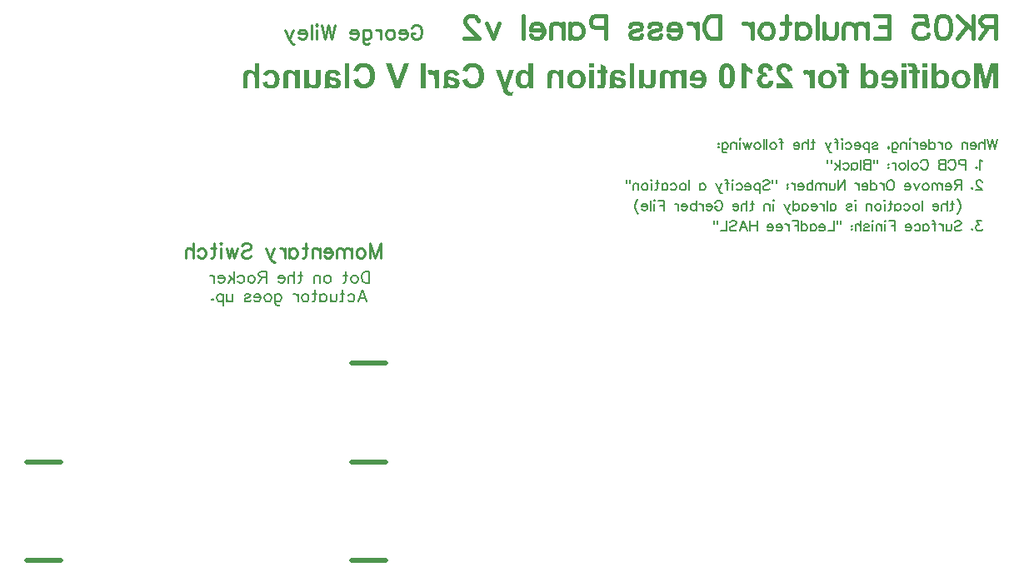
<source format=gbr>
%TF.GenerationSoftware,KiCad,Pcbnew,7.0.8*%
%TF.CreationDate,2025-03-15T15:27:24-04:00*%
%TF.ProjectId,dress panel,64726573-7320-4706-916e-656c2e6b6963,rev?*%
%TF.SameCoordinates,Original*%
%TF.FileFunction,Legend,Bot*%
%TF.FilePolarity,Positive*%
%FSLAX46Y46*%
G04 Gerber Fmt 4.6, Leading zero omitted, Abs format (unit mm)*
G04 Created by KiCad (PCBNEW 7.0.8) date 2025-03-15 15:27:24*
%MOMM*%
%LPD*%
G01*
G04 APERTURE LIST*
%ADD10C,0.406400*%
%ADD11C,0.177800*%
%ADD12C,0.254000*%
%ADD13C,0.203200*%
%ADD14C,0.508000*%
%ADD15C,0.300000*%
G04 APERTURE END LIST*
D10*
X94245560Y77136570D02*
X93913020Y77025730D01*
D11*
X115022470Y55924750D02*
X115167960Y55924750D01*
D10*
X93469660Y76249860D02*
X93469660Y75695680D01*
D12*
X54386000Y53503960D02*
X54386000Y52534110D01*
D13*
X51544450Y50753370D02*
X51378180Y50753370D01*
D11*
X108427710Y63965050D02*
X108427710Y63868020D01*
X100795270Y55730820D02*
X100843730Y55827770D01*
X92066890Y57619640D02*
X92115380Y57474150D01*
X105159420Y55730820D02*
X105207930Y55827770D01*
D10*
X116944800Y75806500D02*
X116944800Y76139040D01*
X115326620Y76360710D02*
X114994080Y76249860D01*
D11*
X93579790Y59799450D02*
X93579790Y59702420D01*
X115497700Y64159000D02*
X115546190Y64207490D01*
D12*
X59470650Y53988840D02*
X59470650Y52534110D01*
D11*
X102608800Y64159000D02*
X102657310Y64207490D01*
X118591400Y63965050D02*
X118591400Y63868020D01*
D12*
X58805620Y53434640D02*
X58944150Y53296110D01*
D13*
X52997300Y48848370D02*
X53108170Y48792920D01*
D12*
X61638870Y75728960D02*
X61777420Y75659640D01*
D11*
X113664740Y61494310D02*
X113519240Y61494310D01*
X103888960Y55391380D02*
X103791980Y55294370D01*
X93676760Y57716620D02*
X93676760Y57813600D01*
X100155160Y63868020D02*
X100155160Y63965050D01*
D13*
X49439470Y48682070D02*
X49494870Y48515850D01*
D11*
X96915950Y59411490D02*
X96818970Y59460000D01*
D13*
X55102280Y49977500D02*
X54991460Y50032920D01*
X53274390Y48405010D02*
X53218990Y48238770D01*
D11*
X116826350Y56215730D02*
X116874810Y56070240D01*
D13*
X47322510Y48127920D02*
X47377910Y48238770D01*
D11*
X102744590Y57328710D02*
X102647610Y57377200D01*
D13*
X46678720Y50587070D02*
X46734120Y50420850D01*
D11*
X104839400Y55633850D02*
X104839400Y55536840D01*
X95209100Y58201560D02*
X95257610Y58104530D01*
X103908370Y59799450D02*
X103908370Y59702420D01*
X110852240Y57474150D02*
X110803780Y57619640D01*
X102686370Y59799450D02*
X102637910Y59944890D01*
X101881420Y59944890D02*
X101929940Y59993370D01*
D13*
X55490240Y50587070D02*
X55545630Y50420850D01*
D11*
X115808010Y60041860D02*
X115904990Y60090380D01*
X110134590Y63625600D02*
X110231590Y63722580D01*
X118950220Y55633850D02*
X118901760Y55536840D01*
D13*
X49494870Y48405010D02*
X49439470Y48238770D01*
D11*
X103054900Y59993370D02*
X103103420Y60041860D01*
X112200320Y61979220D02*
X112151830Y62027710D01*
X114459980Y55391380D02*
X114363010Y55294370D01*
X102987060Y57959090D02*
X103084010Y57862110D01*
X106643240Y55245890D02*
X106061350Y55245890D01*
X121306910Y60429820D02*
X121209930Y60381330D01*
X89390180Y57862110D02*
X89002270Y57862110D01*
X113878100Y57959090D02*
X113975070Y58007580D01*
X112151830Y63771040D02*
X112151830Y63674090D01*
X121064440Y55633850D02*
X121064440Y55536840D01*
X118193810Y55294370D02*
X118048320Y55439870D01*
X115827420Y55876260D02*
X115924400Y55924750D01*
X114266030Y55924750D02*
X114363010Y55876260D01*
X108107700Y61639750D02*
X108010700Y61542770D01*
D12*
X53831820Y53503960D02*
X53693290Y53434640D01*
D11*
X118533230Y61494310D02*
X118436250Y61542770D01*
X102890060Y57328710D02*
X102744590Y57328710D01*
D12*
X62580980Y75659640D02*
X62719530Y75728960D01*
D10*
X108942430Y76249860D02*
X108831610Y75917350D01*
D11*
X105964370Y58347000D02*
X105964370Y57328710D01*
X118998740Y55294370D02*
X119144230Y55245890D01*
X87169280Y57910600D02*
X87217800Y57959090D01*
D10*
X87950040Y76249860D02*
X88282530Y76360710D01*
D11*
X113422290Y62124690D02*
X113519240Y62173150D01*
D12*
X59546820Y74966960D02*
X59408290Y74828370D01*
D11*
X112597940Y59460000D02*
X112500960Y59411490D01*
X104693910Y55876260D02*
X104790890Y55779310D01*
X100436420Y58347000D02*
X100484930Y58395490D01*
X118533230Y59556980D02*
X118436250Y59460000D01*
D10*
X88282530Y74808990D02*
X88615060Y74808990D01*
X116944800Y76139040D02*
X117055670Y76693220D01*
X112223170Y77136570D02*
X110782300Y77136570D01*
D11*
X115730440Y55924750D02*
X115730440Y55245890D01*
X109736980Y55294370D02*
X109882420Y55245890D01*
X115711040Y59944890D02*
X115808010Y60041860D01*
X119260610Y57086240D02*
X119163580Y56989240D01*
D13*
X48961950Y51141270D02*
X48961950Y49977500D01*
D11*
X111249910Y55924750D02*
X111104420Y55924750D01*
X108282220Y64207490D02*
X108379250Y64110490D01*
X111696010Y59799450D02*
X111647490Y59944890D01*
X103035550Y56264220D02*
X102405140Y56264220D01*
X103442860Y60041860D02*
X103539810Y59944890D01*
X119580650Y56118730D02*
X119580650Y56021750D01*
X115924400Y55245890D02*
X115827420Y55294370D01*
X91029170Y59944890D02*
X91126150Y60041860D01*
X99195070Y63965050D02*
X99195070Y63868020D01*
X90515150Y60041860D02*
X90612180Y59944890D01*
D10*
X76600380Y74808990D02*
X76267890Y74808990D01*
D11*
X95694010Y60429820D02*
X95790980Y60381330D01*
D12*
X46461220Y53781020D02*
X46599750Y53919580D01*
D11*
X116031080Y63965050D02*
X116031080Y63868020D01*
X87314780Y58007580D02*
X87460270Y58007580D01*
D10*
X118496540Y75806500D02*
X118385720Y75252350D01*
D11*
X114052640Y60090380D02*
X114198110Y60090380D01*
D13*
X50569090Y49977500D02*
X50402820Y49977500D01*
D12*
X64770000Y75313310D02*
X64700710Y75105490D01*
D11*
X117233660Y57862110D02*
X117282180Y57716620D01*
D13*
X52464390Y50199160D02*
X52408940Y50032920D01*
X55058890Y48682070D02*
X55114290Y48515850D01*
D12*
X52155450Y52949750D02*
X52086150Y52741960D01*
D11*
X120695910Y55488350D02*
X120744430Y55439870D01*
D12*
X63800180Y76006020D02*
X63938710Y76144580D01*
D13*
X54670930Y48848370D02*
X54837200Y48848370D01*
D10*
X82009180Y76139040D02*
X82120050Y76028190D01*
D11*
X111104420Y55924750D02*
X111007440Y55876260D01*
D12*
X63065860Y74828370D02*
X62927360Y74759110D01*
D11*
X110406140Y60429820D02*
X110406140Y59411490D01*
X115313450Y57716620D02*
X115313450Y57619640D01*
X95829790Y63722580D02*
X95732820Y63625600D01*
D10*
X99410520Y74919840D02*
X99188850Y75141480D01*
D12*
X50659130Y53434640D02*
X50520570Y53503960D01*
D11*
X118436250Y62464110D02*
X118533230Y62512600D01*
D12*
X61084660Y75313310D02*
X61153950Y75521110D01*
D11*
X99195070Y63868020D02*
X99146550Y63722580D01*
X89390180Y58347000D02*
X88759810Y58347000D01*
D10*
X78218590Y76360710D02*
X77996900Y76249860D01*
D11*
X95306070Y57959090D02*
X95306070Y57716620D01*
X119386640Y62076200D02*
X119435160Y62027710D01*
D13*
X58881800Y50032920D02*
X59048070Y49977500D01*
D11*
X107477270Y64643890D02*
X107525810Y64595400D01*
D10*
X86220960Y75584840D02*
X85999290Y75473990D01*
D11*
X108835050Y58007580D02*
X108835050Y57328710D01*
X113955670Y59460000D02*
X113858690Y59556980D01*
D10*
X97792310Y76360710D02*
X97459770Y76360710D01*
D11*
X92648780Y57862110D02*
X92551800Y57959090D01*
X105644330Y57716620D02*
X105595840Y57862110D01*
D12*
X46738310Y53226840D02*
X46599750Y53157580D01*
D11*
X115070980Y57328710D02*
X114925510Y57328710D01*
D13*
X47211640Y48515850D02*
X46934550Y48460410D01*
D11*
X108670180Y62173150D02*
X108815650Y62173150D01*
X113519240Y62173150D02*
X113664740Y62173150D01*
X112956790Y62173150D02*
X112956790Y61494310D01*
D13*
X45216620Y48072500D02*
X45105750Y48127920D01*
D11*
X108747750Y63965050D02*
X108747750Y64062000D01*
X90844920Y57716620D02*
X90796430Y57862110D01*
X109649710Y63868020D02*
X109698170Y63722580D01*
X102182110Y56989240D02*
X102230570Y56989240D01*
X102540930Y60041860D02*
X102443950Y60090380D01*
D13*
X52630650Y50753370D02*
X52242720Y50753370D01*
D11*
X120647450Y59605470D02*
X120695910Y59653950D01*
X88662800Y59460000D02*
X88565830Y59411490D01*
X117679760Y59896400D02*
X117534320Y60041860D01*
X98807130Y64255980D02*
X98952600Y64255980D01*
D13*
X57041900Y50199160D02*
X56986500Y50032920D01*
D11*
X109552700Y59993370D02*
X109601220Y60041860D01*
X103093710Y64110490D02*
X103142230Y63965050D01*
D12*
X59470650Y53988840D02*
X60024800Y52534110D01*
X46807550Y52534110D02*
X47084640Y52534110D01*
D11*
X114925510Y57328710D02*
X114828540Y57377200D01*
D13*
X55379370Y50032920D02*
X55268550Y49977500D01*
D12*
X43634860Y52811220D02*
X43565620Y52603370D01*
D11*
X121646330Y56264220D02*
X121112950Y56264220D01*
D10*
X77154580Y75695680D02*
X75824540Y75695680D01*
D11*
X110988060Y59702420D02*
X110939540Y59556980D01*
X111085010Y62512600D02*
X111085010Y62173150D01*
X96731720Y56118730D02*
X96731720Y56021750D01*
X112859810Y56264220D02*
X112859810Y55245890D01*
X96353470Y60478310D02*
X96401980Y60429820D01*
X97323310Y57959090D02*
X97274800Y57813600D01*
X121112950Y55391380D02*
X121209930Y55294370D01*
D10*
X122065440Y76028190D02*
X123063000Y76028190D01*
D12*
X58258330Y74966960D02*
X58119800Y74828370D01*
D10*
X109496630Y76360710D02*
X109164090Y76360710D01*
D11*
X116292920Y59702420D02*
X116244460Y59556980D01*
D10*
X69595540Y77136570D02*
X69373880Y77025730D01*
D13*
X48242450Y48127920D02*
X48131580Y48072500D01*
D11*
X107845820Y64110490D02*
X107942800Y64207490D01*
D12*
X44369180Y53919580D02*
X44299890Y53988840D01*
X53166800Y53503960D02*
X52681890Y53503960D01*
D11*
X98671340Y59460000D02*
X98768320Y59411490D01*
X120851110Y64255980D02*
X120948060Y64207490D01*
X110745590Y64255980D02*
X110891060Y64255980D01*
X94976330Y64110490D02*
X94927840Y64062000D01*
X86606800Y58298510D02*
X86509820Y58104530D01*
X103539810Y59944890D02*
X103588330Y59799450D01*
D12*
X57496330Y75313310D02*
X57496330Y75451840D01*
D13*
X55114290Y48515850D02*
X55114290Y48405010D01*
D11*
X121112950Y55779310D02*
X121064440Y55633850D01*
X119580650Y56021750D02*
X119532110Y55924750D01*
X119454560Y57425690D02*
X119357590Y57231730D01*
D13*
X50679910Y50032920D02*
X50569090Y49977500D01*
D11*
X89710250Y59556980D02*
X89613220Y59460000D01*
D12*
X61431040Y75728960D02*
X61638870Y75728960D01*
X42831330Y53088310D02*
X42831330Y52949750D01*
X57981270Y74759110D02*
X57773420Y74759110D01*
D13*
X52188240Y48515850D02*
X52132810Y48682070D01*
D11*
X110241270Y58007580D02*
X110095810Y58007580D01*
X115662570Y59702420D02*
X115662570Y59799450D01*
D13*
X50470230Y48682070D02*
X50525680Y48515850D01*
D11*
X111812390Y56264220D02*
X111860850Y56312710D01*
X99049580Y63625600D02*
X98952600Y63577110D01*
D10*
X104930140Y77136570D02*
X104930140Y74808990D01*
D11*
X103791980Y57328710D02*
X103646490Y57328710D01*
X116690590Y63577110D02*
X116545100Y63577110D01*
D14*
X24638000Y21717000D02*
X28067000Y21717000D01*
D11*
X109688470Y55779310D02*
X109736980Y55876260D01*
X109746680Y62124690D02*
X109795150Y62076200D01*
X86538930Y60090380D02*
X86393440Y60090380D01*
X95228500Y60090380D02*
X94937540Y59411490D01*
D10*
X76267890Y76360710D02*
X76600380Y76360710D01*
X76046200Y76249860D02*
X76267890Y76360710D01*
D11*
X110076430Y55633850D02*
X109833960Y55585330D01*
X109087170Y64255980D02*
X109184150Y64207490D01*
X106720860Y57959090D02*
X106817830Y57862110D01*
X100087290Y55924750D02*
X100232760Y55924750D01*
D13*
X58017260Y50753370D02*
X58128130Y50697920D01*
D11*
X91746850Y57716620D02*
X91746850Y57619640D01*
D10*
X106215870Y74808990D02*
X105994200Y74919840D01*
D11*
X116147460Y59460000D02*
X116050480Y59411490D01*
X91223120Y60090380D02*
X91368620Y60090380D01*
D13*
X51911100Y48848370D02*
X51744880Y48848370D01*
D12*
X53007460Y74966960D02*
X52868930Y74828370D01*
D11*
X121093550Y63965050D02*
X121093550Y63868020D01*
X87120820Y57716620D02*
X87120820Y57813600D01*
X121646330Y55294370D02*
X121694840Y55342860D01*
X113005270Y63625600D02*
X112908270Y63577110D01*
X94927840Y64159000D02*
X94976330Y64110490D01*
X87702710Y57619640D02*
X87654200Y57474150D01*
X96818970Y60041860D02*
X96915950Y60090380D01*
X119144230Y59944890D02*
X119580650Y59944890D01*
D13*
X57629370Y50587070D02*
X57740170Y50697920D01*
D11*
X104257510Y55779310D02*
X104354470Y55876260D01*
X97963370Y59411490D02*
X97817930Y59411490D01*
X91261940Y57377200D02*
X91164960Y57474150D01*
D12*
X45449820Y53503960D02*
X45726910Y52534110D01*
D11*
X114440580Y59702420D02*
X114392110Y59556980D01*
X112908270Y62027710D02*
X112811270Y62124690D01*
D13*
X43697220Y50420850D02*
X43641800Y50587070D01*
D12*
X51462690Y53434640D02*
X51601220Y53503960D01*
D11*
X106914790Y64546930D02*
X106963300Y64401420D01*
D12*
X64354330Y76213840D02*
X64492890Y76144580D01*
X55279650Y76213840D02*
X54933270Y74759110D01*
D11*
X94927840Y64062000D02*
X94879380Y64110490D01*
D10*
X76046200Y74919840D02*
X75824540Y75141480D01*
D11*
X118998740Y59993370D02*
X119144230Y59944890D01*
D10*
X83450050Y77136570D02*
X82452540Y77136570D01*
D11*
X107933100Y57522640D02*
X107933100Y57474150D01*
X103956830Y59944890D02*
X103908370Y59799450D01*
X106866320Y57716620D02*
X106866320Y57619640D01*
D13*
X47820350Y50420850D02*
X47820350Y50310010D01*
D12*
X62927360Y75728960D02*
X63065860Y75659640D01*
D11*
X100300630Y63625600D02*
X100203670Y63722580D01*
X95790980Y60381330D02*
X95839500Y60235840D01*
X110503120Y59460000D02*
X110406140Y59556980D01*
D13*
X47654060Y50697920D02*
X47764930Y50587070D01*
D11*
X91698330Y57474150D02*
X91601360Y57377200D01*
X115032170Y61542770D02*
X114935220Y61494310D01*
X104451440Y57959090D02*
X104548420Y58007580D01*
X112976170Y57959090D02*
X113073140Y58007580D01*
X100475230Y55633850D02*
X100475230Y55536840D01*
D12*
X47431020Y53781020D02*
X47431020Y53642490D01*
D11*
X103084010Y57862110D02*
X103132520Y57716620D01*
D13*
X48296930Y51085880D02*
X48241530Y51030430D01*
D11*
X115264940Y55294370D02*
X115167960Y55245890D01*
X110086130Y59799450D02*
X109504220Y59799450D01*
X104451440Y55924750D02*
X104596940Y55924750D01*
D13*
X59436000Y51141270D02*
X59436000Y49977500D01*
X50359440Y48127920D02*
X50248570Y48072500D01*
D12*
X53991150Y76213840D02*
X54060450Y76283110D01*
D10*
X90011610Y76249860D02*
X90233270Y76360710D01*
D11*
X94258650Y57716620D02*
X93676760Y57716620D01*
D10*
X88947550Y75806500D02*
X88725880Y75695680D01*
D11*
X87246910Y59460000D02*
X87149930Y59556980D01*
X113073140Y57328710D02*
X112976170Y57377200D01*
X100203670Y63722580D02*
X100155160Y63868020D01*
X100009670Y59460000D02*
X100106700Y59556980D01*
X102550630Y57862110D02*
X102647610Y57959090D01*
X103549520Y57959090D02*
X103646490Y58007580D01*
X109795150Y64207490D02*
X109698170Y64110490D01*
X95015140Y58347000D02*
X95112120Y58298510D01*
D12*
X59269760Y74759110D02*
X59061910Y74759110D01*
X54386000Y53226840D02*
X54178200Y53434640D01*
D11*
X110406140Y59944890D02*
X110503120Y60041860D01*
X112151830Y62027710D02*
X112200320Y62076200D01*
D13*
X54837200Y48848370D02*
X54948020Y48792920D01*
D11*
X121064440Y55536840D02*
X121112950Y55391380D01*
D13*
X45382870Y48072500D02*
X45216620Y48072500D01*
D11*
X112665800Y63625600D02*
X112568830Y63722580D01*
X99864230Y59411490D02*
X100009670Y59460000D01*
X109038710Y60041860D02*
X108941730Y60090380D01*
X117534320Y61494310D02*
X117970750Y61494310D01*
X100116380Y57813600D02*
X99970910Y57959090D01*
D13*
X55545630Y50310010D02*
X55490240Y50143770D01*
D12*
X51947620Y52603370D02*
X51809070Y52534110D01*
D11*
X108466520Y55488350D02*
X108514990Y55439870D01*
D12*
X47084640Y52534110D02*
X47292460Y52603370D01*
D10*
X105994200Y74919840D02*
X105661660Y75252350D01*
D11*
X100892240Y55876260D02*
X100989200Y55924750D01*
X93725280Y57910600D02*
X93773740Y57959090D01*
X116176540Y61736750D02*
X116128080Y61639750D01*
X96566830Y57328710D02*
X96469850Y57377200D01*
X113276800Y61785240D02*
X113276800Y61882220D01*
X121646330Y62367130D02*
X121500860Y62512600D01*
X96372870Y57716620D02*
X96372870Y57813600D01*
X113150720Y63965050D02*
X113150720Y63868020D01*
X121045040Y63722580D02*
X120948060Y63625600D01*
D10*
X103644470Y74808990D02*
X103311930Y74808990D01*
D11*
X112064540Y59653950D02*
X112016050Y59799450D01*
D10*
X118496540Y76139040D02*
X118496540Y75806500D01*
D13*
X56089650Y48294160D02*
X56034230Y48127920D01*
D12*
X60627460Y75313310D02*
X60558220Y75521110D01*
D11*
X116632370Y56264220D02*
X116729350Y56264220D01*
D13*
X55646290Y48127920D02*
X55480080Y48294160D01*
D10*
X119228030Y77136570D02*
X120779770Y75584840D01*
D11*
X98225240Y57328710D02*
X98128270Y57328710D01*
D12*
X58112860Y52949750D02*
X58112860Y53088310D01*
D13*
X50679910Y50697920D02*
X50790750Y50587070D01*
D11*
X115129150Y62027710D02*
X115177660Y61882220D01*
X97051740Y64595400D02*
X97100250Y64643890D01*
X103646490Y57328710D02*
X103549520Y57377200D01*
X108815650Y61494310D02*
X108670180Y61494310D01*
D10*
X93691330Y76804060D02*
X93580530Y76582400D01*
D11*
X113761710Y61542770D02*
X113664740Y61494310D01*
X109892120Y63577110D02*
X110037620Y63577110D01*
X111191690Y57328710D02*
X111046250Y57328710D01*
D13*
X51211910Y50531670D02*
X51211910Y49977500D01*
X55545630Y50420850D02*
X55545630Y50310010D01*
X47854490Y48792920D02*
X47965360Y48848370D01*
D11*
X116787560Y63625600D02*
X116690590Y63577110D01*
X117961040Y63868020D02*
X117961040Y63965050D01*
X92066890Y57716620D02*
X92066890Y57619640D01*
D13*
X55757170Y48072500D02*
X55646290Y48127920D01*
D12*
X64492890Y76144580D02*
X64631420Y76006020D01*
D11*
X104596940Y55924750D02*
X104693910Y55876260D01*
X114547260Y61882220D02*
X114595770Y62027710D01*
D13*
X54083530Y48848370D02*
X53695570Y48848370D01*
D11*
X115497700Y62270130D02*
X115546190Y62367130D01*
X91746850Y57619640D02*
X91698330Y57474150D01*
X121403890Y55876260D02*
X121258400Y55876260D01*
X95393350Y63286130D02*
X95490350Y63237640D01*
D10*
X122287130Y76028190D02*
X121511290Y74808990D01*
D11*
X112200320Y62076200D02*
X112248790Y62027710D01*
D12*
X58119800Y75659640D02*
X58258330Y75521110D01*
D11*
X93094880Y59460000D02*
X92997900Y59556980D01*
X112210000Y60381330D02*
X112307000Y60429820D01*
X114198110Y59411490D02*
X114052640Y59411490D01*
X116031080Y61542770D02*
X115934100Y61494310D01*
D12*
X58784820Y75521110D02*
X58923350Y75659640D01*
X51462690Y52603370D02*
X51324150Y52741960D01*
D11*
X94976330Y63771040D02*
X94927840Y63722580D01*
D13*
X53218990Y48238770D02*
X53108170Y48127920D01*
D10*
X121732950Y77025730D02*
X121622110Y76914860D01*
D11*
X96052860Y55536840D02*
X96052860Y55391380D01*
D10*
X93580530Y76582400D02*
X93469660Y76249860D01*
X92405660Y76249860D02*
X92183990Y76360710D01*
D12*
X57634890Y74828370D02*
X57496330Y74966960D01*
D10*
X118164030Y77025730D02*
X118385720Y76693220D01*
D11*
X102647610Y57377200D02*
X102550630Y57474150D01*
X97158420Y60041860D02*
X97255400Y59944890D01*
X117582790Y55876260D02*
X117485830Y55924750D01*
D12*
X64492890Y74828370D02*
X64354330Y74759110D01*
D11*
X114789700Y62173150D02*
X114935220Y62173150D01*
D13*
X45549110Y48294160D02*
X45493690Y48127920D01*
D11*
X118290790Y62270130D02*
X118339270Y62367130D01*
D13*
X43487570Y48349560D02*
X43542990Y48294160D01*
D12*
X64077270Y75313310D02*
X63730890Y75313310D01*
D11*
X121209930Y55294370D02*
X121355370Y55245890D01*
X120046150Y64207490D02*
X119949180Y64255980D01*
X121743310Y59411490D02*
X121064440Y59411490D01*
X102443950Y60090380D02*
X102298490Y60090380D01*
X99893340Y55730820D02*
X99941800Y55827770D01*
X120851110Y63577110D02*
X120705620Y63577110D01*
D13*
X44352060Y48848370D02*
X44185840Y48848370D01*
X47266170Y50032920D02*
X47155300Y50143770D01*
D11*
X109950340Y57813600D02*
X109950340Y57328710D01*
D12*
X49647750Y52118490D02*
X49786310Y52049220D01*
D11*
X109882420Y55245890D02*
X110027910Y55245890D01*
D12*
X53533950Y76213840D02*
X53533950Y74759110D01*
X46599750Y52603370D02*
X46807550Y52534110D01*
D11*
X105692840Y55779310D02*
X105741310Y55633850D01*
D13*
X54560110Y48792920D02*
X54670930Y48848370D01*
D11*
X111046250Y58007580D02*
X111191690Y58007580D01*
D13*
X46768330Y48682070D02*
X46823760Y48792920D01*
D10*
X78551130Y76360710D02*
X78218590Y76360710D01*
D11*
X117291830Y62221640D02*
X117340340Y62124690D01*
X104150830Y59411490D02*
X104296300Y59411490D01*
X117970750Y62512600D02*
X117970750Y61494310D01*
X113907200Y61882220D02*
X113907200Y61785240D01*
X104451440Y55245890D02*
X104354470Y55294370D01*
D13*
X48131580Y48072500D02*
X47965360Y48072500D01*
D11*
X113975070Y57328710D02*
X113878100Y57377200D01*
X120695910Y55391380D02*
X120647450Y55439870D01*
X121694840Y60235840D02*
X121646330Y60332850D01*
X90612180Y59556980D02*
X90515150Y59460000D01*
X96372870Y57813600D02*
X96421390Y57910600D01*
X96353470Y60090380D02*
X96353470Y59411490D01*
X90980710Y59702420D02*
X90980710Y59799450D01*
D10*
X87839170Y75252350D02*
X87839170Y75141480D01*
D11*
X106720860Y64595400D02*
X106817830Y64595400D01*
D10*
X121732950Y76139040D02*
X122065440Y76028190D01*
D11*
X109833960Y55585330D02*
X109736980Y55536840D01*
X105256400Y55876260D02*
X105353370Y55924750D01*
X102550630Y58347000D02*
X102550630Y57328710D01*
D12*
X46599750Y53157580D02*
X46530460Y53088310D01*
D13*
X56898770Y48848370D02*
X56510810Y48848370D01*
X54948020Y48792920D02*
X55058890Y48682070D01*
D11*
X114925510Y58007580D02*
X115070980Y58007580D01*
X95635790Y64255980D02*
X95732820Y64207490D01*
X119095710Y55730820D02*
X118998740Y55682330D01*
X104790890Y57377200D02*
X104693910Y57328710D01*
X117388860Y62464110D02*
X117340340Y62415620D01*
X117641000Y63965050D02*
X117592510Y64110490D01*
X121258400Y59896400D02*
X121743310Y59411490D01*
X115788660Y63577110D02*
X115643170Y63577110D01*
X114363010Y55876260D02*
X114459980Y55779310D01*
D12*
X51947620Y53434640D02*
X52086150Y53296110D01*
D11*
X100116380Y58007580D02*
X100116380Y57328710D01*
X103549520Y55245890D02*
X103452560Y55294370D01*
D12*
X43565620Y52603370D02*
X43427070Y52534110D01*
D11*
X119018140Y61882220D02*
X118969630Y61736750D01*
X96489260Y55245890D02*
X96634750Y55294370D01*
X108883520Y55876260D02*
X108835050Y55730820D01*
X117136690Y57377200D02*
X117039710Y57328710D01*
X109746680Y61591260D02*
X109795150Y61542770D01*
D13*
X46823760Y48405010D02*
X46768330Y48294160D01*
D10*
X81166840Y75695680D02*
X81166840Y75473990D01*
D11*
X103442860Y59460000D02*
X103345880Y59411490D01*
X100814650Y60429820D02*
X100814650Y60090380D01*
X96712320Y57328710D02*
X96566830Y57328710D01*
X118542930Y64110490D02*
X118591400Y63965050D01*
X114692750Y62124690D02*
X114789700Y62173150D01*
X108466520Y57862110D02*
X108418010Y57765110D01*
D10*
X82120050Y76028190D02*
X82452540Y75917350D01*
X100408050Y75141480D02*
X100186360Y74919840D01*
D11*
X118106510Y64207490D02*
X118203490Y64255980D01*
X110949220Y57959090D02*
X111046250Y58007580D01*
X119580650Y60429820D02*
X119144230Y60429820D01*
D13*
X59436000Y51141270D02*
X59048070Y51141270D01*
D11*
X113073140Y58007580D02*
X113218630Y58007580D01*
D10*
X90011610Y74919840D02*
X89789910Y75141480D01*
D12*
X51441910Y74482020D02*
X51580440Y74343490D01*
D10*
X103311930Y76360710D02*
X103644470Y76360710D01*
D11*
X116351140Y64595400D02*
X116351140Y63577110D01*
D10*
X88947550Y76249860D02*
X89058370Y76028190D01*
D11*
X112307000Y59411490D02*
X112210000Y59460000D01*
X95490350Y63237640D02*
X95635790Y63237640D01*
D12*
X52384020Y74828370D02*
X52245460Y74966960D01*
D11*
X108941730Y60090380D02*
X108796270Y60090380D01*
X114731540Y57862110D02*
X114828540Y57959090D01*
X118843540Y58007580D02*
X118504120Y58007580D01*
X101988100Y57134730D02*
X102085130Y57037750D01*
X95490350Y64255980D02*
X95635790Y64255980D01*
X121132310Y61639750D02*
X121083850Y61688240D01*
X108573200Y61542770D02*
X108476230Y61639750D01*
D12*
X50797660Y53296110D02*
X50659130Y53434640D01*
D11*
X104936360Y57619640D02*
X104887890Y57474150D01*
X117039710Y58007580D02*
X117136690Y57959090D01*
X119357590Y57231730D02*
X119260610Y57086240D01*
X110590400Y56215730D02*
X110541930Y56264220D01*
D12*
X43634860Y53988840D02*
X43634860Y52811220D01*
D11*
X100795270Y55633850D02*
X100795270Y55730820D01*
X105595840Y55294370D02*
X105498860Y55245890D01*
X98370710Y58347000D02*
X98370710Y57522640D01*
D10*
X117277340Y74919840D02*
X117055670Y75252350D01*
D11*
X112016050Y59799450D02*
X112016050Y60041860D01*
D12*
X42138570Y53434640D02*
X42277130Y53503960D01*
X42623510Y52603370D02*
X42484950Y52534110D01*
D11*
X121559060Y64255980D02*
X121462080Y64207490D01*
D13*
X45549110Y48848370D02*
X45549110Y48294160D01*
D11*
X112762810Y63577110D02*
X112665800Y63625600D01*
D13*
X48940720Y48792920D02*
X49051540Y48848370D01*
X48774450Y48405010D02*
X48774450Y48515850D01*
D11*
X96809270Y57377200D02*
X96712320Y57328710D01*
D10*
X93913020Y77025730D02*
X93691330Y76804060D01*
D13*
X53274390Y48515850D02*
X53274390Y48405010D01*
D11*
X89273800Y59460000D02*
X89176820Y59556980D01*
X116147460Y60041860D02*
X116244460Y59944890D01*
D13*
X56875680Y49977500D02*
X56764810Y49977500D01*
D11*
X116263840Y55391380D02*
X116166860Y55294370D01*
X108039780Y64255980D02*
X108185240Y64255980D01*
D12*
X63273690Y75313310D02*
X63273690Y75174750D01*
D13*
X50846180Y50420850D02*
X50846180Y50310010D01*
X54459430Y50753370D02*
X54459430Y49977500D01*
X55923410Y48072500D02*
X55757170Y48072500D01*
X50569090Y50753370D02*
X50679910Y50697920D01*
D12*
X63800180Y74966960D02*
X63730890Y75105490D01*
D11*
X116690590Y64255980D02*
X116787560Y64207490D01*
D13*
X51378180Y50753370D02*
X51267360Y50697920D01*
D12*
X56962950Y53434640D02*
X56893660Y53226840D01*
D11*
X105353370Y55924750D02*
X105498860Y55924750D01*
X110086130Y59702420D02*
X110037620Y59556980D01*
D12*
X40988640Y53503960D02*
X40850110Y53434640D01*
D13*
X46567900Y50697920D02*
X46678720Y50587070D01*
D10*
X98346460Y75695680D02*
X98235640Y76028190D01*
D13*
X50248570Y47684560D02*
X50359440Y47739960D01*
D10*
X87950040Y74919840D02*
X88282530Y74808990D01*
D11*
X114372710Y64546930D02*
X114324200Y64595400D01*
D13*
X52298120Y49977500D02*
X52187300Y49977500D01*
D11*
X94821160Y57328710D02*
X94724180Y57377200D01*
D10*
X69263010Y76249860D02*
X69484700Y75917350D01*
D14*
X57658000Y31750000D02*
X61087000Y31750000D01*
D11*
X104296300Y60090380D02*
X104150830Y60090380D01*
D13*
X53108170Y48792920D02*
X53218990Y48682070D01*
D11*
X117146390Y59896400D02*
X117146390Y59411490D01*
X111696010Y60090380D02*
X111696010Y59411490D01*
D12*
X58805620Y52603370D02*
X58667070Y52534110D01*
D11*
X105741310Y55633850D02*
X105741310Y55536840D01*
X102182110Y58007580D02*
X101891120Y57328710D01*
X108156160Y61785240D02*
X108107700Y61639750D01*
X114508500Y55633850D02*
X114508500Y55536840D01*
X109184150Y60090380D02*
X109184150Y59411490D01*
X88100320Y60381330D02*
X88051860Y60429820D01*
X111860850Y55924750D02*
X111860850Y55245890D01*
X86606800Y57231730D02*
X86703780Y57086240D01*
D13*
X49328650Y48127920D02*
X49217810Y48072500D01*
X53751000Y48072500D02*
X53640180Y48072500D01*
D11*
X120511660Y63965050D02*
X120511660Y64062000D01*
X114372710Y64255980D02*
X114372710Y63577110D01*
D10*
X114661590Y75695680D02*
X114661590Y75473990D01*
D13*
X53917270Y48294160D02*
X53861840Y48127920D01*
D11*
X108418010Y55779310D02*
X108466520Y55827770D01*
D13*
X44074990Y48127920D02*
X44185840Y48072500D01*
D11*
X118581690Y59799450D02*
X118581690Y59702420D01*
D12*
X59408290Y74828370D02*
X59269760Y74759110D01*
D11*
X88391280Y58395490D02*
X88439740Y58347000D01*
X108185240Y64255980D02*
X108282220Y64207490D01*
X93434320Y60041860D02*
X93531300Y59944890D01*
D13*
X50470230Y48238770D02*
X50359440Y48127920D01*
D11*
X115904990Y60090380D02*
X116050480Y60090380D01*
X117961040Y63965050D02*
X118009510Y64110490D01*
X106381410Y57377200D02*
X106284430Y57474150D01*
X96731720Y64062000D02*
X96586230Y64207490D01*
X104053860Y59460000D02*
X104150830Y59411490D01*
D13*
X57652440Y48072500D02*
X57486170Y48072500D01*
D11*
X104548420Y57328710D02*
X104451440Y57377200D01*
D10*
X118164030Y74919840D02*
X117831490Y74808990D01*
D11*
X120695910Y59556980D02*
X120647450Y59605470D01*
D13*
X46179970Y50697920D02*
X46290810Y50753370D01*
D11*
X113005270Y64207490D02*
X113102250Y64110490D01*
X106730540Y59605470D02*
X106682050Y59460000D01*
D13*
X49860660Y48848370D02*
X49860660Y47961650D01*
D10*
X81898360Y76360710D02*
X82009180Y76139040D01*
D11*
X109736980Y55876260D02*
X109882420Y55924750D01*
X91746850Y57716620D02*
X91164960Y57716620D01*
X109795150Y61979220D02*
X109746680Y61930730D01*
X89390180Y58347000D02*
X89390180Y57328710D01*
X110600100Y63868020D02*
X110551630Y63771040D01*
D10*
X114661590Y75473990D02*
X114772410Y75141480D01*
D11*
X116729350Y56264220D02*
X116826350Y56215730D01*
X121743310Y62318640D02*
X121646330Y62367130D01*
X111754170Y58347000D02*
X111802690Y58395490D01*
D10*
X81898360Y76693220D02*
X81898360Y76360710D01*
D12*
X59061910Y75728960D02*
X59269760Y75728960D01*
D13*
X49217810Y48848370D02*
X49328650Y48792920D01*
D11*
X117388860Y62076200D02*
X117534320Y62027710D01*
D13*
X47743690Y48626670D02*
X47799090Y48737520D01*
D11*
X90175730Y60041860D02*
X90272730Y60090380D01*
X89273800Y60041860D02*
X89370780Y60090380D01*
X104790890Y55779310D02*
X104839400Y55633850D01*
D12*
X58112860Y53088310D02*
X58182150Y53296110D01*
D11*
X118445950Y64207490D02*
X118542930Y64110490D01*
X101978450Y59605470D02*
X101929940Y59556980D01*
X87217800Y57377200D02*
X87120820Y57474150D01*
D12*
X58327650Y75313310D02*
X57496330Y75313310D01*
D11*
X116700290Y57813600D02*
X116748750Y57910600D01*
X114314490Y57862110D02*
X114363010Y57716620D01*
D12*
X57655660Y53226840D02*
X57447870Y53434640D01*
D11*
X107525810Y64595400D02*
X107477270Y64546930D01*
D13*
X43908730Y48405010D02*
X43964170Y48238770D01*
D11*
X94113190Y57377200D02*
X94016210Y57328710D01*
D12*
X63204450Y75521110D02*
X63273690Y75313310D01*
D11*
X94210190Y57474150D02*
X94113190Y57377200D01*
X105595840Y57862110D02*
X105498860Y57959090D01*
X101105580Y64595400D02*
X101202560Y64595400D01*
X103452560Y58007580D02*
X103452560Y57328710D01*
X116069890Y55924750D02*
X116166860Y55876260D01*
D12*
X49786310Y52049220D02*
X49855550Y52049220D01*
D11*
X110939540Y59556980D02*
X110842540Y59460000D01*
X110551630Y63771040D02*
X110551630Y63722580D01*
D12*
X58923350Y75659640D02*
X59061910Y75728960D01*
D11*
X121646330Y60332850D02*
X121597840Y60381330D01*
D10*
X72654590Y76360710D02*
X71989590Y74808990D01*
X108277430Y76360710D02*
X107944890Y76360710D01*
D12*
X50520570Y53503960D02*
X50312750Y53503960D01*
D11*
X100058180Y60090380D02*
X100009670Y60041860D01*
D12*
X41335020Y53434640D02*
X41196460Y53503960D01*
D10*
X120779770Y77136570D02*
X120779770Y74808990D01*
D13*
X52464390Y51141270D02*
X52464390Y50199160D01*
D11*
X87557240Y57959090D02*
X87654200Y57862110D01*
D12*
X57773420Y75728960D02*
X57981270Y75728960D01*
D11*
X108844730Y63625600D02*
X108747750Y63722580D01*
D13*
X58715530Y50254560D02*
X58770980Y50143770D01*
D10*
X75093020Y77136570D02*
X75093020Y74808990D01*
D11*
X111492350Y55730820D02*
X111346880Y55876260D01*
X100475230Y55633850D02*
X99893340Y55633850D01*
D10*
X77886100Y75917350D02*
X77886100Y74808990D01*
D12*
X52751180Y52534110D02*
X52612650Y52534110D01*
D13*
X55379370Y50697920D02*
X55490240Y50587070D01*
D11*
X100543100Y63577110D02*
X100397600Y63577110D01*
X90844920Y58007580D02*
X90844920Y57328710D01*
X118135590Y57813600D02*
X117990100Y57959090D01*
X103345880Y60090380D02*
X103442860Y60041860D01*
X104393280Y59460000D02*
X104490260Y59556980D01*
X93773740Y57377200D02*
X93676760Y57474150D01*
X104558120Y64595400D02*
X104558120Y63771040D01*
X98157350Y59944890D02*
X98205810Y59799450D01*
X117534320Y60041860D02*
X117437320Y60090380D01*
D13*
X47322510Y48792920D02*
X47377910Y48682070D01*
D11*
X110600100Y59411490D02*
X110503120Y59460000D01*
D10*
X92627320Y76028190D02*
X92405660Y76249860D01*
X115991610Y74919840D02*
X116102490Y75030690D01*
D11*
X113664740Y62173150D02*
X113761710Y62124690D01*
X120948060Y64207490D02*
X121045040Y64110490D01*
X108039780Y63577110D02*
X107942800Y63625600D01*
D10*
X123063000Y77136570D02*
X123063000Y74808990D01*
D11*
X117485830Y55924750D02*
X117340340Y55924750D01*
X110377040Y62027710D02*
X109940640Y62027710D01*
D12*
X57309330Y53503960D02*
X57101510Y53503960D01*
D10*
X122065440Y77136570D02*
X121732950Y77025730D01*
D12*
X58119800Y74828370D02*
X57981270Y74759110D01*
D13*
X46990000Y48072500D02*
X47156220Y48072500D01*
X57740170Y50697920D02*
X57851040Y50753370D01*
D11*
X117282180Y57716620D02*
X116700290Y57716620D01*
D13*
X57375370Y48792920D02*
X57486170Y48848370D01*
D11*
X108418010Y57765110D02*
X108321060Y57716620D01*
X101929940Y59993370D02*
X101978450Y59944890D01*
X94724180Y57377200D02*
X94627210Y57474150D01*
D10*
X71324600Y76360710D02*
X71989590Y74808990D01*
D13*
X55268550Y50753370D02*
X55379370Y50697920D01*
D11*
X93676760Y57813600D02*
X93725280Y57910600D01*
X116612960Y59896400D02*
X116612960Y59411490D01*
X103093710Y63722580D02*
X102996740Y63625600D01*
X108514990Y55439870D02*
X108466520Y55391380D01*
X114440580Y59799450D02*
X114440580Y59702420D01*
D13*
X54016070Y50753370D02*
X53905250Y50697920D01*
D11*
X103006440Y59799450D02*
X103006440Y59896400D01*
D12*
X40780840Y53226840D02*
X40780840Y52534110D01*
D11*
X97274800Y57813600D02*
X97274800Y57328710D01*
X104257510Y55924750D02*
X104257510Y55245890D01*
X105343670Y59896400D02*
X105198230Y60041860D01*
X106817830Y57862110D02*
X106866320Y57716620D01*
X107768250Y62173150D02*
X107913690Y62173150D01*
X109795150Y61542770D02*
X109940640Y61494310D01*
D12*
X57981270Y75728960D02*
X58119800Y75659640D01*
D11*
X91358910Y57328710D02*
X91261940Y57377200D01*
D13*
X53917270Y49236270D02*
X53917270Y48294160D01*
D11*
X96421390Y57910600D02*
X96469850Y57959090D01*
D12*
X61153950Y74966960D02*
X61084660Y75174750D01*
D11*
X95732820Y63625600D02*
X95635790Y63577110D01*
D10*
X69484700Y75917350D02*
X70593080Y74808990D01*
D13*
X46179970Y50032920D02*
X46069100Y50143770D01*
D11*
X109058110Y61785240D02*
X109009600Y61639750D01*
X117340340Y61930730D02*
X117291830Y61833730D01*
D13*
X58881800Y51085880D02*
X58770980Y50975030D01*
D11*
X96683210Y55924750D02*
X96634750Y55876260D01*
X119580650Y61979220D02*
X120017050Y61979220D01*
X106352330Y64255980D02*
X106061350Y63577110D01*
X110037620Y64255980D02*
X109892120Y64255980D01*
X117990100Y57959090D02*
X117893120Y58007580D01*
D13*
X57264500Y48682070D02*
X57375370Y48792920D01*
D11*
X88439740Y58347000D02*
X88391280Y58298510D01*
X97817930Y60090380D02*
X97963370Y60090380D01*
X105207930Y55827770D02*
X105256400Y55876260D01*
X109504220Y59799450D02*
X109504220Y59896400D01*
D13*
X50248570Y48848370D02*
X50359440Y48792920D01*
D11*
X105498860Y57959090D02*
X105401890Y58007580D01*
D13*
X47322510Y48571280D02*
X47211640Y48515850D01*
D11*
X92648780Y58347000D02*
X92648780Y57328710D01*
D12*
X50866950Y53503960D02*
X50866950Y52534110D01*
D10*
X93691330Y75141480D02*
X93913020Y74919840D01*
D11*
X104936360Y57716620D02*
X104936360Y57619640D01*
D12*
X59061910Y74274220D02*
X59269760Y74274220D01*
D11*
X100300630Y64207490D02*
X100397600Y64255980D01*
X118339270Y60090380D02*
X118436250Y60041860D01*
X91611060Y59702420D02*
X91562570Y59556980D01*
X87683330Y59944890D02*
X87731820Y59799450D01*
X99670270Y59411490D02*
X99864230Y59411490D01*
X114217520Y57959090D02*
X114314490Y57862110D01*
D12*
X58784820Y75728960D02*
X58784820Y74620580D01*
D11*
X115643170Y64255980D02*
X115788660Y64255980D01*
X116031080Y63868020D02*
X115982610Y63722580D01*
X93579790Y59702420D02*
X93531300Y59556980D01*
D13*
X47099910Y50310010D02*
X47099910Y50420850D01*
D11*
X119435160Y62464110D02*
X119386640Y62415620D01*
D13*
X44062980Y50531670D02*
X44118380Y50642520D01*
D11*
X97682140Y55585330D02*
X97197230Y55585330D01*
X116069890Y55245890D02*
X115924400Y55245890D01*
X99476270Y59799450D02*
X99427810Y59702420D01*
X116128080Y61639750D02*
X116031080Y61542770D01*
X117194850Y60041860D02*
X117146390Y59896400D01*
X98147650Y56264220D02*
X98147650Y55245890D01*
D13*
X50525680Y48515850D02*
X50525680Y48405010D01*
D11*
X118581690Y59702420D02*
X118533230Y59556980D01*
X98768320Y59411490D02*
X98913790Y59411490D01*
X103006440Y59896400D02*
X103054900Y59993370D01*
D12*
X45449820Y53503960D02*
X45172760Y52534110D01*
D11*
X100106700Y60187350D02*
X100058180Y60090380D01*
X121597840Y60381330D02*
X121500860Y60429820D01*
X118436250Y60041860D02*
X118533230Y59944890D01*
X90272730Y59411490D02*
X90175730Y59460000D01*
D12*
X58258330Y75521110D02*
X58327650Y75313310D01*
D11*
X118339270Y59411490D02*
X118193810Y59411490D01*
X115904990Y59411490D02*
X115808010Y59460000D01*
X115643170Y63577110D02*
X115546190Y63625600D01*
D10*
X100186360Y74919840D02*
X99964700Y74808990D01*
D11*
X105401890Y58007580D02*
X105256400Y58007580D01*
X117650710Y57959090D02*
X117602220Y57813600D01*
D12*
X63273690Y75174750D02*
X63204450Y74966960D01*
X42484950Y52534110D02*
X42277130Y52534110D01*
D11*
X119706710Y64207490D02*
X119658200Y64062000D01*
X95878260Y63868020D02*
X95829790Y63722580D01*
D13*
X54449270Y48682070D02*
X54560110Y48792920D01*
D12*
X42484950Y53503960D02*
X42623510Y53434640D01*
D11*
X86781380Y60090380D02*
X86781380Y59411490D01*
D12*
X64700710Y75105490D02*
X64631420Y74966960D01*
D13*
X54825210Y50420850D02*
X54880610Y50587070D01*
D11*
X115885630Y64207490D02*
X115982610Y64110490D01*
X99427810Y59556980D02*
X99524810Y59460000D01*
X120511660Y64062000D02*
X120560120Y64159000D01*
D10*
X115326620Y74808990D02*
X115659130Y74808990D01*
D11*
X121704550Y64255980D02*
X121559060Y64255980D01*
D12*
X64077270Y76213840D02*
X64354330Y76213840D01*
D11*
X85540000Y60429820D02*
X85540000Y60090380D01*
D13*
X48353270Y48238770D02*
X48242450Y48127920D01*
D14*
X57658000Y21717000D02*
X61087000Y21717000D01*
D11*
X115449190Y63965050D02*
X115449190Y64062000D01*
X97303910Y59799450D02*
X97303910Y59702420D01*
X114120560Y55924750D02*
X114266030Y55924750D01*
X114324200Y64595400D02*
X114372710Y64643890D01*
X115313450Y57619640D02*
X115264940Y57474150D01*
X119435160Y62027710D02*
X119580650Y61979220D01*
D12*
X55972330Y76213840D02*
X55626000Y74759110D01*
D13*
X57740170Y50032920D02*
X57629370Y50143770D01*
D11*
X112714320Y62173150D02*
X112568830Y62173150D01*
X113218630Y58007580D02*
X113315610Y57959090D01*
X93870770Y58007580D02*
X94016210Y58007580D01*
X96906270Y57862110D02*
X96954790Y57716620D01*
X87149930Y59944890D02*
X87246910Y60041860D01*
D13*
X57851040Y49977500D02*
X57740170Y50032920D01*
D11*
X119163580Y58540980D02*
X119260610Y58444000D01*
X112665800Y64207490D02*
X112762810Y64255980D01*
X117291830Y61833730D02*
X117291830Y61688240D01*
X117728280Y55633850D02*
X117679760Y55779310D01*
X115342510Y60090380D02*
X115051580Y59411490D01*
X100843730Y55827770D02*
X100892240Y55876260D01*
X119241200Y59944890D02*
X118901760Y59411490D01*
X103132520Y57716620D02*
X103132520Y57619640D01*
X94646610Y60090380D02*
X94937540Y59411490D01*
X118009510Y63722580D02*
X117961040Y63868020D01*
D10*
X90565780Y76360710D02*
X90787450Y76249860D01*
D11*
X109795150Y62464110D02*
X109746680Y62415620D01*
X103452560Y55876260D02*
X103549520Y55924750D01*
X114925510Y55876260D02*
X115022470Y55924750D01*
X114508500Y55633850D02*
X113926610Y55633850D01*
D13*
X44728000Y50420850D02*
X44062980Y50420850D01*
D11*
X100397600Y64255980D02*
X100543100Y64255980D01*
X95296370Y63480110D02*
X95344880Y63334640D01*
X104693910Y55294370D02*
X104596940Y55245890D01*
D10*
X116102490Y76139040D02*
X115991610Y76249860D01*
X69152190Y76693220D02*
X69152190Y76471550D01*
D12*
X63273690Y75313310D02*
X62442450Y75313310D01*
D11*
X101328640Y55779310D02*
X101377150Y55633850D01*
D13*
X44284670Y50753370D02*
X44450910Y50753370D01*
D11*
X86461310Y57862110D02*
X86461310Y57668130D01*
D13*
X54459430Y50531670D02*
X54293190Y50697920D01*
D11*
X113276800Y61882220D02*
X113325310Y62027710D01*
X114295110Y60041860D02*
X114392110Y59944890D01*
D12*
X42000040Y53296110D02*
X42138570Y53434640D01*
D10*
X75824540Y75695680D02*
X75824540Y75917350D01*
D11*
X96401980Y60429820D02*
X96353470Y60381330D01*
D13*
X48186110Y50808760D02*
X48241530Y50697920D01*
D11*
X109125980Y55924750D02*
X108980490Y55924750D01*
D13*
X44939530Y48848370D02*
X44939530Y48072500D01*
D11*
X114983710Y64207490D02*
X114886700Y64255980D01*
X108941730Y64255980D02*
X109087170Y64255980D01*
X105595840Y55876260D02*
X105692840Y55779310D01*
X113412590Y57862110D02*
X113461080Y57716620D01*
X94879380Y63771040D02*
X94927840Y63819530D01*
X105877100Y60090380D02*
X105877100Y59411490D01*
X108466520Y55730820D02*
X108418010Y55779310D01*
X110803780Y57716620D02*
X110852240Y57862110D01*
X112597940Y60381330D02*
X112694910Y60284330D01*
X93356750Y57716620D02*
X93308240Y57862110D01*
D13*
X47965360Y48072500D02*
X47854490Y48127920D01*
D11*
X97662740Y57959090D02*
X97565760Y58007580D01*
X86247950Y59896400D02*
X86247950Y59411490D01*
D13*
X47654060Y50032920D02*
X47543260Y49977500D01*
D11*
X106585070Y59411490D02*
X106439580Y59411490D01*
X103549520Y55924750D02*
X103695010Y55924750D01*
D10*
X76822050Y76249860D02*
X77043710Y76028190D01*
D12*
X55674460Y52949750D02*
X55605220Y52741960D01*
X54060450Y76144580D02*
X53991150Y76213840D01*
D13*
X44185840Y48072500D02*
X44352060Y48072500D01*
X50525680Y48405010D02*
X50470230Y48238770D01*
D11*
X90660640Y59702420D02*
X90612180Y59556980D01*
D13*
X58738640Y49236270D02*
X59182000Y48072500D01*
D10*
X81166840Y75473990D02*
X81056000Y75141480D01*
D11*
X108815650Y62173150D02*
X108912650Y62124690D01*
X118096810Y60041860D02*
X118193810Y60090380D01*
X98807130Y63577110D02*
X98710150Y63625600D01*
X112248790Y63771040D02*
X112200320Y63819530D01*
X112743430Y59653950D02*
X112694910Y59556980D01*
X95034550Y59217560D02*
X95131520Y59120530D01*
X99621790Y59896400D02*
X99524810Y59847930D01*
X115546190Y62367130D02*
X115643170Y62464110D01*
X89176820Y60090380D02*
X89176820Y59411490D01*
D12*
X60579000Y53988840D02*
X60579000Y52534110D01*
D10*
X115991610Y76249860D02*
X115659130Y76360710D01*
D11*
X118445950Y63625600D02*
X118348980Y63577110D01*
D13*
X47376990Y50753370D02*
X47543260Y50753370D01*
X49439470Y48238770D02*
X49328650Y48127920D01*
D11*
X115410430Y55633850D02*
X115410430Y55536840D01*
D12*
X52314750Y75590370D02*
X52384020Y75659640D01*
D11*
X98525850Y59702420D02*
X98574370Y59556980D01*
X104858810Y60041860D02*
X104810270Y59896400D01*
D13*
X50790750Y50587070D02*
X50846180Y50420850D01*
D11*
X95597030Y60429820D02*
X95694010Y60429820D01*
X101978450Y59944890D02*
X101929940Y59896400D01*
X116874810Y56070240D02*
X116874810Y55245890D01*
X92309330Y58007580D02*
X92212380Y57959090D01*
D12*
X52086150Y52741960D02*
X51947620Y52603370D01*
D11*
X103753170Y64255980D02*
X103607730Y64255980D01*
D13*
X53849850Y50531670D02*
X53849850Y49977500D01*
D11*
X99524810Y59460000D02*
X99670270Y59411490D01*
X121112950Y60138870D02*
X121161420Y60041860D01*
D10*
X99188850Y76028190D02*
X99410520Y76249860D01*
D11*
X109281180Y63722580D02*
X109184150Y63625600D01*
X110638910Y56264220D02*
X110590400Y56215730D01*
X103588330Y59799450D02*
X103006440Y59799450D01*
X102036620Y55779310D02*
X101939640Y55876260D01*
D12*
X61431040Y74759110D02*
X61292510Y74828370D01*
D11*
X114925510Y55294370D02*
X114828540Y55391380D01*
X117282180Y57716620D02*
X117282180Y57619640D01*
X113955670Y60041860D02*
X114052640Y60090380D01*
D13*
X44573750Y48848370D02*
X44573750Y47684560D01*
X49051540Y48848370D02*
X49217810Y48848370D01*
D11*
X99941800Y55827770D02*
X99990310Y55876260D01*
D12*
X52384020Y75659640D02*
X52522550Y75728960D01*
D11*
X104490260Y59944890D02*
X104393280Y60041860D01*
X99010760Y59460000D02*
X99107740Y59556980D01*
X115167960Y57377200D02*
X115070980Y57328710D01*
X104053860Y60041860D02*
X103956830Y59944890D01*
X114120560Y55245890D02*
X114023590Y55294370D01*
X111647490Y59944890D02*
X111550520Y60041860D01*
X121801520Y64207490D02*
X121704550Y64255980D01*
D10*
X70593080Y74808990D02*
X69041340Y74808990D01*
D11*
X118048320Y59993370D02*
X118096810Y60041860D01*
X95878260Y63965050D02*
X95878260Y63868020D01*
X97439700Y56264220D02*
X97827580Y55245890D01*
X94442950Y56264220D02*
X94442950Y55924750D01*
X118998740Y55682330D02*
X118950220Y55633850D01*
X113461080Y57716620D02*
X113461080Y57619640D01*
D12*
X62927360Y74759110D02*
X62719530Y74759110D01*
D11*
X104354470Y57813600D02*
X104402980Y57910600D01*
X115546190Y63625600D02*
X115449190Y63722580D01*
X91126150Y59460000D02*
X91029170Y59556980D01*
X115788660Y64255980D02*
X115885630Y64207490D01*
X108476230Y62027710D02*
X108573200Y62124690D01*
D12*
X58667070Y52534110D02*
X58459220Y52534110D01*
D10*
X99964700Y74808990D02*
X99632190Y74808990D01*
D12*
X58327650Y75313310D02*
X58327650Y75174750D01*
D11*
X90660640Y59799450D02*
X90660640Y59702420D01*
D12*
X54912460Y53365370D02*
X54981750Y53434640D01*
D11*
X123236830Y64595400D02*
X122994380Y63577110D01*
D10*
X108499070Y76249860D02*
X108277430Y76360710D01*
D11*
X99524810Y59847930D02*
X99476270Y59799450D01*
D10*
X88615060Y74808990D02*
X88947550Y74919840D01*
D11*
X98205810Y59799450D02*
X98205810Y59702420D01*
X115643170Y62464110D02*
X115740140Y62512600D01*
X92212380Y57959090D02*
X92115380Y57862110D01*
X112791890Y59799450D02*
X112743430Y59653950D01*
X103937470Y55633850D02*
X103937470Y55536840D01*
D13*
X56034230Y48127920D02*
X55923410Y48072500D01*
D11*
X118339270Y62367130D02*
X118436250Y62464110D01*
D13*
X47799090Y48737520D02*
X47854490Y48792920D01*
X50846180Y50420850D02*
X50181150Y50420850D01*
D11*
X96809270Y57959090D02*
X96906270Y57862110D01*
X94821160Y58347000D02*
X95015140Y58347000D01*
X120705620Y63577110D02*
X120608640Y63625600D01*
X90699450Y57959090D02*
X90602470Y58007580D01*
X94879380Y64110490D02*
X94927840Y64159000D01*
X117388860Y61542770D02*
X117534320Y61494310D01*
D10*
X88171710Y75584840D02*
X87950040Y75473990D01*
D13*
X57573950Y50310010D02*
X57573950Y50420850D01*
D11*
X121093550Y63965050D02*
X120511660Y63965050D01*
X116448120Y63625600D02*
X116351140Y63722580D01*
X120948060Y63625600D02*
X120851110Y63577110D01*
D13*
X48408720Y48515850D02*
X48408720Y48405010D01*
X48296930Y50642520D02*
X48463200Y50587070D01*
D10*
X105661660Y76360710D02*
X105661660Y74808990D01*
D11*
X105692840Y55391380D02*
X105595840Y55294370D01*
X112210000Y59460000D02*
X112113020Y59556980D01*
D13*
X46768330Y48238770D02*
X46823760Y48127920D01*
D11*
X95296370Y64110490D02*
X95393350Y64207490D01*
X114004180Y64255980D02*
X114004180Y63577110D01*
D12*
X48955020Y53503960D02*
X49370640Y52534110D01*
D11*
X103791980Y55294370D02*
X103695010Y55245890D01*
X113519240Y64207490D02*
X113470780Y64062000D01*
X104451440Y57377200D02*
X104354470Y57474150D01*
D13*
X46290810Y49977500D02*
X46179970Y50032920D01*
D12*
X51809070Y53503960D02*
X51947620Y53434640D01*
D11*
X112200320Y61639750D02*
X112151830Y61688240D01*
X98710150Y63625600D02*
X98613180Y63722580D01*
D13*
X58660130Y50697920D02*
X58660130Y50420850D01*
D11*
X104936360Y57716620D02*
X104354470Y57716620D01*
D13*
X44173800Y50697920D02*
X44284670Y50753370D01*
D11*
X102560340Y63965050D02*
X102560340Y64062000D01*
X103355590Y56264220D02*
X103355590Y55245890D01*
X100009670Y60041860D02*
X99912690Y59993370D01*
X102657310Y64207490D02*
X102754290Y64255980D01*
D10*
X86996850Y75806500D02*
X86775160Y75695680D01*
D13*
X53905250Y50697920D02*
X53849850Y50531670D01*
D11*
X111191690Y58007580D02*
X111288670Y57959090D01*
X113470780Y64062000D02*
X113470780Y63577110D01*
X103452560Y57862110D02*
X103549520Y57959090D01*
D10*
X82452540Y75917350D02*
X83450050Y75917350D01*
D11*
X120017050Y62512600D02*
X119580650Y62512600D01*
X105256400Y55294370D02*
X105159420Y55391380D01*
X96722020Y59944890D02*
X96818970Y60041860D01*
D10*
X89789910Y75695680D02*
X89789910Y75917350D01*
D11*
X103791980Y55876260D02*
X103888960Y55779310D01*
D13*
X48829850Y48238770D02*
X48774450Y48405010D01*
D11*
X112976170Y57377200D02*
X112879190Y57474150D01*
D10*
X85999290Y76249860D02*
X86331830Y76360710D01*
D11*
X93434320Y59460000D02*
X93337340Y59411490D01*
X116787560Y64207490D02*
X116884520Y64110490D01*
X99631490Y57959090D02*
X99582950Y57813600D01*
D10*
X99410520Y76249860D02*
X99632190Y76360710D01*
D11*
X112956790Y61882220D02*
X112908270Y62027710D01*
X108786560Y58347000D02*
X108835050Y58395490D01*
X104393280Y60041860D02*
X104296300Y60090380D01*
X103510730Y64207490D02*
X103462270Y64062000D01*
X99427810Y59702420D02*
X99427810Y59556980D01*
X114421170Y64595400D02*
X114372710Y64546930D01*
X110891060Y64255980D02*
X111036550Y64207490D01*
X97100250Y64546930D02*
X97051740Y64595400D01*
X112500960Y60429820D02*
X112597940Y60381330D01*
X110027910Y55924750D02*
X110173400Y55876260D01*
X121161420Y60041860D02*
X121258400Y59896400D01*
X96818970Y59460000D02*
X96722020Y59556980D01*
X101299530Y64546930D02*
X101348050Y64401420D01*
D10*
X82120050Y77025730D02*
X82009180Y76914860D01*
D13*
X48574020Y50587070D02*
X48186110Y49977500D01*
D11*
X118552630Y57328710D02*
X118455660Y57328710D01*
D13*
X43432120Y48294160D02*
X43487570Y48349560D01*
D12*
X59013450Y52949750D02*
X58944150Y52741960D01*
D11*
X108747750Y64062000D02*
X108796270Y64159000D01*
X96469850Y57377200D02*
X96372870Y57474150D01*
D13*
X47543260Y50753370D02*
X47654060Y50697920D01*
D11*
X110231590Y64255980D02*
X110231590Y63237640D01*
D10*
X80280150Y76360710D02*
X80612640Y76360710D01*
D12*
X55328110Y53503960D02*
X55466640Y53434640D01*
D11*
X110842540Y60041860D02*
X110939540Y59944890D01*
X110697080Y62512600D02*
X110697080Y62173150D01*
D13*
X57208170Y50753370D02*
X56820230Y50753370D01*
D11*
X96906270Y57474150D02*
X96809270Y57377200D01*
X103695010Y55245890D02*
X103549520Y55245890D01*
X111492350Y55924750D02*
X111492350Y55245890D01*
X95112120Y57377200D02*
X95015140Y57328710D01*
D10*
X89789910Y75917350D02*
X89900730Y76139040D01*
D11*
X120744430Y59605470D02*
X120695910Y59556980D01*
X110939540Y63965050D02*
X110697080Y63916560D01*
D13*
X54948020Y48127920D02*
X54837200Y48072500D01*
D11*
X107729440Y60429820D02*
X107729440Y59411490D01*
X109698170Y59411490D02*
X109601220Y59460000D01*
X114052640Y59411490D02*
X113955670Y59460000D01*
X100232760Y55245890D02*
X100087290Y55245890D01*
X109940640Y60041860D02*
X110037620Y59944890D01*
X87343880Y59411490D02*
X87246910Y59460000D01*
X98060350Y60041860D02*
X98157350Y59944890D01*
X99582950Y57813600D02*
X99582950Y57328710D01*
X96246790Y64207490D02*
X96198300Y64062000D01*
X91164960Y57716620D02*
X91164960Y57813600D01*
X98205810Y59799450D02*
X97623920Y59799450D01*
X103549520Y57377200D02*
X103452560Y57474150D01*
D13*
X50082320Y48072500D02*
X49971480Y48127920D01*
D12*
X62580980Y74828370D02*
X62442450Y74966960D01*
D11*
X115449190Y64062000D02*
X115497700Y64159000D01*
X114217520Y57377200D02*
X114120560Y57328710D01*
D10*
X112223170Y77136570D02*
X112223170Y74808990D01*
D11*
X118533230Y62512600D02*
X118727180Y62512600D01*
X94016210Y58007580D02*
X94113190Y57959090D01*
X118581690Y59799450D02*
X117999800Y59799450D01*
X115080680Y64110490D02*
X114983710Y64207490D01*
D13*
X50082320Y48848370D02*
X50248570Y48848370D01*
D11*
X116748750Y57910600D02*
X116797270Y57959090D01*
D12*
X61915950Y74966960D02*
X61777420Y74828370D01*
D11*
X91465590Y59460000D02*
X91368620Y59411490D01*
D10*
X112223170Y76028190D02*
X111336480Y76028190D01*
D13*
X43542990Y48294160D02*
X43487570Y48238770D01*
D11*
X110551630Y63722580D02*
X110600100Y63625600D01*
D10*
X70038850Y77136570D02*
X69595540Y77136570D01*
D11*
X107768250Y61494310D02*
X107671270Y61542770D01*
X109087170Y63577110D02*
X108941730Y63577110D01*
X117437320Y60090380D02*
X117291830Y60090380D01*
X121083850Y61688240D02*
X121132310Y61736750D01*
X112908270Y63237640D02*
X113005270Y63286130D01*
D13*
X48829850Y48682070D02*
X48940720Y48792920D01*
D11*
X117495540Y64207490D02*
X117398540Y64255980D01*
X88711320Y60429820D02*
X88711320Y59605470D01*
X119580650Y62512600D02*
X119435160Y62464110D01*
X94627210Y57474150D02*
X94578690Y57571130D01*
X115808010Y59460000D02*
X115711040Y59556980D01*
X94830860Y56264220D02*
X94830860Y55924750D01*
X96915950Y60090380D02*
X97061440Y60090380D01*
D13*
X44462930Y48127920D02*
X44573750Y48238770D01*
D10*
X86775160Y75695680D02*
X86220960Y75584840D01*
D11*
X117970750Y62512600D02*
X117534320Y62512600D01*
X118193810Y59411490D02*
X118096810Y59460000D01*
X104703620Y64255980D02*
X104364170Y64255980D01*
D13*
X47764930Y50143770D02*
X47654060Y50032920D01*
D12*
X54060450Y76283110D02*
X54129690Y76213840D01*
D13*
X47099910Y50420850D02*
X47155300Y50587070D01*
D11*
X100785560Y63965050D02*
X100785560Y63868020D01*
X109058110Y61882220D02*
X109058110Y61785240D01*
D13*
X44074990Y48792920D02*
X43964170Y48682070D01*
D10*
X100408050Y76028190D02*
X100518850Y75695680D01*
X106548350Y74808990D02*
X106215870Y74808990D01*
X90233270Y76360710D02*
X90565780Y76360710D01*
D13*
X54991460Y50032920D02*
X54880610Y50143770D01*
D11*
X118048320Y55924750D02*
X118048320Y55245890D01*
D13*
X45703360Y51141270D02*
X45703360Y49977500D01*
D11*
X108573200Y62124690D02*
X108670180Y62173150D01*
X115662570Y59799450D02*
X115711040Y59944890D01*
X116933030Y63868020D02*
X116884520Y63722580D01*
X114004180Y64062000D02*
X113858690Y64207490D01*
X99912690Y59993370D02*
X99621790Y59896400D01*
X104548420Y58007580D02*
X104693910Y58007580D01*
X112665800Y63286130D02*
X112762810Y63237640D01*
D13*
X50292000Y50697920D02*
X50402820Y50753370D01*
D11*
X113858690Y61639750D02*
X113761710Y61542770D01*
X115167960Y55924750D02*
X115264940Y55876260D01*
X117592510Y64110490D02*
X117495540Y64207490D01*
X117534320Y62027710D02*
X117388860Y61979220D01*
X113325310Y61639750D02*
X113276800Y61785240D01*
X102085130Y55633850D02*
X102036620Y55779310D01*
X116903950Y60090380D02*
X116758430Y60090380D01*
X109329640Y63965050D02*
X108747750Y63965050D01*
D10*
X117055670Y75252350D02*
X116944800Y75806500D01*
D11*
X87489350Y60090380D02*
X87586330Y60041860D01*
D13*
X53861840Y48127920D02*
X53751000Y48072500D01*
D11*
X94113190Y57959090D02*
X94210190Y57862110D01*
D10*
X88947550Y74919840D02*
X89058370Y75141480D01*
D11*
X100329740Y55876260D02*
X100426710Y55779310D01*
X100484930Y58007580D02*
X100484930Y57328710D01*
X117679760Y55779310D02*
X117582790Y55876260D01*
X113315610Y57377200D02*
X113218630Y57328710D01*
D12*
X46530460Y53088310D02*
X46461220Y52949750D01*
D11*
X113315610Y57959090D02*
X113412590Y57862110D01*
D13*
X58238950Y50143770D02*
X58128130Y50032920D01*
D11*
X116128080Y62367130D02*
X116176540Y62270130D01*
X106381410Y57959090D02*
X106478390Y58007580D01*
X109698170Y64110490D02*
X109649710Y63965050D01*
X110483720Y58007580D02*
X110483720Y57328710D01*
D12*
X60419640Y75659640D02*
X60281110Y75728960D01*
D10*
X98235640Y76028190D02*
X98013980Y76249860D01*
D13*
X44728000Y50310010D02*
X44672610Y50143770D01*
D11*
X91164960Y57813600D02*
X91213420Y57910600D01*
X100484930Y58395490D02*
X100533390Y58347000D01*
D13*
X46069100Y50587070D02*
X46179970Y50697920D01*
D11*
X121500860Y55245890D02*
X121646330Y55294370D01*
D13*
X44062980Y50420850D02*
X44062980Y50531670D01*
D11*
X103103420Y59460000D02*
X103006440Y59556980D01*
D12*
X54039640Y53503960D02*
X53831820Y53503960D01*
X54981750Y53434640D02*
X55120310Y53503960D01*
D13*
X44352060Y48072500D02*
X44462930Y48127920D01*
D11*
X97672440Y59993370D02*
X97720900Y60041860D01*
X87683330Y59556980D02*
X87586330Y59460000D01*
D13*
X50181150Y50420850D02*
X50181150Y50531670D01*
D11*
X112307000Y60429820D02*
X112500960Y60429820D01*
X108883520Y58347000D02*
X108835050Y58298510D01*
X103607730Y64255980D02*
X103510730Y64207490D01*
X91601360Y57959090D02*
X91698330Y57862110D01*
X102987060Y57377200D02*
X102890060Y57328710D01*
D12*
X51719000Y74274220D02*
X51788290Y74274220D01*
D11*
X116166860Y55294370D02*
X116069890Y55245890D01*
D13*
X46457030Y49977500D02*
X46290810Y49977500D01*
X52553970Y48405010D02*
X52553970Y48515850D01*
D10*
X77154580Y75473990D02*
X77043710Y75141480D01*
D12*
X50887760Y75728960D02*
X51303350Y74759110D01*
D11*
X106623830Y57328710D02*
X106478390Y57328710D01*
X108941730Y63577110D02*
X108844730Y63625600D01*
D12*
X54586890Y76213840D02*
X54933270Y74759110D01*
D11*
X103132520Y57619640D02*
X103084010Y57474150D01*
D13*
X49860660Y48682070D02*
X49971480Y48792920D01*
X57629370Y50143770D02*
X57573950Y50310010D01*
D11*
X115643170Y61542770D02*
X115546190Y61639750D01*
X114828540Y57377200D02*
X114731540Y57474150D01*
X108980490Y55924750D02*
X108883520Y55876260D01*
X109882420Y55924750D02*
X110027910Y55924750D01*
D10*
X85888470Y76028190D02*
X85999290Y76249860D01*
D11*
X89516240Y60090380D02*
X89613220Y60041860D01*
X100785560Y63868020D02*
X100737050Y63722580D01*
X118009510Y64110490D02*
X118106510Y64207490D01*
D13*
X54880610Y50143770D02*
X54825210Y50310010D01*
D11*
X110590400Y56312710D02*
X110638910Y56264220D01*
D10*
X103866140Y76249860D02*
X104087780Y76028190D01*
D11*
X114314490Y57474150D02*
X114217520Y57377200D01*
X110173400Y55682330D02*
X110076430Y55633850D01*
D12*
X64700710Y75867490D02*
X64770000Y75659640D01*
D11*
X91368620Y59411490D02*
X91223120Y59411490D01*
D13*
X43908730Y48515850D02*
X43908730Y48405010D01*
D11*
X109998800Y57959090D02*
X109950340Y57813600D01*
D10*
X99632190Y74808990D02*
X99410520Y74919840D01*
D13*
X44728000Y50420850D02*
X44728000Y50310010D01*
D10*
X76822050Y74919840D02*
X76600380Y74808990D01*
D11*
X109698170Y63722580D02*
X109795150Y63625600D01*
X87586330Y60041860D02*
X87683330Y59944890D01*
X89176820Y59944890D02*
X89273800Y60041860D01*
X120560120Y64159000D02*
X120608640Y64207490D01*
D12*
X59013450Y53088310D02*
X59013450Y52949750D01*
D13*
X49860660Y47961650D02*
X49916080Y47795410D01*
D11*
X104354470Y57716620D02*
X104354470Y57813600D01*
X116894240Y57328710D02*
X116797270Y57377200D01*
X111007440Y55876260D02*
X110958920Y55730820D01*
X98671340Y60041860D02*
X98574370Y59944890D01*
X111550520Y60041860D02*
X111453560Y60090380D01*
D13*
X56732500Y48294160D02*
X56677100Y48127920D01*
D11*
X122267030Y64595400D02*
X122509500Y63577110D01*
X112694910Y60284330D02*
X112743430Y60187350D01*
X112248790Y61688240D02*
X112200320Y61639750D01*
X97439700Y56264220D02*
X97051740Y55245890D01*
D10*
X90233270Y74808990D02*
X90011610Y74919840D01*
D11*
X87586330Y59460000D02*
X87489350Y59411490D01*
X108670180Y61494310D02*
X108573200Y61542770D01*
X106963300Y64401420D02*
X106963300Y63577110D01*
X109746680Y61930730D02*
X109698170Y61833730D01*
X96712320Y58007580D02*
X96809270Y57959090D01*
X117340340Y61591260D02*
X117388860Y61542770D01*
X117136690Y57959090D02*
X117233660Y57862110D01*
X105489160Y60090380D02*
X105392180Y60041860D01*
D12*
X41542840Y53988840D02*
X41542840Y52534110D01*
X46004000Y53503960D02*
X45726910Y52534110D01*
D11*
X110745590Y60090380D02*
X110842540Y60041860D01*
D13*
X46734120Y50420850D02*
X46734120Y50310010D01*
D11*
X92115380Y57474150D02*
X92212380Y57377200D01*
D13*
X54182340Y50753370D02*
X54016070Y50753370D01*
D11*
X96537770Y55827770D02*
X96246790Y55730820D01*
D12*
X51601220Y53503960D02*
X51809070Y53503960D01*
D10*
X75935380Y76139040D02*
X76046200Y76249860D01*
D11*
X110027910Y55245890D02*
X110173400Y55294370D01*
X110949220Y57377200D02*
X110852240Y57474150D01*
D12*
X61292510Y74828370D02*
X61153950Y74966960D01*
D11*
X106478390Y57328710D02*
X106381410Y57377200D01*
X103142230Y63965050D02*
X103142230Y63868020D01*
X97565760Y58007580D02*
X97420290Y58007580D01*
X104810270Y59896400D02*
X104810270Y59411490D01*
D12*
X63730890Y75867490D02*
X63800180Y76006020D01*
D13*
X49494870Y48515850D02*
X49494870Y48405010D01*
D11*
X96469850Y57959090D02*
X96566830Y58007580D01*
D13*
X48242450Y48792920D02*
X48353270Y48682070D01*
D11*
X89613220Y59460000D02*
X89516240Y59411490D01*
X110173400Y55294370D02*
X110221890Y55391380D01*
X93337340Y59411490D02*
X93191850Y59411490D01*
X98564660Y63868020D02*
X98564660Y63965050D01*
D12*
X58667070Y53503960D02*
X58805620Y53434640D01*
D11*
X118106510Y63625600D02*
X118009510Y63722580D01*
D13*
X56089650Y48848370D02*
X56089650Y48294160D01*
D11*
X101328640Y55391380D02*
X101231660Y55294370D01*
D13*
X46567900Y50032920D02*
X46457030Y49977500D01*
D11*
X96198300Y64062000D02*
X96198300Y63577110D01*
X99146550Y63722580D02*
X99049580Y63625600D01*
D12*
X63938710Y74828370D02*
X63800180Y74966960D01*
X55279650Y76213840D02*
X55626000Y74759110D01*
D11*
X100155160Y63965050D02*
X100203670Y64110490D01*
X101600220Y58007580D02*
X101891120Y57328710D01*
X116351140Y64110490D02*
X116448120Y64207490D01*
D13*
X44462930Y48792920D02*
X44352060Y48848370D01*
D12*
X59061910Y74759110D02*
X58923350Y74828370D01*
D11*
X91358910Y58007580D02*
X91504400Y58007580D01*
X108418010Y57377200D02*
X108466520Y57474150D01*
X99524810Y60381330D02*
X99670270Y60429820D01*
X110503120Y60041860D02*
X110600100Y60090380D01*
X115546190Y61639750D02*
X115497700Y61736750D01*
X89758710Y59702420D02*
X89710250Y59556980D01*
X104509660Y63625600D02*
X104412680Y63577110D01*
D13*
X47156220Y48848370D02*
X47322510Y48792920D01*
D11*
X100737050Y63722580D02*
X100640070Y63625600D01*
X109184150Y59799450D02*
X109135690Y59944890D01*
X86509820Y58104530D02*
X86461310Y57862110D01*
D13*
X45493690Y48127920D02*
X45382870Y48072500D01*
D11*
X116263840Y55779310D02*
X116312330Y55633850D01*
X120744430Y55439870D02*
X120695910Y55391380D01*
D13*
X54825210Y50310010D02*
X54825210Y50420850D01*
D11*
X92454820Y58007580D02*
X92309330Y58007580D01*
X107671270Y62124690D02*
X107768250Y62173150D01*
X114363010Y55294370D02*
X114266030Y55245890D01*
D10*
X83450050Y77136570D02*
X83450050Y74808990D01*
D13*
X48353270Y48682070D02*
X48408720Y48515850D01*
D11*
X89516240Y59411490D02*
X89370780Y59411490D01*
X106769320Y62173150D02*
X107254230Y61688240D01*
D12*
X63730890Y75105490D02*
X63730890Y75313310D01*
D10*
X89900730Y76139040D02*
X90011610Y76249860D01*
X69263010Y76914860D02*
X69152190Y76693220D01*
D12*
X53076750Y75313310D02*
X53076750Y75174750D01*
D13*
X58017260Y49977500D02*
X57851040Y49977500D01*
X49916080Y47795410D02*
X49971480Y47739960D01*
D11*
X106866320Y57619640D02*
X106817830Y57474150D01*
X108835050Y58395490D02*
X108883520Y58347000D01*
D10*
X118385720Y75252350D02*
X118164030Y74919840D01*
D11*
X109601220Y60041860D02*
X109698170Y60090380D01*
X108476230Y62173150D02*
X108476230Y61494310D01*
X114392110Y59944890D02*
X114440580Y59799450D01*
X102890060Y58007580D02*
X102987060Y57959090D01*
D10*
X114772410Y76028190D02*
X114661590Y75695680D01*
D11*
X86635910Y60041860D02*
X86538930Y60090380D01*
X109329640Y63965050D02*
X109329640Y63868020D01*
X106352330Y63237640D02*
X106400820Y63237640D01*
D10*
X103090270Y76249860D02*
X103311930Y76360710D01*
D11*
X97856690Y64255980D02*
X98050640Y63577110D01*
X94258650Y57619640D02*
X94210190Y57474150D01*
D13*
X54293190Y50697920D02*
X54182340Y50753370D01*
D12*
X49786310Y53503960D02*
X49370640Y52534110D01*
D11*
X103142230Y63868020D02*
X103093710Y63722580D01*
X121355370Y55245890D02*
X121500860Y55245890D01*
X88711320Y59605470D02*
X88662800Y59460000D01*
X106623830Y58007580D02*
X106720860Y57959090D01*
D10*
X114994080Y74919840D02*
X115326620Y74808990D01*
D11*
X88391280Y58007580D02*
X88391280Y57328710D01*
D10*
X115991610Y77136570D02*
X116102490Y76139040D01*
D11*
X112568830Y64110490D02*
X112665800Y64207490D01*
D10*
X98346460Y76360710D02*
X98346460Y74808990D01*
D11*
X112200320Y63722580D02*
X112248790Y63771040D01*
D12*
X44369180Y53503960D02*
X44369180Y52534110D01*
D11*
X118348980Y63577110D02*
X118203490Y63577110D01*
D13*
X43487570Y48238770D02*
X43432120Y48294160D01*
D11*
X89710250Y59944890D02*
X89758710Y59799450D01*
D10*
X99188850Y75141480D02*
X99077980Y75473990D01*
D11*
X98564660Y63965050D02*
X98613180Y64110490D01*
X87149930Y59556980D02*
X87101420Y59702420D01*
X95839500Y60235840D02*
X95839500Y59411490D01*
X121946960Y64062000D02*
X121801520Y64207490D01*
X119338180Y56264220D02*
X119483650Y56215730D01*
X115934100Y62512600D02*
X116031080Y62464110D01*
D12*
X53076750Y75174750D02*
X53007460Y74966960D01*
D11*
X119580650Y60429820D02*
X119580650Y59411490D01*
D13*
X43420130Y50753370D02*
X43253860Y50753370D01*
D11*
X118698080Y57522640D02*
X118649610Y57377200D01*
D12*
X52868930Y75659640D02*
X53007460Y75521110D01*
D11*
X104790890Y55391380D02*
X104693910Y55294370D01*
X117970750Y62027710D02*
X117534320Y62027710D01*
D12*
X60627460Y75728960D02*
X60627460Y74759110D01*
D11*
X118901760Y55536840D02*
X118901760Y55391380D01*
X109843660Y59411490D02*
X109698170Y59411490D01*
X85927940Y60429820D02*
X85927940Y60090380D01*
X87460270Y58007580D02*
X87557240Y57959090D01*
X120191620Y64255980D02*
X120191620Y63577110D01*
X96954790Y57716620D02*
X96954790Y57619640D01*
D12*
X62442450Y75313310D02*
X62442450Y75451840D01*
D11*
X112859810Y55779310D02*
X112471850Y55779310D01*
X88022750Y58347000D02*
X88022750Y57328710D01*
X108010700Y61542770D02*
X107913690Y61494310D01*
X115982610Y63722580D02*
X115885630Y63625600D01*
X105498860Y55245890D02*
X105353370Y55245890D01*
X110551630Y64110490D02*
X110600100Y64207490D01*
X115167960Y57959090D02*
X115264940Y57862110D01*
X98205810Y59702420D02*
X98157350Y59556980D01*
D10*
X77996900Y76249860D02*
X77886100Y75917350D01*
D13*
X56566230Y48072500D02*
X56455440Y48072500D01*
D11*
X110600100Y60090380D02*
X110745590Y60090380D01*
X107351210Y56264220D02*
X107351210Y55924750D01*
D10*
X104087780Y75141480D02*
X103866140Y74919840D01*
D11*
X115129150Y63965050D02*
X115080680Y64110490D01*
D10*
X104087780Y76028190D02*
X104198620Y75695680D01*
D13*
X46678720Y50143770D02*
X46567900Y50032920D01*
D11*
X110891060Y63577110D02*
X111036550Y63625600D01*
X109698170Y60090380D02*
X109843660Y60090380D01*
X114120560Y57328710D02*
X113975070Y57328710D01*
D13*
X44284670Y49977500D02*
X44173800Y50032920D01*
D12*
X64770000Y75659640D02*
X64770000Y75313310D01*
D11*
X100737050Y64110490D02*
X100785560Y63965050D01*
X107913690Y62173150D02*
X108010700Y62124690D01*
D12*
X57565650Y75590370D02*
X57634890Y75659640D01*
D11*
X92551800Y57959090D02*
X92454820Y58007580D01*
X110745590Y59411490D02*
X110600100Y59411490D01*
X118698080Y58347000D02*
X118698080Y57522640D01*
X114789700Y61494310D02*
X114692750Y61542770D01*
X110745590Y63577110D02*
X110891060Y63577110D01*
X115167960Y55245890D02*
X115022470Y55245890D01*
X107060280Y61882220D02*
X106720860Y61494310D01*
X113926610Y55633850D02*
X113926610Y55730820D01*
X101929940Y59653950D02*
X101978450Y59605470D01*
D13*
X58660130Y50420850D02*
X58715530Y50254560D01*
D12*
X52155450Y53088310D02*
X52155450Y52949750D01*
X54843220Y53088310D02*
X54843220Y53226840D01*
D11*
X93191850Y60090380D02*
X93337340Y60090380D01*
X106643240Y56264220D02*
X106643240Y55245890D01*
X110988060Y59799450D02*
X110988060Y59702420D01*
X112200320Y63819530D02*
X112151830Y63771040D01*
X103200390Y60090380D02*
X103345880Y60090380D01*
D10*
X99632190Y76360710D02*
X99964700Y76360710D01*
D13*
X52553970Y48515850D02*
X52609370Y48682070D01*
D11*
X104887890Y57474150D02*
X104790890Y57377200D01*
D12*
X54981750Y52603370D02*
X54843220Y52741960D01*
D11*
X108078590Y57668130D02*
X107981610Y57619640D01*
X99864230Y60429820D02*
X100009670Y60381330D01*
D10*
X115659130Y74808990D02*
X115991610Y74919840D01*
D11*
X97100250Y64643890D02*
X97148720Y64595400D01*
X111288670Y57377200D02*
X111191690Y57328710D01*
X115924400Y55924750D02*
X116069890Y55924750D01*
D12*
X41542840Y53226840D02*
X41335020Y53434640D01*
D11*
X118591400Y63868020D02*
X118542930Y63722580D01*
X87731820Y59799450D02*
X87731820Y59702420D01*
X86393440Y60090380D02*
X86296490Y60041860D01*
D10*
X92183990Y76360710D02*
X91851450Y76360710D01*
D11*
X107729440Y60429820D02*
X107050580Y59411490D01*
X97255400Y59556980D02*
X97158420Y59460000D01*
D10*
X89058370Y76028190D02*
X88947550Y75806500D01*
D11*
X105392180Y60041860D02*
X105343670Y59896400D01*
X110338270Y57959090D02*
X110241270Y58007580D01*
X100426710Y55391380D02*
X100329740Y55294370D01*
X108107700Y62027710D02*
X108156160Y61882220D01*
D10*
X120225570Y76139040D02*
X119228030Y74808990D01*
D11*
X115740140Y62512600D02*
X115934100Y62512600D01*
X103850150Y64207490D02*
X103753170Y64255980D01*
X86800760Y58540980D02*
X86703780Y58444000D01*
X102899760Y64255980D02*
X102996740Y64207490D01*
X116758430Y60090380D02*
X116661480Y60041860D01*
D13*
X57851040Y50753370D02*
X58017260Y50753370D01*
D11*
X109222960Y55876260D02*
X109125980Y55924750D01*
D13*
X48463200Y51141270D02*
X48296930Y51085880D01*
D11*
X116545100Y64255980D02*
X116690590Y64255980D01*
X108127080Y57328710D02*
X108272540Y57328710D01*
X109698170Y62221640D02*
X109746680Y62124690D01*
X112559120Y58007580D02*
X112219700Y58007580D01*
D13*
X55490240Y50143770D02*
X55379370Y50032920D01*
D11*
X94821160Y57716620D02*
X94578690Y57716620D01*
X87731820Y59702420D02*
X87683330Y59556980D01*
D10*
X91009110Y76028190D02*
X91119930Y75695680D01*
D11*
X121112950Y56264220D02*
X121403890Y55876260D01*
X114266030Y55245890D02*
X114120560Y55245890D01*
X120191620Y64062000D02*
X120046150Y64207490D01*
X111434160Y57716620D02*
X111434160Y57619640D01*
X116244460Y59556980D02*
X116147460Y59460000D01*
D10*
X117609820Y74808990D02*
X117277340Y74919840D01*
X99964700Y76360710D02*
X100186360Y76249860D01*
D11*
X112791890Y60041860D02*
X112791890Y59799450D01*
D12*
X55466640Y52603370D02*
X55328110Y52534110D01*
D11*
X113975070Y55827770D02*
X114023590Y55876260D01*
X103452560Y55294370D02*
X103355590Y55391380D01*
X109940640Y62512600D02*
X109795150Y62464110D01*
D12*
X53076750Y75313310D02*
X52245460Y75313310D01*
D13*
X52609370Y48682070D02*
X52720240Y48792920D01*
D11*
X99146550Y64110490D02*
X99195070Y63965050D01*
D12*
X59269760Y74274220D02*
X59408290Y74343490D01*
D11*
X118290790Y55245890D02*
X118193810Y55294370D01*
X98710150Y64207490D02*
X98807130Y64255980D01*
X102560340Y64062000D02*
X102608800Y64159000D01*
X104034450Y57716620D02*
X104034450Y57619640D01*
X121093550Y63868020D02*
X121045040Y63722580D01*
X105634630Y60090380D02*
X105489160Y60090380D01*
D12*
X57634890Y75659640D02*
X57773420Y75728960D01*
D11*
X93773740Y57959090D02*
X93870770Y58007580D01*
D12*
X55674460Y53088310D02*
X54843220Y53088310D01*
D11*
X101842660Y55924750D02*
X101697170Y55924750D01*
X100426710Y55779310D02*
X100475230Y55633850D01*
D13*
X45481700Y50420850D02*
X45093740Y49977500D01*
D11*
X113325310Y62027710D02*
X113422290Y62124690D01*
X119018140Y62124690D02*
X119018140Y61882220D01*
D12*
X59269760Y75728960D02*
X59408290Y75659640D01*
D11*
X95257610Y57571130D02*
X95209100Y57474150D01*
D10*
X99077980Y75695680D02*
X99188850Y76028190D01*
D11*
X94937540Y59411490D02*
X95034550Y59217560D01*
X117340340Y62124690D02*
X117388860Y62076200D01*
X91465590Y60041860D02*
X91562570Y59944890D01*
D12*
X44438420Y53988840D02*
X44369180Y53919580D01*
D11*
X110541930Y56264220D02*
X110590400Y56312710D01*
D13*
X46768330Y48294160D02*
X46768330Y48238770D01*
D10*
X80280150Y74808990D02*
X80058460Y74919840D01*
D12*
X62719530Y74759110D02*
X62580980Y74828370D01*
D11*
X116244460Y59944890D02*
X116292920Y59799450D01*
X110086130Y59799450D02*
X110086130Y59702420D01*
X104558120Y63771040D02*
X104509660Y63625600D01*
D12*
X49370640Y52534110D02*
X49509220Y52257020D01*
D10*
X103644470Y76360710D02*
X103866140Y76249860D01*
D11*
X109009600Y61639750D02*
X108912650Y61542770D01*
D12*
X58944150Y52741960D02*
X58805620Y52603370D01*
D11*
X97963370Y60090380D02*
X98060350Y60041860D01*
D13*
X44118380Y50642520D02*
X44173800Y50697920D01*
D11*
X96149830Y55294370D02*
X96295300Y55245890D01*
X114595770Y62027710D02*
X114692750Y62124690D01*
D13*
X56986500Y50032920D02*
X56875680Y49977500D01*
D11*
X118969630Y61736750D02*
X118921160Y61639750D01*
X112113020Y60284330D02*
X112210000Y60381330D01*
D10*
X82452540Y77136570D02*
X82120050Y77025730D01*
D12*
X58459220Y52534110D02*
X58320690Y52603370D01*
D11*
X90272730Y60090380D02*
X90418170Y60090380D01*
D13*
X47854490Y48127920D02*
X47743690Y48238770D01*
D12*
X60281110Y75728960D02*
X60073310Y75728960D01*
D11*
X118203490Y63577110D02*
X118106510Y63625600D01*
D10*
X123063000Y77136570D02*
X122065440Y77136570D01*
D11*
X107574270Y62027710D02*
X107671270Y62124690D01*
D12*
X61084660Y75174750D02*
X61084660Y75313310D01*
D11*
X119357590Y58298510D02*
X119454560Y58104530D01*
X94578690Y58104530D02*
X94627210Y58201560D01*
D13*
X57486170Y48848370D02*
X57652440Y48848370D01*
D11*
X97468760Y64255980D02*
X97662740Y63577110D01*
D13*
X52831090Y48848370D02*
X52997300Y48848370D01*
D11*
X98613180Y64110490D02*
X98710150Y64207490D01*
D12*
X57655660Y53503960D02*
X57655660Y52534110D01*
D11*
X115982610Y64110490D02*
X116031080Y63965050D01*
X118969630Y62270130D02*
X119018140Y62124690D01*
D13*
X46990000Y48848370D02*
X47156220Y48848370D01*
D10*
X86331830Y76360710D02*
X86664320Y76360710D01*
D11*
X99970910Y57959090D02*
X99873930Y58007580D01*
X87654200Y57862110D02*
X87702710Y57716620D01*
X91931100Y60429820D02*
X91931100Y59411490D01*
X91261940Y57959090D02*
X91358910Y58007580D01*
X111385640Y57862110D02*
X111434160Y57716620D01*
X109795150Y63625600D02*
X109892120Y63577110D01*
D12*
X43427070Y52534110D02*
X43288530Y52534110D01*
D11*
X98516150Y58007580D02*
X98176730Y58007580D01*
X100640070Y63625600D02*
X100543100Y63577110D01*
X98913790Y60090380D02*
X98768320Y60090380D01*
X111036550Y63625600D02*
X111085010Y63722580D01*
D12*
X42762040Y53296110D02*
X42831330Y53088310D01*
D13*
X44450910Y50753370D02*
X44561730Y50697920D01*
D11*
X107933100Y57474150D02*
X107981610Y57377200D01*
X109698170Y61688240D02*
X109746680Y61591260D01*
D10*
X95021400Y77136570D02*
X94245560Y77136570D01*
D13*
X47965360Y48848370D02*
X48131580Y48848370D01*
X57929530Y48515850D02*
X57929530Y48405010D01*
X49217810Y48072500D02*
X49051540Y48072500D01*
D11*
X96052860Y55391380D02*
X96149830Y55294370D01*
X115711040Y59556980D02*
X115662570Y59702420D01*
D10*
X101472090Y74808990D02*
X101250370Y74808990D01*
D11*
X91029170Y59556980D02*
X90980710Y59702420D01*
X109746680Y62415620D02*
X109698170Y62318640D01*
X113616220Y64255980D02*
X113519240Y64207490D01*
X112113020Y59556980D02*
X112064540Y59653950D01*
X121500860Y60429820D02*
X121306910Y60429820D01*
X87314780Y57328710D02*
X87217800Y57377200D01*
D12*
X47084640Y53988840D02*
X47292460Y53919580D01*
D11*
X109504220Y59896400D02*
X109552700Y59993370D01*
D10*
X103866140Y74919840D02*
X103644470Y74808990D01*
D12*
X52730400Y75728960D02*
X52868930Y75659640D01*
D11*
X105159420Y55633850D02*
X105159420Y55730820D01*
D13*
X52021970Y48792920D02*
X51911100Y48848370D01*
X48131580Y48848370D02*
X48242450Y48792920D01*
D11*
X108466520Y55391380D02*
X108418010Y55439870D01*
X95490350Y63577110D02*
X95393350Y63625600D01*
X120608640Y63625600D02*
X120511660Y63722580D01*
X103462270Y64062000D02*
X103462270Y63577110D01*
X97623920Y59799450D02*
X97623920Y59896400D01*
X119503050Y57862110D02*
X119503050Y57668130D01*
X92212380Y57377200D02*
X92309330Y57328710D01*
D10*
X90565780Y74808990D02*
X90233270Y74808990D01*
D11*
X114363010Y57716620D02*
X114363010Y57619640D01*
X113858690Y62027710D02*
X113907200Y61882220D01*
X118998740Y56215730D02*
X119144230Y56264220D01*
D13*
X43641800Y50587070D02*
X43530980Y50697920D01*
D11*
X112743430Y60187350D02*
X112791890Y60041860D01*
X111036550Y64207490D02*
X111085010Y64110490D01*
X109698170Y62318640D02*
X109698170Y62221640D01*
X120608640Y64207490D02*
X120705620Y64255980D01*
X103888960Y57959090D02*
X103985940Y57862110D01*
D13*
X50359440Y48792920D02*
X50470230Y48682070D01*
D11*
X100640070Y64207490D02*
X100737050Y64110490D01*
X97148720Y64595400D02*
X97100250Y64546930D01*
D13*
X49971480Y48127920D02*
X49860660Y48238770D01*
D11*
X91698330Y57862110D02*
X91746850Y57716620D01*
D12*
X63938710Y76144580D02*
X64077270Y76213840D01*
D11*
X108127080Y58007580D02*
X108272540Y58007580D01*
X108796270Y64159000D02*
X108844730Y64207490D01*
X107477270Y64255980D02*
X107477270Y63577110D01*
X96731720Y64255980D02*
X96731720Y63577110D01*
X99107740Y60090380D02*
X99107740Y59072040D01*
X106817830Y64595400D02*
X106914790Y64546930D01*
D10*
X106770040Y74919840D02*
X106548350Y74808990D01*
D11*
X96489260Y64255980D02*
X96343760Y64255980D01*
D13*
X50790750Y50143770D02*
X50679910Y50032920D01*
D11*
X91601360Y57377200D02*
X91504400Y57328710D01*
X106158350Y63383130D02*
X106255330Y63286130D01*
X99835120Y64595400D02*
X99835120Y63577110D01*
X111802690Y58298510D02*
X111754170Y58347000D01*
X118339270Y61639750D02*
X118290790Y61736750D01*
D12*
X51580440Y74343490D02*
X51719000Y74274220D01*
D11*
X108321060Y57716620D02*
X108078590Y57668130D01*
X96295300Y56264220D02*
X96489260Y56264220D01*
X104150830Y60090380D02*
X104053860Y60041860D01*
X99990310Y55294370D02*
X99893340Y55391380D01*
X118203490Y64255980D02*
X118348980Y64255980D01*
X115885630Y63625600D02*
X115788660Y63577110D01*
X113102250Y63722580D02*
X113005270Y63625600D01*
X87702710Y57716620D02*
X87120820Y57716620D01*
X105770420Y64255980D02*
X106061350Y63577110D01*
X88391280Y58298510D02*
X88342760Y58347000D01*
D10*
X109718300Y76249860D02*
X109496630Y76360710D01*
D11*
X95344880Y63334640D02*
X95393350Y63286130D01*
X121500860Y62512600D02*
X121500860Y61494310D01*
X119803690Y64255980D02*
X119706710Y64207490D01*
X106400820Y62512600D02*
X106400820Y62173150D01*
D10*
X90787450Y76249860D02*
X91009110Y76028190D01*
D13*
X55480080Y48848370D02*
X55480080Y48072500D01*
D11*
X109184150Y63625600D02*
X109087170Y63577110D01*
X118533230Y55294370D02*
X118436250Y55245890D01*
X101231660Y55876260D02*
X101328640Y55779310D01*
X93356750Y58007580D02*
X93356750Y57328710D01*
X103142230Y63965050D02*
X102560340Y63965050D01*
X98952600Y64255980D02*
X99049580Y64207490D01*
X117534320Y62512600D02*
X117388860Y62464110D01*
D10*
X76600380Y76360710D02*
X76822050Y76249860D01*
X85888470Y75141480D02*
X85999290Y74919840D01*
D11*
X119532110Y55924750D02*
X119483650Y55876260D01*
D12*
X52730400Y74759110D02*
X52522550Y74759110D01*
D13*
X55058890Y48238770D02*
X54948020Y48127920D01*
D11*
X116312330Y55536840D02*
X116263840Y55391380D01*
X115022470Y55245890D02*
X114925510Y55294370D01*
X106439580Y59411490D02*
X106342600Y59460000D01*
X100232760Y55924750D02*
X100329740Y55876260D01*
X90612180Y59944890D02*
X90660640Y59799450D01*
D13*
X52997300Y48072500D02*
X52831090Y48072500D01*
D11*
X93114280Y58007580D02*
X92968790Y58007580D01*
X92997900Y60090380D02*
X92997900Y59411490D01*
X114547260Y61785240D02*
X114547260Y61882220D01*
X103956830Y59556980D02*
X104053860Y59460000D01*
D12*
X51324150Y53296110D02*
X51462690Y53434640D01*
X54060450Y75728960D02*
X54060450Y74759110D01*
D11*
X111802690Y58395490D02*
X111851150Y58347000D01*
X103888960Y55779310D02*
X103937470Y55633850D01*
X88051860Y60429820D02*
X88100320Y60478310D01*
X113761710Y62124690D02*
X113858690Y62027710D01*
D12*
X42831330Y52949750D02*
X42762040Y52741960D01*
D10*
X86664320Y76360710D02*
X86996850Y76249860D01*
D11*
X114828540Y55779310D02*
X114925510Y55876260D01*
X92309330Y57328710D02*
X92454820Y57328710D01*
D12*
X61985220Y75313310D02*
X61985220Y75174750D01*
D10*
X91009110Y75141480D02*
X90787450Y74919840D01*
D13*
X47266170Y50697920D02*
X47376990Y50753370D01*
D10*
X108831610Y75917350D02*
X108831610Y74808990D01*
D11*
X118436250Y55245890D02*
X118290790Y55245890D01*
D12*
X51601220Y52534110D02*
X51462690Y52603370D01*
D11*
X107671270Y61542770D02*
X107574270Y61639750D01*
X95112120Y58298510D02*
X95209100Y58201560D01*
X109940640Y61494310D02*
X110377040Y61494310D01*
D10*
X85999290Y75473990D02*
X85888470Y75252350D01*
D11*
X109736980Y55536840D02*
X109688470Y55439870D01*
X97303910Y59702420D02*
X97255400Y59556980D01*
X92551800Y57377200D02*
X92648780Y57474150D01*
X119454560Y58104530D02*
X119503050Y57862110D01*
X118436250Y59460000D02*
X118339270Y59411490D01*
D10*
X100186360Y76249860D02*
X100408050Y76028190D01*
X95021400Y77136570D02*
X95021400Y74808990D01*
D11*
X98525850Y59799450D02*
X98525850Y59702420D01*
D10*
X81056000Y76028190D02*
X81166840Y75695680D01*
D11*
X107108740Y64255980D02*
X106769320Y64255980D01*
D13*
X54837200Y48072500D02*
X54670930Y48072500D01*
D11*
X91126150Y60041860D02*
X91223120Y60090380D01*
X88100320Y60090380D02*
X88100320Y59411490D01*
X106197110Y60090380D02*
X106197110Y59411490D01*
X101348050Y64401420D02*
X101348050Y63577110D01*
X110958920Y55730820D02*
X110958920Y55245890D01*
D12*
X47431020Y53642490D02*
X47361750Y53503960D01*
D11*
X110600100Y63625600D02*
X110745590Y63577110D01*
X89758710Y59799450D02*
X89758710Y59702420D01*
X119260610Y58444000D02*
X119357590Y58298510D01*
X119483650Y55294370D02*
X119580650Y55391380D01*
X91368620Y60090380D02*
X91465590Y60041860D01*
D13*
X52188240Y48848370D02*
X52188240Y48072500D01*
D11*
X117291830Y60090380D02*
X117194850Y60041860D01*
X113878100Y57377200D02*
X113781120Y57474150D01*
D10*
X114883290Y77136570D02*
X115991610Y77136570D01*
D12*
X57773420Y74759110D02*
X57634890Y74828370D01*
D11*
X117388860Y61979220D02*
X117340340Y61930730D01*
X109281180Y64110490D02*
X109329640Y63965050D01*
D12*
X58923350Y74828370D02*
X58784820Y74966960D01*
D11*
X102657310Y63625600D02*
X102560340Y63722580D01*
X96489260Y56264220D02*
X96634750Y56215730D01*
D10*
X80612640Y76360710D02*
X80834360Y76249860D01*
D13*
X43964170Y48682070D02*
X43908730Y48515850D01*
D11*
X95306070Y57716620D02*
X95257610Y57571130D01*
X110037620Y59944890D02*
X110086130Y59799450D01*
X109892120Y64255980D02*
X109795150Y64207490D01*
D12*
X61777420Y75659640D02*
X61915950Y75521110D01*
D11*
X112811270Y62124690D02*
X112714320Y62173150D01*
D12*
X61292510Y75659640D02*
X61431040Y75728960D01*
D10*
X100518850Y75695680D02*
X100518850Y75473990D01*
D11*
X112568830Y64255980D02*
X112568830Y63480110D01*
D10*
X118385720Y76693220D02*
X118496540Y76139040D01*
D11*
X91562570Y59556980D02*
X91465590Y59460000D01*
X117291830Y62318640D02*
X117291830Y62221640D01*
X119503050Y57668130D02*
X119454560Y57425690D01*
D10*
X98013980Y76249860D02*
X97792310Y76360710D01*
D11*
X117020330Y55924750D02*
X116680880Y55924750D01*
X111909370Y56264220D02*
X111860850Y56215730D01*
D12*
X57101510Y53503960D02*
X56962950Y53434640D01*
X61915950Y75521110D02*
X61985220Y75313310D01*
X58182150Y53296110D02*
X58320690Y53434640D01*
D11*
X87460270Y57328710D02*
X87314780Y57328710D01*
X114683050Y57716620D02*
X114731540Y57862110D01*
D13*
X50082320Y47684560D02*
X50248570Y47684560D01*
D11*
X110231590Y64110490D02*
X110134590Y64207490D01*
X115740140Y61494310D02*
X115643170Y61542770D01*
D13*
X49051540Y48072500D02*
X48940720Y48127920D01*
D12*
X57447870Y53434640D02*
X57309330Y53503960D01*
D11*
X97100250Y64255980D02*
X97100250Y63577110D01*
X105644330Y58007580D02*
X105644330Y57328710D01*
X105498860Y55924750D02*
X105595840Y55876260D01*
D12*
X55120310Y52534110D02*
X54981750Y52603370D01*
D11*
X103539810Y59556980D02*
X103442860Y59460000D01*
X109698170Y61833730D02*
X109698170Y61688240D01*
D13*
X50181150Y50531670D02*
X50236550Y50642520D01*
D11*
X105353370Y55245890D02*
X105256400Y55294370D01*
X115129150Y61639750D02*
X115032170Y61542770D01*
X104354470Y55294370D02*
X104257510Y55391380D01*
X110377040Y62512600D02*
X110377040Y61494310D01*
D13*
X46290810Y50753370D02*
X46457030Y50753370D01*
D11*
X103588330Y59799450D02*
X103588330Y59702420D01*
D12*
X44299890Y53988840D02*
X44369180Y54058110D01*
D11*
X116700290Y57716620D02*
X116700290Y57813600D01*
D12*
X46599750Y53919580D02*
X46807550Y53988840D01*
D10*
X79105280Y75917350D02*
X78772790Y76249860D01*
X121622110Y76249860D02*
X121732950Y76139040D01*
D11*
X114508500Y55536840D02*
X114459980Y55391380D01*
X93308240Y57862110D02*
X93211260Y57959090D01*
D13*
X47155300Y50587070D02*
X47266170Y50697920D01*
D12*
X52959000Y53988840D02*
X52959000Y52811220D01*
D11*
X101881420Y59605470D02*
X101929940Y59653950D01*
X102637910Y59944890D02*
X102540930Y60041860D01*
X118901760Y55391380D02*
X118998740Y55294370D01*
D10*
X100518850Y75473990D02*
X100408050Y75141480D01*
D11*
X114692750Y61542770D02*
X114595770Y61639750D01*
X102085130Y57037750D02*
X102182110Y56989240D01*
D12*
X58944150Y53296110D02*
X59013450Y53088310D01*
D11*
X115032170Y62124690D02*
X115129150Y62027710D01*
X120017050Y62512600D02*
X120017050Y61494310D01*
X109795150Y62076200D02*
X109940640Y62027710D01*
X108282220Y63625600D02*
X108185240Y63577110D01*
X94927840Y63722580D02*
X94879380Y63771040D01*
D13*
X44672610Y50587070D02*
X44728000Y50420850D01*
D11*
X110173400Y55876260D02*
X110221890Y55779310D01*
D14*
X57658000Y41783000D02*
X61087000Y41783000D01*
D13*
X46934550Y48460410D02*
X46823760Y48405010D01*
D12*
X47153930Y53365370D02*
X46738310Y53226840D01*
D11*
X87489350Y59411490D02*
X87343880Y59411490D01*
X117679760Y60090380D02*
X117679760Y59411490D01*
X102754290Y64255980D02*
X102899760Y64255980D01*
D10*
X101804600Y75252350D02*
X101693730Y74919840D01*
D11*
X100106700Y60284330D02*
X100106700Y60187350D01*
X113102250Y64110490D02*
X113150720Y63965050D01*
X96634750Y55876260D02*
X96537770Y55827770D01*
X99728440Y58007580D02*
X99631490Y57959090D01*
D12*
X63065860Y75659640D02*
X63204450Y75521110D01*
D11*
X106730540Y60090380D02*
X106730540Y59605470D01*
D12*
X56131660Y53226840D02*
X56131660Y52534110D01*
D11*
X102754290Y63577110D02*
X102657310Y63625600D01*
X117233660Y57474150D02*
X117136690Y57377200D01*
X96731720Y56021750D02*
X96683210Y55924750D01*
D10*
X103311930Y74808990D02*
X103090270Y74919840D01*
D11*
X119338180Y55245890D02*
X119483650Y55294370D01*
D12*
X59408290Y75659640D02*
X59546820Y75521110D01*
D11*
X100533390Y58347000D02*
X100484930Y58298510D01*
X103908370Y59702420D02*
X103956830Y59556980D01*
X103985940Y57862110D02*
X104034450Y57716620D01*
X93191850Y59411490D02*
X93094880Y59460000D01*
X112151830Y61688240D02*
X112200320Y61736750D01*
X106342600Y59460000D02*
X106197110Y59605470D01*
X95015140Y57328710D02*
X94821160Y57328710D01*
X118824160Y62464110D02*
X118921160Y62367130D01*
D12*
X44895640Y53503960D02*
X45172760Y52534110D01*
D11*
X118649610Y57377200D02*
X118552630Y57328710D01*
D13*
X50402820Y49977500D02*
X50292000Y50032920D01*
D12*
X54843220Y53226840D02*
X54912460Y53365370D01*
D13*
X43964170Y48238770D02*
X44074990Y48127920D01*
D11*
X99107740Y59944890D02*
X99010760Y60041860D01*
X115546190Y64207490D02*
X115643170Y64255980D01*
X104354470Y55876260D02*
X104451440Y55924750D01*
X114760620Y60090380D02*
X115051580Y59411490D01*
X105101250Y60090380D02*
X104955790Y60090380D01*
X117747680Y58007580D02*
X117650710Y57959090D01*
X92454820Y57328710D02*
X92551800Y57377200D01*
X121209930Y60381330D02*
X121161420Y60332850D01*
D13*
X58738640Y49236270D02*
X58295310Y48072500D01*
D11*
X97255400Y59944890D02*
X97303910Y59799450D01*
X113975070Y58007580D02*
X114120560Y58007580D01*
X111036550Y64013510D02*
X110939540Y63965050D01*
X108272540Y57328710D02*
X108418010Y57377200D01*
X90602470Y58007580D02*
X90456980Y58007580D01*
X89613220Y60041860D02*
X89710250Y59944890D01*
X116050480Y59411490D02*
X115904990Y59411490D01*
D10*
X107612410Y75917350D02*
X107612410Y74808990D01*
D11*
X100203670Y64110490D02*
X100300630Y64207490D01*
X113858690Y59896400D02*
X113907200Y59993370D01*
X113761710Y64255980D02*
X113616220Y64255980D01*
D13*
X57041900Y51141270D02*
X57041900Y50199160D01*
D12*
X47292460Y53919580D02*
X47431020Y53781020D01*
D11*
X110600100Y64207490D02*
X110745590Y64255980D01*
X110483720Y57813600D02*
X110338270Y57959090D01*
D12*
X46807550Y53988840D02*
X47084640Y53988840D01*
X58182150Y52741960D02*
X58112860Y52949750D01*
D10*
X112223170Y74808990D02*
X110782300Y74808990D01*
D13*
X44561730Y50697920D02*
X44672610Y50587070D01*
D11*
X103888960Y57377200D02*
X103791980Y57328710D01*
X99515110Y64595400D02*
X99515110Y63577110D01*
X122751920Y64595400D02*
X122509500Y63577110D01*
X109940640Y59460000D02*
X109843660Y59411490D01*
X94927840Y63819530D02*
X94976330Y63771040D01*
D12*
X47292460Y53434640D02*
X47153930Y53365370D01*
D13*
X57874130Y48682070D02*
X57929530Y48515850D01*
D11*
X107254230Y62512600D02*
X107254230Y61494310D01*
D10*
X88725880Y75695680D02*
X88171710Y75584840D01*
D13*
X54880610Y50587070D02*
X54991460Y50697920D01*
X56732500Y49236270D02*
X56732500Y48294160D01*
D11*
X118348980Y64255980D02*
X118445950Y64207490D01*
X115177660Y61882220D02*
X115177660Y61785240D01*
D13*
X45105750Y48127920D02*
X44939530Y48294160D01*
D11*
X121258400Y55876260D02*
X121161420Y55827770D01*
D12*
X51719000Y75728960D02*
X51303350Y74759110D01*
D11*
X112762810Y64255980D02*
X112908270Y64255980D01*
D12*
X61153950Y75521110D02*
X61292510Y75659640D01*
D11*
X97808230Y58347000D02*
X97808230Y57328710D01*
D13*
X50248570Y48072500D02*
X50082320Y48072500D01*
D11*
X102647610Y57959090D02*
X102744590Y58007580D01*
X110037620Y59556980D02*
X109940640Y59460000D01*
X102085130Y55924750D02*
X102085130Y55245890D01*
X107477270Y64546930D02*
X107428810Y64595400D01*
X95635790Y63577110D02*
X95490350Y63577110D01*
D12*
X56893660Y53226840D02*
X56893660Y52534110D01*
X42138570Y52603370D02*
X42000040Y52741960D01*
D11*
X117641000Y64255980D02*
X117641000Y63577110D01*
D12*
X51809070Y52534110D02*
X51601220Y52534110D01*
D13*
X44561730Y50032920D02*
X44450910Y49977500D01*
D11*
X98322200Y57377200D02*
X98225240Y57328710D01*
X95829790Y64110490D02*
X95878260Y63965050D01*
D13*
X52831090Y48072500D02*
X52720240Y48127920D01*
D11*
X117999800Y59896400D02*
X118048320Y59993370D01*
X102996740Y64207490D02*
X103093710Y64110490D01*
X97720900Y60041860D02*
X97817930Y60090380D01*
X108379250Y63722580D02*
X108282220Y63625600D01*
X118950220Y60041860D02*
X118998740Y59993370D01*
X90418170Y60090380D02*
X90515150Y60041860D01*
X102744590Y58007580D02*
X102890060Y58007580D01*
D13*
X58294400Y50310010D02*
X58238950Y50143770D01*
D11*
X103985940Y57474150D02*
X103888960Y57377200D01*
X121946960Y64595400D02*
X121946960Y63577110D01*
D10*
X86331830Y74808990D02*
X86664320Y74808990D01*
D11*
X116176540Y62270130D02*
X116225060Y62124690D01*
X100484930Y58298510D02*
X100436420Y58347000D01*
X121161420Y55827770D02*
X121112950Y55779310D01*
X102996740Y63625600D02*
X102899760Y63577110D01*
X115129150Y64255980D02*
X115129150Y63577110D01*
X91213420Y57910600D02*
X91261940Y57959090D01*
D13*
X44450910Y49977500D02*
X44284670Y49977500D01*
D11*
X94258650Y57716620D02*
X94258650Y57619640D01*
D12*
X55328110Y52534110D02*
X55120310Y52534110D01*
D11*
X113412590Y57474150D02*
X113315610Y57377200D01*
D12*
X52889710Y52603370D02*
X52751180Y52534110D01*
D11*
X113519240Y61494310D02*
X113422290Y61542770D01*
X96149830Y55682330D02*
X96101320Y55633850D01*
D12*
X58327650Y75174750D02*
X58258330Y74966960D01*
D11*
X108912650Y61542770D02*
X108815650Y61494310D01*
X109688470Y55439870D02*
X109688470Y55391380D01*
X114459980Y55779310D02*
X114508500Y55633850D01*
X93531300Y59556980D02*
X93434320Y59460000D01*
D13*
X52720240Y48127920D02*
X52609370Y48238770D01*
X43697220Y50753370D02*
X43697220Y49977500D01*
D11*
X109601220Y59460000D02*
X109504220Y59556980D01*
X115827420Y55294370D02*
X115730440Y55391380D01*
X100475230Y55536840D02*
X100426710Y55391380D01*
D12*
X53624000Y53226840D02*
X53624000Y52534110D01*
D11*
X88100320Y60478310D02*
X88148830Y60429820D01*
D10*
X107944890Y76360710D02*
X107723230Y76249860D01*
D11*
X118998740Y60381330D02*
X118950220Y60332850D01*
X118901760Y56118730D02*
X118998740Y56215730D01*
X115934100Y61494310D02*
X115740140Y61494310D01*
D10*
X87950040Y75473990D02*
X87839170Y75252350D01*
D11*
X121132310Y61736750D02*
X121180820Y61688240D01*
X94724180Y58298510D02*
X94821160Y58347000D01*
D13*
X49971480Y48792920D02*
X50082320Y48848370D01*
D10*
X69373880Y77025730D02*
X69263010Y76914860D01*
D12*
X54178200Y53434640D02*
X54039640Y53503960D01*
D10*
X69152190Y76471550D02*
X69263010Y76249860D01*
D11*
X121161420Y60332850D02*
X121112950Y60235840D01*
D13*
X48408720Y48405010D02*
X48353270Y48238770D01*
D11*
X97061440Y59411490D02*
X96915950Y59411490D01*
X113926610Y55730820D02*
X113975070Y55827770D01*
D13*
X48940720Y48127920D02*
X48829850Y48238770D01*
D11*
X87702710Y57716620D02*
X87702710Y57619640D01*
X118921160Y61639750D02*
X118824160Y61542770D01*
D12*
X47361750Y53503960D02*
X47292460Y53434640D01*
D10*
X109164090Y76360710D02*
X108942430Y76249860D01*
D11*
X101939640Y55876260D02*
X101842660Y55924750D01*
X111851150Y58347000D02*
X111802690Y58298510D01*
D12*
X61777420Y74828370D02*
X61638870Y74759110D01*
D11*
X108010700Y62124690D02*
X108107700Y62027710D01*
D10*
X110050810Y75917350D02*
X109718300Y76249860D01*
D11*
X105198230Y60041860D02*
X105101250Y60090380D01*
D13*
X48408720Y48515850D02*
X47743690Y48515850D01*
D11*
X86461310Y57668130D02*
X86509820Y57425690D01*
X98613180Y63722580D02*
X98564660Y63868020D01*
X114120560Y58007580D02*
X114217520Y57959090D01*
X98768320Y60090380D02*
X98671340Y60041860D01*
X103937470Y55536840D02*
X103888960Y55391380D01*
X116225060Y62124690D02*
X116225060Y61882220D01*
X105731600Y60041860D02*
X105634630Y60090380D01*
X107981610Y57377200D02*
X108127080Y57328710D01*
D10*
X103090270Y74919840D02*
X102868580Y75141480D01*
D11*
X116894240Y58007580D02*
X117039710Y58007580D01*
X94578690Y57571130D02*
X94578690Y57716620D01*
X117602220Y57813600D02*
X117602220Y57328710D01*
X98913790Y59411490D02*
X99010760Y59460000D01*
D12*
X42277130Y52534110D02*
X42138570Y52603370D01*
D11*
X108844730Y64207490D02*
X108941730Y64255980D01*
X109688470Y55391380D02*
X109736980Y55294370D01*
D13*
X48241530Y50697920D02*
X48296930Y50642520D01*
D11*
X100892240Y55294370D02*
X100795270Y55391380D01*
D12*
X61638870Y74759110D02*
X61431040Y74759110D01*
D11*
X116225060Y61882220D02*
X116176540Y61736750D01*
X103695010Y55924750D02*
X103791980Y55876260D01*
X115177660Y61785240D02*
X115129150Y61639750D01*
D12*
X52522550Y75728960D02*
X52730400Y75728960D01*
D10*
X86996850Y74919840D02*
X87107650Y75141480D01*
D13*
X49971480Y47739960D02*
X50082320Y47684560D01*
D12*
X58320690Y52603370D02*
X58182150Y52741960D01*
D11*
X119386640Y55827770D02*
X119095710Y55730820D01*
D10*
X115659130Y76360710D02*
X115326620Y76360710D01*
D11*
X118436250Y61542770D02*
X118339270Y61639750D01*
X104693910Y57328710D02*
X104548420Y57328710D01*
X107942800Y63625600D02*
X107845820Y63722580D01*
X114023590Y55876260D02*
X114120560Y55924750D01*
D10*
X91119930Y75695680D02*
X89789910Y75695680D01*
D11*
X105741310Y55536840D02*
X105692840Y55391380D01*
D12*
X44369180Y54058110D02*
X44438420Y53988840D01*
D11*
X113781120Y57862110D02*
X113878100Y57959090D01*
D13*
X58770980Y50143770D02*
X58881800Y50032920D01*
D12*
X59616110Y75174750D02*
X59546820Y74966960D01*
D13*
X58715530Y50864190D02*
X58660130Y50697920D01*
D10*
X102137060Y76360710D02*
X101361240Y76360710D01*
D11*
X112200320Y61736750D02*
X112248790Y61688240D01*
X119144230Y55245890D02*
X119338180Y55245890D01*
X108185240Y63577110D02*
X108039780Y63577110D01*
D10*
X91119930Y75473990D02*
X91009110Y75141480D01*
D11*
X118533230Y59944890D02*
X118581690Y59799450D01*
X114828540Y57959090D02*
X114925510Y58007580D01*
X117340340Y62415620D02*
X117291830Y62318640D01*
D13*
X58294400Y50420850D02*
X58294400Y50310010D01*
D11*
X106478390Y58007580D02*
X106623830Y58007580D01*
X111860850Y56312710D02*
X111909370Y56264220D01*
X103035550Y55779310D02*
X102647610Y55779310D01*
X90980710Y59799450D02*
X91029170Y59944890D01*
X100397600Y63577110D02*
X100300630Y63625600D01*
X108514990Y55779310D02*
X108466520Y55730820D01*
D10*
X106880890Y76360710D02*
X106880890Y75252350D01*
D12*
X40850110Y53434640D02*
X40780840Y53226840D01*
D11*
X104693910Y58007580D02*
X104790890Y57959090D01*
X117398540Y64255980D02*
X117253070Y64255980D01*
X96586230Y64207490D02*
X96489260Y64255980D01*
X108379250Y64110490D02*
X108427710Y63965050D01*
X117039710Y57328710D02*
X116894240Y57328710D01*
X109378150Y62512600D02*
X109378150Y61494310D01*
X96954790Y57619640D02*
X96906270Y57474150D01*
X87217800Y57959090D02*
X87314780Y58007580D01*
D13*
X57375370Y48127920D02*
X57264500Y48238770D01*
D12*
X42277130Y53503960D02*
X42484950Y53503960D01*
D11*
X114731540Y57474150D02*
X114683050Y57619640D01*
D14*
X24638000Y31750000D02*
X28067000Y31750000D01*
D11*
X112064540Y60187350D02*
X112113020Y60284330D01*
D12*
X41196460Y53503960D02*
X40988640Y53503960D01*
X62442450Y75451840D02*
X62511690Y75590370D01*
D11*
X91504400Y58007580D02*
X91601360Y57959090D01*
X107428810Y64595400D02*
X107477270Y64643890D01*
D12*
X53007460Y75521110D02*
X53076750Y75313310D01*
D11*
X103345880Y59411490D02*
X103200390Y59411490D01*
D10*
X85999290Y74919840D02*
X86331830Y74808990D01*
D11*
X94210190Y57862110D02*
X94258650Y57716620D01*
X119483650Y55876260D02*
X119386640Y55827770D01*
D10*
X107723230Y76249860D02*
X107612410Y75917350D01*
D11*
X98157350Y59556980D02*
X98060350Y59460000D01*
X111046250Y57328710D02*
X110949220Y57377200D01*
X118901760Y60138870D02*
X118950220Y60041860D01*
X118581690Y55924750D02*
X118581690Y55439870D01*
D12*
X62511690Y75590370D02*
X62580980Y75659640D01*
X60558220Y75521110D02*
X60419640Y75659640D01*
D11*
X112694910Y59556980D02*
X112597940Y59460000D01*
D12*
X49509220Y52257020D02*
X49647750Y52118490D01*
D11*
X119658200Y64062000D02*
X119658200Y63577110D01*
X110221890Y55779310D02*
X110173400Y55682330D01*
D12*
X50866950Y53088310D02*
X50797660Y53296110D01*
D10*
X93580530Y75363200D02*
X93691330Y75141480D01*
D11*
X87101420Y59799450D02*
X87149930Y59944890D01*
D10*
X87107650Y76028190D02*
X86996850Y75806500D01*
D11*
X108156160Y61882220D02*
X108156160Y61785240D01*
D13*
X59048070Y51141270D02*
X58881800Y51085880D01*
X57763260Y48792920D02*
X57874130Y48682070D01*
D11*
X112268220Y57328710D02*
X112171220Y57328710D01*
D13*
X59015760Y48460410D02*
X58461530Y48460410D01*
D11*
X105741310Y55633850D02*
X105159420Y55633850D01*
D10*
X121622110Y76914860D02*
X121511290Y76693220D01*
D11*
X116661480Y60041860D02*
X116612960Y59896400D01*
X109329640Y63868020D02*
X109281180Y63722580D01*
X96634750Y56215730D02*
X96731720Y56118730D01*
D12*
X62719530Y75728960D02*
X62927360Y75728960D01*
D11*
X116797270Y57959090D02*
X116894240Y58007580D01*
X96101320Y55633850D02*
X96052860Y55536840D01*
X116933030Y63965050D02*
X116933030Y63868020D01*
X112151830Y63771040D02*
X112200320Y63722580D01*
X116545100Y63577110D02*
X116448120Y63625600D01*
D12*
X52245460Y75451840D02*
X52314750Y75590370D01*
D11*
X111860850Y56215730D02*
X111812390Y56264220D01*
X110095810Y58007580D02*
X109998800Y57959090D01*
X112908270Y64255980D02*
X113005270Y64207490D01*
X94016210Y57328710D02*
X93870770Y57328710D01*
X95984940Y60090380D02*
X95645490Y60090380D01*
D10*
X104198620Y75695680D02*
X104198620Y75473990D01*
D11*
X116031080Y62464110D02*
X116128080Y62367130D01*
X93094880Y60041860D02*
X93191850Y60090380D01*
X97720900Y59460000D02*
X97623920Y59556980D01*
X97623920Y59896400D02*
X97672440Y59993370D01*
X121180820Y61688240D02*
X121132310Y61639750D01*
D10*
X80834360Y74919840D02*
X80612640Y74808990D01*
D13*
X55114290Y48405010D02*
X55058890Y48238770D01*
D11*
X101134690Y55924750D02*
X101231660Y55876260D01*
X96246790Y55730820D02*
X96149830Y55682330D01*
X95732820Y56264220D02*
X95732820Y55245890D01*
X121413590Y64062000D02*
X121413590Y63577110D01*
X104402980Y57910600D02*
X104451440Y57959090D01*
X91504400Y57328710D02*
X91358910Y57328710D01*
X118193810Y60090380D02*
X118339270Y60090380D01*
D10*
X117055670Y76693220D02*
X117277340Y77025730D01*
D11*
X115264940Y57862110D02*
X115313450Y57716620D01*
X103791980Y58007580D02*
X103888960Y57959090D01*
X116166860Y55876260D02*
X116263840Y55779310D01*
X110697080Y63916560D02*
X110600100Y63868020D01*
X87101420Y59702420D02*
X87101420Y59799450D01*
D10*
X79836800Y76028190D02*
X80058460Y76249860D01*
D12*
X52522550Y74759110D02*
X52384020Y74828370D01*
X58320690Y53434640D02*
X58459220Y53503960D01*
X51303350Y74759110D02*
X51441910Y74482020D01*
D11*
X90418170Y59411490D02*
X90272730Y59411490D01*
D10*
X80834360Y76249860D02*
X81056000Y76028190D01*
D11*
X114935220Y61494310D02*
X114789700Y61494310D01*
X113461080Y57619640D02*
X113412590Y57474150D01*
X116448120Y64207490D02*
X116545100Y64255980D01*
D12*
X59546820Y75521110D02*
X59616110Y75313310D01*
X52245460Y75313310D02*
X52245460Y75451840D01*
X53693290Y53434640D02*
X53624000Y53226840D01*
D10*
X78772790Y76249860D02*
X78551130Y76360710D01*
D13*
X57763260Y48127920D02*
X57652440Y48072500D01*
X50292000Y50032920D02*
X50181150Y50143770D01*
D10*
X79105280Y76360710D02*
X79105280Y74808990D01*
D11*
X97061440Y60090380D02*
X97158420Y60041860D01*
X107050580Y60429820D02*
X107050580Y59411490D01*
X113150720Y63868020D02*
X113102250Y63722580D01*
D13*
X51655270Y50697920D02*
X51544450Y50753370D01*
D10*
X70482210Y76693220D02*
X70371390Y76914860D01*
D11*
X88565830Y59411490D02*
X88468850Y59411490D01*
D10*
X92738140Y75695680D02*
X92627320Y76028190D01*
D11*
X95257610Y58104530D02*
X95306070Y57959090D01*
D10*
X121511290Y76471550D02*
X121622110Y76249860D01*
D11*
X112248790Y62027710D02*
X112200320Y61979220D01*
X98574370Y59944890D02*
X98525850Y59799450D01*
X86509820Y57425690D02*
X86606800Y57231730D01*
X101377150Y55536840D02*
X101328640Y55391380D01*
X112413680Y57522640D02*
X112365170Y57377200D01*
D13*
X48463200Y50587070D02*
X48961950Y50587070D01*
D11*
X100989200Y55245890D02*
X100892240Y55294370D01*
D13*
X54670930Y48072500D02*
X54560110Y48127920D01*
D11*
X103084010Y57474150D02*
X102987060Y57377200D01*
X88856810Y60090380D02*
X88517360Y60090380D01*
D12*
X51324150Y53503960D02*
X51324150Y52534110D01*
D11*
X109135690Y59944890D02*
X109038710Y60041860D01*
X110037620Y63577110D02*
X110134590Y63625600D01*
X115730440Y55779310D02*
X115827420Y55876260D01*
D10*
X86996850Y76249860D02*
X87107650Y76028190D01*
D11*
X95296370Y64255980D02*
X95296370Y63480110D01*
X115633490Y58347000D02*
X115633490Y57328710D01*
X110852240Y57862110D02*
X110949220Y57959090D01*
X99873930Y58007580D02*
X99728440Y58007580D01*
D10*
X108831610Y75917350D02*
X108499070Y76249860D01*
D11*
X111385640Y57474150D02*
X111288670Y57377200D01*
X114227240Y62512600D02*
X114227240Y61494310D01*
X113218630Y57328710D02*
X113073140Y57328710D01*
X93337340Y60090380D02*
X93434320Y60041860D01*
X109940640Y62027710D02*
X109795150Y61979220D01*
D10*
X106880890Y75252350D02*
X106770040Y74919840D01*
X80058460Y74919840D02*
X79836800Y75141480D01*
D11*
X101202560Y64595400D02*
X101299530Y64546930D01*
D10*
X87839170Y75141480D02*
X87950040Y74919840D01*
D11*
X112762810Y63237640D02*
X112908270Y63237640D01*
X96305000Y60429820D02*
X96353470Y60478310D01*
X101929940Y59896400D02*
X101881420Y59944890D01*
X103035550Y56264220D02*
X103035550Y55245890D01*
D13*
X45149190Y50753370D02*
X45703360Y50199160D01*
X53108170Y48127920D02*
X52997300Y48072500D01*
D11*
X118950220Y60332850D02*
X118901760Y60235840D01*
D13*
X47155300Y50143770D02*
X47099910Y50310010D01*
D12*
X56685870Y53434640D02*
X56547330Y53503960D01*
D11*
X114440580Y59799450D02*
X113858690Y59799450D01*
X118824160Y61542770D02*
X118727180Y61494310D01*
X99990310Y55876260D02*
X100087290Y55924750D01*
X104296300Y59411490D02*
X104393280Y59460000D01*
X86703780Y57086240D02*
X86800760Y56989240D01*
D13*
X50846180Y50310010D02*
X50790750Y50143770D01*
D11*
X100329740Y55294370D02*
X100232760Y55245890D01*
X96566830Y58007580D02*
X96712320Y58007580D01*
X115361910Y55391380D02*
X115264940Y55294370D01*
X104412680Y63577110D02*
X104315710Y63577110D01*
X112879190Y58007580D02*
X112879190Y57328710D01*
X110803780Y57619640D02*
X110803780Y57716620D01*
D12*
X58459220Y53503960D02*
X58667070Y53503960D01*
D11*
X106255330Y63286130D02*
X106352330Y63237640D01*
D10*
X82009180Y76914860D02*
X81898360Y76693220D01*
D13*
X48774450Y48515850D02*
X48829850Y48682070D01*
D10*
X121511290Y76693220D02*
X121511290Y76471550D01*
D11*
X112859810Y56264220D02*
X112229380Y56264220D01*
D10*
X87839170Y76028190D02*
X87950040Y76249860D01*
D11*
X90796430Y57862110D02*
X90699450Y57959090D01*
X118727180Y61494310D02*
X118533230Y61494310D01*
D13*
X46823760Y48127920D02*
X46990000Y48072500D01*
D11*
X120705620Y64255980D02*
X120851110Y64255980D01*
D12*
X61985220Y75174750D02*
X61915950Y74966960D01*
D11*
X91611060Y59799450D02*
X91611060Y59702420D01*
X104034450Y57619640D02*
X103985940Y57474150D01*
D13*
X54449270Y48848370D02*
X54449270Y48072500D01*
D11*
X95228500Y59072040D02*
X95276960Y59072040D01*
D13*
X47376990Y49977500D02*
X47266170Y50032920D01*
D10*
X80058460Y76249860D02*
X80280150Y76360710D01*
D11*
X99427810Y60284330D02*
X99524810Y60381330D01*
X89370780Y60090380D02*
X89516240Y60090380D01*
X109649710Y63965050D02*
X109649710Y63868020D01*
D12*
X63204450Y74966960D02*
X63065860Y74828370D01*
D11*
X96295300Y55245890D02*
X96489260Y55245890D01*
X91562570Y59944890D02*
X91611060Y59799450D01*
X90515150Y59460000D02*
X90418170Y59411490D01*
X112617340Y63334640D02*
X112665800Y63286130D01*
X110134590Y64207490D02*
X110037620Y64255980D01*
X114372710Y64643890D02*
X114421170Y64595400D01*
X103103420Y60041860D02*
X103200390Y60090380D01*
X86781380Y59896400D02*
X86635910Y60041860D01*
D12*
X64354330Y74759110D02*
X64077270Y74759110D01*
D10*
X116102490Y75030690D02*
X116213280Y75252350D01*
D11*
X119144230Y60429820D02*
X118998740Y60381330D01*
X107981610Y57619640D02*
X107933100Y57522640D01*
D13*
X52132810Y48682070D02*
X52021970Y48792920D01*
D11*
X108427710Y63868020D02*
X108379250Y63722580D01*
X101134690Y55245890D02*
X100989200Y55245890D01*
D12*
X58784820Y74620580D02*
X58854110Y74412750D01*
D11*
X121112950Y60235840D02*
X121112950Y60138870D01*
D10*
X117609820Y77136570D02*
X117831490Y77136570D01*
D11*
X90078750Y59944890D02*
X90175730Y60041860D01*
D13*
X51267360Y50697920D02*
X51211910Y50531670D01*
D12*
X42762040Y52741960D02*
X42623510Y52603370D01*
D11*
X106061350Y63577110D02*
X106158350Y63383130D01*
X87557240Y57377200D02*
X87460270Y57328710D01*
X97817930Y59411490D02*
X97720900Y59460000D01*
X95393350Y63625600D02*
X95296370Y63722580D01*
D13*
X58128130Y50697920D02*
X58238950Y50587070D01*
D12*
X55466640Y53434640D02*
X55605220Y53296110D01*
D11*
X97420290Y58007580D02*
X97323310Y57959090D01*
X121045040Y64110490D02*
X121093550Y63965050D01*
D12*
X55120310Y53503960D02*
X55328110Y53503960D01*
D10*
X99077980Y75473990D02*
X99077980Y75695680D01*
D11*
X92115380Y57862110D02*
X92066890Y57716620D01*
X116884520Y63722580D02*
X116787560Y63625600D01*
X106817830Y57474150D02*
X106720860Y57377200D01*
D13*
X54991460Y50697920D02*
X55102280Y50753370D01*
D10*
X90787450Y74919840D02*
X90565780Y74808990D01*
D11*
X98952600Y63577110D02*
X98807130Y63577110D01*
D13*
X43530980Y50697920D02*
X43420130Y50753370D01*
D11*
X112151830Y63674090D02*
X112248790Y63577110D01*
X101929940Y59556980D02*
X101881420Y59605470D01*
X111346880Y55876260D02*
X111249910Y55924750D01*
X107913690Y61494310D02*
X107768250Y61494310D01*
D13*
X55102280Y50753370D02*
X55268550Y50753370D01*
D11*
X117728280Y55924750D02*
X117728280Y55245890D01*
X111453560Y60090380D02*
X111308070Y60090380D01*
D10*
X80612640Y74808990D02*
X80280150Y74808990D01*
D12*
X64631420Y74966960D02*
X64492890Y74828370D01*
D11*
X117999800Y59799450D02*
X117999800Y59896400D01*
D10*
X114772410Y75141480D02*
X114994080Y74919840D01*
D11*
X119483650Y56215730D02*
X119580650Y56118730D01*
X115070980Y58007580D02*
X115167960Y57959090D01*
X115361910Y55779310D02*
X115410430Y55633850D01*
D10*
X110050810Y76360710D02*
X110050810Y74808990D01*
D11*
X103355590Y55779310D02*
X103452560Y55876260D01*
D10*
X79836800Y76360710D02*
X79836800Y74808990D01*
D11*
X92997900Y59944890D02*
X93094880Y60041860D01*
D13*
X46457030Y50753370D02*
X46567900Y50697920D01*
X58238950Y50587070D02*
X58294400Y50420850D01*
D11*
X97158420Y59460000D02*
X97061440Y59411490D01*
D10*
X102868580Y76028190D02*
X103090270Y76249860D01*
D11*
X101377150Y55633850D02*
X101377150Y55536840D01*
X86703780Y58444000D02*
X86606800Y58298510D01*
X118581690Y55439870D02*
X118533230Y55294370D01*
D10*
X117277340Y77025730D02*
X117609820Y77136570D01*
D11*
X113858690Y64207490D02*
X113761710Y64255980D01*
D12*
X46461220Y52741960D02*
X46599750Y52603370D01*
D11*
X99893340Y55633850D02*
X99893340Y55730820D01*
D13*
X52408940Y50032920D02*
X52298120Y49977500D01*
D10*
X117831490Y77136570D02*
X118164030Y77025730D01*
D13*
X49328650Y48792920D02*
X49439470Y48682070D01*
D11*
X87343880Y60090380D02*
X87489350Y60090380D01*
D13*
X51821540Y50531670D02*
X51655270Y50697920D01*
D11*
X120647450Y55439870D02*
X120695910Y55488350D01*
X110842540Y59460000D02*
X110745590Y59411490D01*
D12*
X56893660Y53226840D02*
X56685870Y53434640D01*
X46461220Y52949750D02*
X46461220Y52741960D01*
D11*
X96149830Y56215730D02*
X96295300Y56264220D01*
D10*
X104198620Y75473990D02*
X104087780Y75141480D01*
D11*
X93211260Y57959090D02*
X93114280Y58007580D01*
X90175730Y59460000D02*
X90078750Y59556980D01*
D13*
X44672610Y50143770D02*
X44561730Y50032920D01*
X52720240Y48792920D02*
X52831090Y48848370D01*
D11*
X103995640Y64062000D02*
X103850150Y64207490D01*
X119386640Y62415620D02*
X119338180Y62318640D01*
X121694840Y60187350D02*
X121694840Y60235840D01*
D12*
X64631420Y76006020D02*
X64700710Y75867490D01*
D11*
X99049580Y64207490D02*
X99146550Y64110490D01*
X117000900Y60041860D02*
X116903950Y60090380D01*
X112568830Y63480110D02*
X112617340Y63334640D01*
D10*
X70371390Y76914860D02*
X70260540Y77025730D01*
D11*
X104887890Y57862110D02*
X104936360Y57716620D01*
X98244650Y64255980D02*
X98050640Y63577110D01*
D13*
X55268550Y49977500D02*
X55102280Y49977500D01*
D11*
X112413680Y58347000D02*
X112413680Y57522640D01*
D12*
X43842690Y53503960D02*
X43357770Y53503960D01*
D11*
X105343670Y59896400D02*
X105343670Y59411490D01*
D12*
X42623510Y53434640D02*
X42762040Y53296110D01*
D13*
X50402820Y50753370D02*
X50569090Y50753370D01*
D11*
X100087290Y55245890D02*
X99990310Y55294370D01*
D12*
X54129690Y76213840D02*
X54060450Y76144580D01*
D11*
X119144230Y56264220D02*
X119338180Y56264220D01*
X101891120Y57328710D02*
X101988100Y57134730D01*
X103646490Y58007580D02*
X103791980Y58007580D01*
X112908270Y63577110D02*
X112762810Y63577110D01*
X116312330Y55633850D02*
X116312330Y55536840D01*
X94627210Y58201560D02*
X94724180Y58298510D01*
D13*
X47820350Y50310010D02*
X47764930Y50143770D01*
X47743690Y48515850D02*
X47743690Y48626670D01*
D11*
X119949180Y64255980D02*
X119803690Y64255980D01*
X87246910Y60041860D02*
X87343880Y60090380D01*
D13*
X51821540Y51141270D02*
X51821540Y49977500D01*
D11*
X103995640Y64595400D02*
X103995640Y63577110D01*
D12*
X52868930Y74828370D02*
X52730400Y74759110D01*
D11*
X116292920Y59799450D02*
X116292920Y59702420D01*
X109184150Y64207490D02*
X109281180Y64110490D01*
D13*
X57486170Y48072500D02*
X57375370Y48127920D01*
D11*
X116797270Y57377200D02*
X116700290Y57474150D01*
X122751920Y64595400D02*
X122994380Y63577110D01*
D12*
X59616110Y75313310D02*
X59616110Y75174750D01*
D11*
X87120820Y57813600D02*
X87169280Y57910600D01*
X101493540Y64255980D02*
X101154090Y64255980D01*
X118901760Y60235840D02*
X118901760Y60138870D01*
D12*
X58854110Y74412750D02*
X58923350Y74343490D01*
D11*
X110377040Y62512600D02*
X109940640Y62512600D01*
X109843660Y60090380D02*
X109940640Y60041860D01*
X96343760Y64255980D02*
X96246790Y64207490D01*
D10*
X94245560Y74808990D02*
X95021400Y74808990D01*
X102868580Y76360710D02*
X102868580Y74808990D01*
D13*
X47764930Y50587070D02*
X47820350Y50420850D01*
X58128130Y50032920D02*
X58017260Y49977500D01*
D10*
X114994080Y76249860D02*
X114772410Y76028190D01*
D11*
X114595770Y61639750D02*
X114547260Y61785240D01*
X98826540Y55779310D02*
X98147650Y55779310D01*
X113907200Y59993370D02*
X113955670Y60041860D01*
X113907200Y61785240D02*
X113858690Y61639750D01*
X114198110Y60090380D02*
X114295110Y60041860D01*
X112365170Y57377200D02*
X112268220Y57328710D01*
X121462080Y64207490D02*
X121413590Y64062000D01*
X117282180Y57619640D02*
X117233660Y57474150D01*
X102686370Y60090380D02*
X102686370Y59411490D01*
D13*
X57652440Y48848370D02*
X57763260Y48792920D01*
D10*
X70260540Y77025730D02*
X70038850Y77136570D01*
D11*
X112016050Y60041860D02*
X112064540Y60187350D01*
D10*
X75824540Y75917350D02*
X75935380Y76139040D01*
D11*
X100426710Y60429820D02*
X100426710Y60090380D01*
X118096810Y59460000D02*
X117999800Y59556980D01*
X111288670Y57959090D02*
X111385640Y57862110D01*
X108912650Y62124690D02*
X109009600Y62027710D01*
D10*
X86664320Y74808990D02*
X86996850Y74919840D01*
X91119930Y75695680D02*
X91119930Y75473990D01*
D11*
X115264940Y57474150D02*
X115167960Y57377200D01*
X91223120Y59411490D02*
X91126150Y59460000D01*
X116031080Y63965050D02*
X115449190Y63965050D01*
X114392110Y59556980D02*
X114295110Y59460000D01*
D12*
X56200950Y53434640D02*
X56131660Y53226840D01*
D11*
X106682050Y59460000D02*
X106585070Y59411490D01*
X95732820Y64207490D02*
X95829790Y64110490D01*
X114023590Y55294370D02*
X113926610Y55391380D01*
D13*
X56677100Y48127920D02*
X56566230Y48072500D01*
D11*
X95209100Y57474150D02*
X95112120Y57377200D01*
D13*
X50236550Y50642520D02*
X50292000Y50697920D01*
D10*
X85888470Y75252350D02*
X85888470Y75141480D01*
D11*
X104790890Y57959090D02*
X104887890Y57862110D01*
D13*
X53218990Y48682070D02*
X53274390Y48515850D01*
D11*
X95732820Y55245890D02*
X95150930Y55245890D01*
D10*
X81056000Y75141480D02*
X80834360Y74919840D01*
D13*
X48186110Y50919580D02*
X48186110Y50808760D01*
D11*
X118921160Y62367130D02*
X118969630Y62270130D01*
D10*
X93469660Y75695680D02*
X93580530Y75363200D01*
D11*
X95131520Y59120530D02*
X95228500Y59072040D01*
X111802690Y58007580D02*
X111802690Y57328710D01*
X112879190Y57862110D02*
X112976170Y57959090D01*
X118135590Y58347000D02*
X118135590Y57328710D01*
D13*
X59048070Y49977500D02*
X59436000Y49977500D01*
D11*
X116884520Y64110490D02*
X116933030Y63965050D01*
D13*
X57874130Y48238770D02*
X57763260Y48127920D01*
D11*
X111085010Y64110490D02*
X111036550Y64013510D01*
D13*
X44185840Y48848370D02*
X44074990Y48792920D01*
D11*
X96052860Y56118730D02*
X96149830Y56215730D01*
D12*
X52959000Y52811220D02*
X52889710Y52603370D01*
D11*
X104490260Y60429820D02*
X104490260Y59411490D01*
X95393350Y64207490D02*
X95490350Y64255980D01*
X114295110Y59460000D02*
X114198110Y59411490D01*
X101231660Y55294370D02*
X101134690Y55245890D01*
D13*
X46823760Y48792920D02*
X46990000Y48848370D01*
D12*
X56339510Y53503960D02*
X56200950Y53434640D01*
D11*
X106284430Y58007580D02*
X106284430Y57328710D01*
X108418010Y55439870D02*
X108466520Y55488350D01*
X96353470Y60381330D02*
X96305000Y60429820D01*
X107933100Y57862110D02*
X107981610Y57959090D01*
X121694840Y55342860D02*
X121743310Y55439870D01*
D13*
X47543260Y49977500D02*
X47376990Y49977500D01*
D11*
X87654200Y57474150D02*
X87557240Y57377200D01*
X99670270Y60429820D02*
X99864230Y60429820D01*
X99010760Y60041860D02*
X98913790Y60090380D01*
X96954790Y57716620D02*
X96372870Y57716620D01*
X100989200Y55924750D02*
X101134690Y55924750D01*
D10*
X93913020Y74919840D02*
X94245560Y74808990D01*
D11*
X114935220Y62173150D02*
X115032170Y62124690D01*
X111434160Y57619640D02*
X111385640Y57474150D01*
X88342760Y58347000D02*
X88391280Y58395490D01*
X102899760Y63577110D02*
X102754290Y63577110D01*
X115410430Y55536840D02*
X115361910Y55391380D01*
X107981610Y57959090D02*
X108127080Y58007580D01*
X117893120Y58007580D02*
X117747680Y58007580D01*
D13*
X47377910Y48682070D02*
X47322510Y48571280D01*
D10*
X88615060Y76360710D02*
X88947550Y76249860D01*
D11*
X86296490Y60041860D02*
X86247950Y59896400D01*
X103588330Y59702420D02*
X103539810Y59556980D01*
D12*
X64077270Y74759110D02*
X63938710Y74828370D01*
D11*
X98060350Y59460000D02*
X97963370Y59411490D01*
D12*
X55605220Y53296110D02*
X55674460Y53088310D01*
D11*
X106012880Y62512600D02*
X106012880Y62173150D01*
X109009600Y62027710D02*
X109058110Y61882220D01*
D13*
X52609370Y48238770D02*
X52553970Y48405010D01*
D11*
X106963300Y56264220D02*
X106963300Y55924750D01*
X117146390Y59896400D02*
X117000900Y60041860D01*
X107942800Y64207490D02*
X108039780Y64255980D01*
D10*
X77043710Y76028190D02*
X77154580Y75695680D01*
D11*
X119338180Y62318640D02*
X119338180Y62173150D01*
X108466520Y55827770D02*
X108514990Y55779310D01*
X96634750Y55294370D02*
X96731720Y55391380D01*
D13*
X44573750Y48682070D02*
X44462930Y48792920D01*
X57929530Y48405010D02*
X57874130Y48238770D01*
D11*
X114363010Y57619640D02*
X114314490Y57474150D01*
D10*
X88282530Y76360710D02*
X88615060Y76360710D01*
D11*
X108272540Y58007580D02*
X108418010Y57959090D01*
X100009670Y60381330D02*
X100106700Y60284330D01*
D12*
X47292460Y52603370D02*
X47431020Y52741960D01*
D11*
X112500960Y59411490D02*
X112307000Y59411490D01*
X104839400Y55536840D02*
X104790890Y55391380D01*
D10*
X77043710Y75141480D02*
X76822050Y74919840D01*
D11*
X109368450Y55730820D02*
X109222960Y55876260D01*
X108835050Y55730820D02*
X108835050Y55245890D01*
X118727180Y62512600D02*
X118824160Y62464110D01*
D13*
X58770980Y50975030D02*
X58715530Y50864190D01*
D11*
X104596940Y55245890D02*
X104451440Y55245890D01*
D12*
X55605220Y52741960D02*
X55466640Y52603370D01*
D11*
X104955790Y60090380D02*
X104858810Y60041860D01*
D12*
X52086150Y53296110D02*
X52155450Y53088310D01*
D11*
X95635790Y63237640D02*
X95732820Y63286130D01*
X115264940Y55876260D02*
X115361910Y55779310D01*
X110939540Y59944890D02*
X110988060Y59799450D01*
X114683050Y57619640D02*
X114683050Y57716620D01*
X105877100Y59896400D02*
X105731600Y60041860D01*
X108835050Y58298510D02*
X108786560Y58347000D01*
X97808230Y57813600D02*
X97662740Y57959090D01*
D12*
X58923350Y74343490D02*
X59061910Y74274220D01*
D13*
X46734120Y50310010D02*
X46678720Y50143770D01*
D11*
X109368450Y56264220D02*
X109368450Y55245890D01*
X106720860Y57377200D02*
X106623830Y57328710D01*
X114886700Y64255980D02*
X114741240Y64255980D01*
X118542930Y63722580D02*
X118445950Y63625600D01*
X89370780Y59411490D02*
X89273800Y59460000D01*
D12*
X60579000Y53988840D02*
X60024800Y52534110D01*
D11*
X97856690Y64255980D02*
X97662740Y63577110D01*
D13*
X48241530Y51030430D02*
X48186110Y50919580D01*
D11*
X113422290Y61542770D02*
X113325310Y61639750D01*
X88148830Y60429820D02*
X88100320Y60381330D01*
X110590400Y55924750D02*
X110590400Y55245890D01*
D10*
X101804600Y77136570D02*
X101804600Y75252350D01*
X76267890Y74808990D02*
X76046200Y74919840D01*
D11*
X108418010Y57959090D02*
X108466520Y57862110D01*
X93531300Y59944890D02*
X93579790Y59799450D01*
D10*
X77154580Y75695680D02*
X77154580Y75473990D01*
D12*
X56547330Y53503960D02*
X56339510Y53503960D01*
D10*
X101693730Y74919840D02*
X101472090Y74808990D01*
D12*
X57496330Y75451840D02*
X57565650Y75590370D01*
D13*
X44173800Y50032920D02*
X44062980Y50143770D01*
D11*
X113858690Y59799450D02*
X113858690Y59896400D01*
X119338180Y62173150D02*
X119386640Y62076200D01*
X93870770Y57328710D02*
X93773740Y57377200D01*
D13*
X57573950Y50420850D02*
X57629370Y50587070D01*
D10*
X70482210Y76582400D02*
X70482210Y76693220D01*
X117831490Y74808990D02*
X117609820Y74808990D01*
D12*
X55674460Y53088310D02*
X55674460Y52949750D01*
D13*
X54560110Y48127920D02*
X54449270Y48238770D01*
D11*
X98826540Y56264220D02*
X98826540Y55245890D01*
D13*
X47156220Y48072500D02*
X47322510Y48127920D01*
D11*
X101377150Y55633850D02*
X100795270Y55633850D01*
D10*
X92738140Y76360710D02*
X92738140Y74808990D01*
D11*
X103200390Y59411490D02*
X103103420Y59460000D01*
X98370710Y57522640D02*
X98322200Y57377200D01*
D13*
X48961950Y51141270D02*
X48463200Y51141270D01*
D11*
X106284430Y57862110D02*
X106381410Y57959090D01*
X100543100Y64255980D02*
X100640070Y64207490D01*
X116050480Y60090380D02*
X116147460Y60041860D01*
X98574370Y59556980D02*
X98671340Y59460000D01*
X120695910Y59653950D02*
X120744430Y59605470D01*
X117291830Y61688240D02*
X117340340Y61591260D01*
D15*
G36*
X123310872Y69765000D02*
G01*
X123310872Y72305125D01*
X122550055Y72305125D01*
X122093321Y70572222D01*
X121641472Y72305125D01*
X120879434Y72305125D01*
X120879434Y69765000D01*
X121351434Y69765000D01*
X121351434Y71764738D01*
X121851521Y69765000D01*
X122340617Y69765000D01*
X122838872Y71764738D01*
X122838872Y69765000D01*
X123310872Y69765000D01*
G37*
G36*
X119599253Y71640319D02*
G01*
X119632097Y71638924D01*
X119664550Y71636599D01*
X119696612Y71633343D01*
X119728282Y71629157D01*
X119759562Y71624041D01*
X119790450Y71617994D01*
X119820947Y71611017D01*
X119851053Y71603111D01*
X119880767Y71594273D01*
X119910091Y71584506D01*
X119939023Y71573809D01*
X119967564Y71562181D01*
X119995714Y71549623D01*
X120023473Y71536135D01*
X120050840Y71521716D01*
X120077626Y71506415D01*
X120103639Y71490279D01*
X120128879Y71473309D01*
X120153346Y71455503D01*
X120177040Y71436863D01*
X120199962Y71417388D01*
X120222111Y71397078D01*
X120243487Y71375934D01*
X120264090Y71353954D01*
X120283921Y71331140D01*
X120302978Y71307491D01*
X120321263Y71283007D01*
X120338775Y71257688D01*
X120355514Y71231535D01*
X120371481Y71204546D01*
X120386674Y71176723D01*
X120401019Y71148421D01*
X120414438Y71119994D01*
X120426931Y71091443D01*
X120438500Y71062769D01*
X120449142Y71033970D01*
X120458860Y71005047D01*
X120467651Y70976000D01*
X120475518Y70946830D01*
X120482459Y70917535D01*
X120488474Y70888116D01*
X120493564Y70858573D01*
X120497728Y70828906D01*
X120500968Y70799115D01*
X120503281Y70769200D01*
X120504669Y70739161D01*
X120505132Y70708998D01*
X120504669Y70669912D01*
X120503281Y70631575D01*
X120500968Y70593987D01*
X120497728Y70557148D01*
X120493564Y70521058D01*
X120488474Y70485716D01*
X120482459Y70451124D01*
X120475518Y70417281D01*
X120467651Y70384186D01*
X120458860Y70351841D01*
X120449142Y70320244D01*
X120438500Y70289397D01*
X120426931Y70259298D01*
X120414438Y70229948D01*
X120401019Y70201347D01*
X120386674Y70173496D01*
X120371443Y70146431D01*
X120355362Y70120192D01*
X120338432Y70094777D01*
X120320652Y70070189D01*
X120302024Y70046425D01*
X120282547Y70023487D01*
X120262220Y70001374D01*
X120241045Y69980086D01*
X120219020Y69959623D01*
X120196146Y69939986D01*
X120172423Y69921174D01*
X120147851Y69903188D01*
X120122429Y69886026D01*
X120096159Y69869690D01*
X120069039Y69854179D01*
X120041071Y69839494D01*
X120012510Y69825741D01*
X119983769Y69812875D01*
X119954846Y69800897D01*
X119925742Y69789805D01*
X119896457Y69779602D01*
X119866990Y69770285D01*
X119837343Y69761856D01*
X119807513Y69754314D01*
X119777503Y69747659D01*
X119747311Y69741892D01*
X119716938Y69737012D01*
X119686384Y69733019D01*
X119655649Y69729913D01*
X119624732Y69727695D01*
X119593634Y69726364D01*
X119562355Y69725921D01*
X119537187Y69726188D01*
X119512290Y69726989D01*
X119487661Y69728325D01*
X119463303Y69730195D01*
X119415394Y69735538D01*
X119368563Y69743018D01*
X119322811Y69752635D01*
X119278136Y69764389D01*
X119234540Y69778280D01*
X119192021Y69794309D01*
X119150581Y69812474D01*
X119110219Y69832777D01*
X119070935Y69855217D01*
X119032729Y69879794D01*
X118995602Y69906508D01*
X118959552Y69935359D01*
X118924580Y69966347D01*
X118890687Y69999473D01*
X118858301Y70034220D01*
X118828004Y70070074D01*
X118799797Y70107035D01*
X118773679Y70145102D01*
X118749651Y70184277D01*
X118727712Y70224558D01*
X118707863Y70265945D01*
X118690102Y70308440D01*
X118674432Y70352041D01*
X118660851Y70396749D01*
X118649359Y70442564D01*
X118639956Y70489485D01*
X118632643Y70537513D01*
X118629770Y70561942D01*
X118627420Y70586648D01*
X118625592Y70611630D01*
X118624286Y70636889D01*
X118623502Y70662425D01*
X118623253Y70687016D01*
X119119665Y70687016D01*
X119120165Y70650397D01*
X119121668Y70614879D01*
X119124173Y70580463D01*
X119127679Y70547149D01*
X119132187Y70514937D01*
X119137697Y70483827D01*
X119144208Y70453819D01*
X119151721Y70424913D01*
X119160237Y70397109D01*
X119169753Y70370407D01*
X119180272Y70344807D01*
X119191793Y70320309D01*
X119204315Y70296912D01*
X119217839Y70274618D01*
X119232364Y70253426D01*
X119247892Y70233335D01*
X119264083Y70214480D01*
X119289263Y70188479D01*
X119315517Y70165214D01*
X119342844Y70144687D01*
X119371244Y70126896D01*
X119400718Y70111843D01*
X119431265Y70099526D01*
X119462885Y70089947D01*
X119495579Y70083104D01*
X119529346Y70078999D01*
X119564187Y70077630D01*
X119599038Y70078999D01*
X119632837Y70083104D01*
X119665584Y70089947D01*
X119697280Y70099526D01*
X119727923Y70111843D01*
X119757515Y70126896D01*
X119786055Y70144687D01*
X119813543Y70165214D01*
X119839979Y70188479D01*
X119865364Y70214480D01*
X119881702Y70233335D01*
X119897304Y70253411D01*
X119911899Y70274561D01*
X119925487Y70296783D01*
X119938069Y70320080D01*
X119949644Y70344449D01*
X119960213Y70369892D01*
X119969775Y70396408D01*
X119978331Y70423997D01*
X119985880Y70452660D01*
X119992422Y70482396D01*
X119997958Y70513206D01*
X120002488Y70545088D01*
X120006011Y70578044D01*
X120008527Y70612074D01*
X120010037Y70647177D01*
X120010540Y70683353D01*
X120010037Y70719526D01*
X120008527Y70754622D01*
X120006011Y70788639D01*
X120002488Y70821579D01*
X119997958Y70853440D01*
X119992422Y70884223D01*
X119985880Y70913928D01*
X119978331Y70942555D01*
X119969775Y70970104D01*
X119960213Y70996575D01*
X119949644Y71021968D01*
X119938069Y71046282D01*
X119925487Y71069519D01*
X119911899Y71091677D01*
X119897304Y71112757D01*
X119881702Y71132759D01*
X119865364Y71151688D01*
X119839979Y71177792D01*
X119813543Y71201147D01*
X119786055Y71221755D01*
X119757515Y71239616D01*
X119727923Y71254728D01*
X119697280Y71267093D01*
X119665584Y71276710D01*
X119632837Y71283579D01*
X119599038Y71287701D01*
X119564187Y71289075D01*
X119529346Y71287701D01*
X119495579Y71283579D01*
X119462885Y71276710D01*
X119431265Y71267093D01*
X119400718Y71254728D01*
X119371244Y71239616D01*
X119342844Y71221755D01*
X119315517Y71201147D01*
X119289263Y71177792D01*
X119264083Y71151688D01*
X119247892Y71132759D01*
X119232364Y71112772D01*
X119217839Y71091734D01*
X119204315Y71069647D01*
X119191793Y71046511D01*
X119180272Y71022325D01*
X119169753Y70997090D01*
X119160237Y70970805D01*
X119151721Y70943471D01*
X119144208Y70915088D01*
X119137697Y70885654D01*
X119132187Y70855172D01*
X119127679Y70823640D01*
X119124173Y70791058D01*
X119121668Y70757427D01*
X119120165Y70722746D01*
X119119665Y70687016D01*
X118623253Y70687016D01*
X118623241Y70688237D01*
X118623499Y70713896D01*
X118624274Y70739276D01*
X118625565Y70764376D01*
X118627372Y70789198D01*
X118629696Y70813740D01*
X118632536Y70838003D01*
X118639766Y70885693D01*
X118649061Y70932266D01*
X118660421Y70977722D01*
X118673847Y71022063D01*
X118689339Y71065287D01*
X118706897Y71107395D01*
X118726519Y71148387D01*
X118748208Y71188263D01*
X118771962Y71227022D01*
X118797782Y71264665D01*
X118825667Y71301192D01*
X118855618Y71336602D01*
X118887634Y71370896D01*
X118921267Y71403578D01*
X118956070Y71434151D01*
X118992040Y71462616D01*
X119029180Y71488972D01*
X119067489Y71513220D01*
X119106966Y71535359D01*
X119147612Y71555390D01*
X119189426Y71573312D01*
X119232410Y71589126D01*
X119276562Y71602832D01*
X119321883Y71614428D01*
X119368372Y71623917D01*
X119416031Y71631296D01*
X119440298Y71634195D01*
X119464858Y71636568D01*
X119489710Y71638413D01*
X119514854Y71639730D01*
X119540290Y71640521D01*
X119566018Y71640785D01*
X119599253Y71640319D01*
G37*
G36*
X117066193Y71386772D02*
G01*
X117094450Y71417531D01*
X117123351Y71446306D01*
X117152897Y71473097D01*
X117183086Y71497903D01*
X117213919Y71520724D01*
X117245396Y71541561D01*
X117277518Y71560413D01*
X117310283Y71577281D01*
X117343692Y71592165D01*
X117377746Y71605064D01*
X117412443Y71615979D01*
X117447784Y71624909D01*
X117483769Y71631854D01*
X117520399Y71636816D01*
X117557672Y71639792D01*
X117595589Y71640785D01*
X117636741Y71639838D01*
X117677000Y71636997D01*
X117716368Y71632262D01*
X117754843Y71625634D01*
X117792426Y71617112D01*
X117829118Y71606696D01*
X117864917Y71594386D01*
X117899824Y71580182D01*
X117933839Y71564084D01*
X117966962Y71546093D01*
X117999193Y71526207D01*
X118030532Y71504428D01*
X118060979Y71480755D01*
X118090534Y71455189D01*
X118119197Y71427728D01*
X118146967Y71398374D01*
X118173364Y71367199D01*
X118198058Y71334279D01*
X118221049Y71299613D01*
X118242337Y71263200D01*
X118261921Y71225042D01*
X118279803Y71185138D01*
X118295982Y71143488D01*
X118310457Y71100092D01*
X118323230Y71054950D01*
X118334300Y71008062D01*
X118339196Y70983963D01*
X118343666Y70959428D01*
X118347711Y70934456D01*
X118351330Y70909048D01*
X118354523Y70883204D01*
X118357291Y70856922D01*
X118359632Y70830205D01*
X118361548Y70803051D01*
X118363038Y70775460D01*
X118364103Y70747433D01*
X118364741Y70718969D01*
X118364954Y70690069D01*
X118364735Y70661796D01*
X118364079Y70633915D01*
X118362985Y70606426D01*
X118361453Y70579330D01*
X118359483Y70552626D01*
X118357076Y70526314D01*
X118354231Y70500395D01*
X118350948Y70474868D01*
X118347228Y70449734D01*
X118343070Y70424992D01*
X118338474Y70400642D01*
X118333441Y70376685D01*
X118322061Y70329947D01*
X118308931Y70284779D01*
X118294050Y70241180D01*
X118277418Y70199151D01*
X118259035Y70158691D01*
X118238902Y70119800D01*
X118217018Y70082479D01*
X118193383Y70046728D01*
X118167998Y70012546D01*
X118140861Y69979933D01*
X118112497Y69949174D01*
X118083426Y69920399D01*
X118053649Y69893609D01*
X118023167Y69868803D01*
X117991978Y69845981D01*
X117960083Y69825144D01*
X117927483Y69806292D01*
X117894176Y69789424D01*
X117860163Y69774540D01*
X117825445Y69761641D01*
X117790020Y69750727D01*
X117753889Y69741796D01*
X117717052Y69734851D01*
X117679509Y69729890D01*
X117641261Y69726913D01*
X117602306Y69725921D01*
X117583005Y69726214D01*
X117554089Y69727754D01*
X117525217Y69730615D01*
X117496387Y69734795D01*
X117467600Y69740296D01*
X117438856Y69747117D01*
X117410155Y69755258D01*
X117381497Y69764720D01*
X117352882Y69775501D01*
X117324310Y69787603D01*
X117295781Y69801025D01*
X117276933Y69810805D01*
X117249252Y69826654D01*
X117222279Y69843920D01*
X117196015Y69862604D01*
X117170459Y69882704D01*
X117145611Y69904220D01*
X117121472Y69927154D01*
X117098041Y69951504D01*
X117075319Y69977271D01*
X117053304Y70004455D01*
X117031999Y70033056D01*
X117031999Y69765000D01*
X116583813Y69765000D01*
X116583813Y70669919D01*
X117064972Y70669919D01*
X117065086Y70651592D01*
X117066002Y70615800D01*
X117067834Y70581158D01*
X117070582Y70547665D01*
X117074245Y70515322D01*
X117078825Y70484128D01*
X117084320Y70454085D01*
X117090732Y70425190D01*
X117098059Y70397446D01*
X117106302Y70370851D01*
X117115461Y70345406D01*
X117125536Y70321111D01*
X117136527Y70297965D01*
X117148434Y70275969D01*
X117161257Y70255122D01*
X117182208Y70226008D01*
X117196980Y70208040D01*
X117219861Y70183262D01*
X117243612Y70161093D01*
X117268233Y70141531D01*
X117293723Y70124578D01*
X117320082Y70110233D01*
X117347311Y70098496D01*
X117375409Y70089367D01*
X117404376Y70082847D01*
X117434213Y70078934D01*
X117464919Y70077630D01*
X117477956Y70077824D01*
X117503482Y70079369D01*
X117528279Y70082460D01*
X117564105Y70089995D01*
X117598289Y70101008D01*
X117630830Y70115498D01*
X117661730Y70133465D01*
X117690987Y70154910D01*
X117709580Y70171139D01*
X117727442Y70188913D01*
X117744575Y70208233D01*
X117760978Y70229099D01*
X117776651Y70251510D01*
X117791594Y70275467D01*
X117796553Y70284181D01*
X117810485Y70312304D01*
X117823000Y70343400D01*
X117834098Y70377469D01*
X117840710Y70401834D01*
X117846692Y70427520D01*
X117852044Y70454528D01*
X117856767Y70482856D01*
X117860860Y70512507D01*
X117864323Y70543478D01*
X117867157Y70575771D01*
X117869361Y70609386D01*
X117870935Y70644321D01*
X117871879Y70680579D01*
X117872194Y70718157D01*
X117871741Y70753172D01*
X117870381Y70787079D01*
X117868116Y70819881D01*
X117864943Y70851575D01*
X117860865Y70882162D01*
X117855880Y70911643D01*
X117849988Y70940017D01*
X117843190Y70967285D01*
X117835486Y70993446D01*
X117826876Y71018500D01*
X117817359Y71042447D01*
X117806936Y71065287D01*
X117795606Y71087021D01*
X117776912Y71117547D01*
X117756179Y71145582D01*
X117741460Y71162958D01*
X117718567Y71186920D01*
X117694698Y71208360D01*
X117669852Y71227278D01*
X117644030Y71243673D01*
X117617231Y71257546D01*
X117589454Y71268896D01*
X117560702Y71277724D01*
X117530972Y71284030D01*
X117500266Y71287814D01*
X117468583Y71289075D01*
X117446699Y71288507D01*
X117414812Y71285527D01*
X117384052Y71279992D01*
X117354419Y71271903D01*
X117325913Y71261259D01*
X117298534Y71248060D01*
X117272282Y71232307D01*
X117247157Y71214000D01*
X117223159Y71193138D01*
X117200288Y71169721D01*
X117178545Y71143750D01*
X117171557Y71134526D01*
X117151926Y71104691D01*
X117139947Y71083000D01*
X117128856Y71059868D01*
X117118653Y71035296D01*
X117109336Y71009283D01*
X117100907Y70981830D01*
X117093365Y70952936D01*
X117086710Y70922601D01*
X117080943Y70890825D01*
X117076063Y70857609D01*
X117072070Y70822953D01*
X117068964Y70786855D01*
X117066746Y70749317D01*
X117065415Y70710339D01*
X117064972Y70669919D01*
X116583813Y70669919D01*
X116583813Y72305125D01*
X117066193Y72305125D01*
X117066193Y71386772D01*
G37*
G36*
X116119752Y71875258D02*
G01*
X116119752Y72305125D01*
X115636762Y72305125D01*
X115636762Y71875258D01*
X116119752Y71875258D01*
G37*
G36*
X116119752Y69765000D02*
G01*
X116119752Y71601706D01*
X115636762Y71601706D01*
X115636762Y69765000D01*
X116119752Y69765000D01*
G37*
G36*
X115358325Y71601706D02*
G01*
X115090879Y71601706D01*
X115090879Y71740314D01*
X115090688Y71768857D01*
X115090116Y71796480D01*
X115089161Y71823182D01*
X115087826Y71848963D01*
X115086108Y71873824D01*
X115082817Y71909389D01*
X115078667Y71942882D01*
X115073658Y71974304D01*
X115067790Y72003655D01*
X115061064Y72030933D01*
X115053479Y72056141D01*
X115045036Y72079276D01*
X115042030Y72086528D01*
X115028530Y72114406D01*
X115012454Y72140948D01*
X114993802Y72166155D01*
X114972574Y72190026D01*
X114954962Y72207052D01*
X114935901Y72223328D01*
X114915392Y72238852D01*
X114893433Y72253624D01*
X114870026Y72267646D01*
X114861901Y72272152D01*
X114836565Y72285029D01*
X114810016Y72296639D01*
X114782254Y72306982D01*
X114753280Y72316059D01*
X114723092Y72323869D01*
X114691692Y72330413D01*
X114659079Y72335690D01*
X114625253Y72339701D01*
X114590214Y72342445D01*
X114553962Y72343923D01*
X114529120Y72344204D01*
X114503429Y72343975D01*
X114477801Y72343288D01*
X114452234Y72342143D01*
X114426729Y72340540D01*
X114401286Y72338480D01*
X114375906Y72335961D01*
X114350587Y72332984D01*
X114325330Y72329549D01*
X114300135Y72325657D01*
X114275003Y72321306D01*
X114249932Y72316498D01*
X114224923Y72311231D01*
X114199977Y72305507D01*
X114175092Y72299324D01*
X114150270Y72292684D01*
X114125509Y72285586D01*
X114190844Y71965017D01*
X114219418Y71971457D01*
X114247745Y71977038D01*
X114275823Y71981761D01*
X114303654Y71985625D01*
X114331236Y71988630D01*
X114358570Y71990777D01*
X114385656Y71992065D01*
X114412494Y71992494D01*
X114437682Y71991674D01*
X114466590Y71988340D01*
X114492636Y71982443D01*
X114515820Y71973982D01*
X114539863Y71960443D01*
X114559784Y71943213D01*
X114562704Y71939982D01*
X114578059Y71917106D01*
X114588429Y71892828D01*
X114596592Y71863809D01*
X114601534Y71837181D01*
X114605064Y71807518D01*
X114607183Y71774822D01*
X114607844Y71748309D01*
X114607889Y71739092D01*
X114607889Y71601706D01*
X114247630Y71601706D01*
X114247630Y71249996D01*
X114607889Y71249996D01*
X114607889Y69765000D01*
X115090879Y69765000D01*
X115090879Y71249996D01*
X115358325Y71249996D01*
X115358325Y71601706D01*
G37*
G36*
X113982627Y71875258D02*
G01*
X113982627Y72305125D01*
X113499637Y72305125D01*
X113499637Y71875258D01*
X113982627Y71875258D01*
G37*
G36*
X113982627Y69765000D02*
G01*
X113982627Y71601706D01*
X113499637Y71601706D01*
X113499637Y69765000D01*
X113982627Y69765000D01*
G37*
G36*
X112359294Y71639776D02*
G01*
X112403158Y71636749D01*
X112446039Y71631704D01*
X112487937Y71624642D01*
X112528852Y71615561D01*
X112568785Y71604463D01*
X112607735Y71591347D01*
X112645703Y71576213D01*
X112682687Y71559061D01*
X112718689Y71539891D01*
X112753708Y71518704D01*
X112787745Y71495498D01*
X112820799Y71470275D01*
X112852870Y71443034D01*
X112883959Y71413775D01*
X112914064Y71382498D01*
X112942753Y71349515D01*
X112969591Y71314988D01*
X112994579Y71278914D01*
X113017715Y71241295D01*
X113039000Y71202130D01*
X113058435Y71161420D01*
X113076018Y71119164D01*
X113091751Y71075362D01*
X113105633Y71030015D01*
X113117664Y70983123D01*
X113122985Y70959097D01*
X113127844Y70934684D01*
X113132240Y70909885D01*
X113136173Y70884700D01*
X113139643Y70859129D01*
X113142651Y70833171D01*
X113145196Y70806826D01*
X113147278Y70780096D01*
X113148898Y70752979D01*
X113150055Y70725475D01*
X113150749Y70697585D01*
X113150980Y70669309D01*
X113150276Y70622192D01*
X113148165Y70576096D01*
X113144647Y70531020D01*
X113139722Y70486966D01*
X113133389Y70443933D01*
X113125649Y70401920D01*
X113116502Y70360928D01*
X113105948Y70320957D01*
X113093986Y70282007D01*
X113080617Y70244078D01*
X113065841Y70207170D01*
X113049657Y70171282D01*
X113032067Y70136416D01*
X113013069Y70102570D01*
X112992663Y70069745D01*
X112970851Y70037941D01*
X112941337Y70000157D01*
X112909886Y69964811D01*
X112876498Y69931903D01*
X112841173Y69901432D01*
X112803912Y69873399D01*
X112764714Y69847804D01*
X112723579Y69824646D01*
X112680507Y69803926D01*
X112635499Y69785643D01*
X112612268Y69777416D01*
X112588554Y69769798D01*
X112564355Y69762790D01*
X112539672Y69756391D01*
X112514504Y69750602D01*
X112488853Y69745422D01*
X112462717Y69740851D01*
X112436097Y69736890D01*
X112408993Y69733538D01*
X112381405Y69730796D01*
X112353333Y69728663D01*
X112324776Y69727139D01*
X112295735Y69726225D01*
X112266210Y69725921D01*
X112229051Y69726426D01*
X112192680Y69727943D01*
X112157095Y69730472D01*
X112122298Y69734011D01*
X112088287Y69738562D01*
X112055064Y69744124D01*
X112022628Y69750698D01*
X111990979Y69758283D01*
X111960117Y69766879D01*
X111930042Y69776487D01*
X111900755Y69787105D01*
X111872254Y69798736D01*
X111844541Y69811377D01*
X111817614Y69825030D01*
X111791475Y69839694D01*
X111766123Y69855369D01*
X111741508Y69872089D01*
X111717732Y69889735D01*
X111694796Y69908306D01*
X111672700Y69927803D01*
X111651443Y69948225D01*
X111631026Y69969572D01*
X111611449Y69991845D01*
X111592711Y70015043D01*
X111574812Y70039167D01*
X111557753Y70064216D01*
X111541534Y70090191D01*
X111526154Y70117091D01*
X111511614Y70144916D01*
X111497914Y70173667D01*
X111485053Y70203344D01*
X111473032Y70233946D01*
X111954190Y70312103D01*
X111961965Y70289572D01*
X111973366Y70261384D01*
X111985950Y70235314D01*
X111999717Y70211362D01*
X112014668Y70189528D01*
X112030801Y70169812D01*
X112048117Y70152214D01*
X112071427Y70133196D01*
X112081184Y70126467D01*
X112106810Y70111545D01*
X112134195Y70099336D01*
X112157370Y70091522D01*
X112181670Y70085444D01*
X112207096Y70081103D01*
X112233648Y70078499D01*
X112261325Y70077630D01*
X112281948Y70078112D01*
X112312076Y70080642D01*
X112341239Y70085339D01*
X112369435Y70092205D01*
X112396666Y70101239D01*
X112422930Y70112441D01*
X112448228Y70125811D01*
X112472561Y70141349D01*
X112495927Y70159056D01*
X112518328Y70178930D01*
X112539762Y70200973D01*
X112546642Y70208778D01*
X112566028Y70233354D01*
X112583536Y70259669D01*
X112599165Y70287722D01*
X112612916Y70317514D01*
X112624789Y70349045D01*
X112634784Y70382315D01*
X112642900Y70417323D01*
X112647267Y70441629D01*
X112650800Y70466706D01*
X112653497Y70492557D01*
X112655360Y70519180D01*
X112656388Y70546577D01*
X111447386Y70546577D01*
X111446978Y70581025D01*
X111447050Y70614915D01*
X111447603Y70648244D01*
X111448636Y70681015D01*
X111450150Y70713226D01*
X111452145Y70744878D01*
X111454620Y70775971D01*
X111457576Y70806504D01*
X111461012Y70836478D01*
X111464039Y70859207D01*
X111926713Y70859207D01*
X112647840Y70859207D01*
X112647658Y70883691D01*
X112645848Y70919210D01*
X112642192Y70953279D01*
X112636689Y70985899D01*
X112629340Y71017071D01*
X112620145Y71046793D01*
X112609104Y71075067D01*
X112596217Y71101891D01*
X112581484Y71127266D01*
X112564904Y71151193D01*
X112546479Y71173670D01*
X112533368Y71187645D01*
X112512904Y71206917D01*
X112491486Y71224160D01*
X112469112Y71239374D01*
X112445784Y71252560D01*
X112421499Y71263717D01*
X112396260Y71272846D01*
X112370065Y71279946D01*
X112342915Y71285018D01*
X112314810Y71288061D01*
X112285750Y71289075D01*
X112267453Y71288646D01*
X112240661Y71286392D01*
X112214652Y71282206D01*
X112189427Y71276088D01*
X112164985Y71268038D01*
X112141327Y71258056D01*
X112118453Y71246142D01*
X112096362Y71232296D01*
X112075054Y71216518D01*
X112054531Y71198808D01*
X112034790Y71179166D01*
X112022275Y71165107D01*
X112004943Y71142535D01*
X111989338Y71118181D01*
X111975462Y71092046D01*
X111963313Y71064128D01*
X111952893Y71034429D01*
X111944201Y71002948D01*
X111937237Y70969686D01*
X111932001Y70934641D01*
X111929470Y70910289D01*
X111927707Y70885144D01*
X111926713Y70859207D01*
X111464039Y70859207D01*
X111464929Y70865893D01*
X111469327Y70894748D01*
X111474205Y70923045D01*
X111479564Y70950781D01*
X111485404Y70977959D01*
X111491724Y71004577D01*
X111498524Y71030635D01*
X111505806Y71056135D01*
X111513568Y71081075D01*
X111521810Y71105456D01*
X111530534Y71129277D01*
X111539737Y71152539D01*
X111549422Y71175242D01*
X111570233Y71218970D01*
X111592966Y71260460D01*
X111617621Y71299713D01*
X111644200Y71336728D01*
X111672700Y71371507D01*
X111687560Y71388074D01*
X111718286Y71419630D01*
X111750353Y71449082D01*
X111783760Y71476430D01*
X111818507Y71501675D01*
X111854595Y71524816D01*
X111892023Y71545854D01*
X111930792Y71564787D01*
X111970901Y71581617D01*
X112012351Y71596343D01*
X112055141Y71608966D01*
X112099272Y71619484D01*
X112144743Y71627899D01*
X112191555Y71634210D01*
X112239707Y71638418D01*
X112264285Y71639733D01*
X112289199Y71640522D01*
X112314448Y71640785D01*
X112359294Y71639776D01*
G37*
G36*
X109873241Y71386772D02*
G01*
X109901498Y71417531D01*
X109930400Y71446306D01*
X109959945Y71473097D01*
X109990134Y71497903D01*
X110020967Y71520724D01*
X110052445Y71541561D01*
X110084566Y71560413D01*
X110117331Y71577281D01*
X110150740Y71592165D01*
X110184794Y71605064D01*
X110219491Y71615979D01*
X110254832Y71624909D01*
X110290818Y71631854D01*
X110327447Y71636816D01*
X110364720Y71639792D01*
X110402637Y71640785D01*
X110443789Y71639838D01*
X110484048Y71636997D01*
X110523416Y71632262D01*
X110561891Y71625634D01*
X110599475Y71617112D01*
X110636166Y71606696D01*
X110671965Y71594386D01*
X110706872Y71580182D01*
X110740887Y71564084D01*
X110774010Y71546093D01*
X110806241Y71526207D01*
X110837580Y71504428D01*
X110868027Y71480755D01*
X110897582Y71455189D01*
X110926245Y71427728D01*
X110954016Y71398374D01*
X110980412Y71367199D01*
X111005106Y71334279D01*
X111028097Y71299613D01*
X111049385Y71263200D01*
X111068969Y71225042D01*
X111086851Y71185138D01*
X111103030Y71143488D01*
X111117506Y71100092D01*
X111130278Y71054950D01*
X111141348Y71008062D01*
X111146244Y70983963D01*
X111150715Y70959428D01*
X111154759Y70934456D01*
X111158378Y70909048D01*
X111161571Y70883204D01*
X111164339Y70856922D01*
X111166680Y70830205D01*
X111168596Y70803051D01*
X111170086Y70775460D01*
X111171151Y70747433D01*
X111171789Y70718969D01*
X111172002Y70690069D01*
X111171783Y70661796D01*
X111171127Y70633915D01*
X111170033Y70606426D01*
X111168501Y70579330D01*
X111166531Y70552626D01*
X111164124Y70526314D01*
X111161279Y70500395D01*
X111157996Y70474868D01*
X111154276Y70449734D01*
X111150118Y70424992D01*
X111145523Y70400642D01*
X111140489Y70376685D01*
X111129110Y70329947D01*
X111115979Y70284779D01*
X111101098Y70241180D01*
X111084466Y70199151D01*
X111066083Y70158691D01*
X111045950Y70119800D01*
X111024066Y70082479D01*
X111000431Y70046728D01*
X110975046Y70012546D01*
X110947909Y69979933D01*
X110919545Y69949174D01*
X110890474Y69920399D01*
X110860698Y69893609D01*
X110830215Y69868803D01*
X110799026Y69845981D01*
X110767132Y69825144D01*
X110734531Y69806292D01*
X110701224Y69789424D01*
X110667211Y69774540D01*
X110632493Y69761641D01*
X110597068Y69750727D01*
X110560937Y69741796D01*
X110524100Y69734851D01*
X110486558Y69729890D01*
X110448309Y69726913D01*
X110409354Y69725921D01*
X110390053Y69726214D01*
X110361138Y69727754D01*
X110332265Y69730615D01*
X110303435Y69734795D01*
X110274648Y69740296D01*
X110245904Y69747117D01*
X110217204Y69755258D01*
X110188546Y69764720D01*
X110159931Y69775501D01*
X110131358Y69787603D01*
X110102829Y69801025D01*
X110083982Y69810805D01*
X110056300Y69826654D01*
X110029327Y69843920D01*
X110003063Y69862604D01*
X109977507Y69882704D01*
X109952659Y69904220D01*
X109928520Y69927154D01*
X109905089Y69951504D01*
X109882367Y69977271D01*
X109860353Y70004455D01*
X109839047Y70033056D01*
X109839047Y69765000D01*
X109390861Y69765000D01*
X109390861Y70669919D01*
X109872020Y70669919D01*
X109872134Y70651592D01*
X109873050Y70615800D01*
X109874882Y70581158D01*
X109877630Y70547665D01*
X109881293Y70515322D01*
X109885873Y70484128D01*
X109891368Y70454085D01*
X109897780Y70425190D01*
X109905107Y70397446D01*
X109913350Y70370851D01*
X109922509Y70345406D01*
X109932584Y70321111D01*
X109943575Y70297965D01*
X109955482Y70275969D01*
X109968305Y70255122D01*
X109989256Y70226008D01*
X110004028Y70208040D01*
X110026909Y70183262D01*
X110050660Y70161093D01*
X110075281Y70141531D01*
X110100771Y70124578D01*
X110127130Y70110233D01*
X110154359Y70098496D01*
X110182457Y70089367D01*
X110211424Y70082847D01*
X110241261Y70078934D01*
X110271967Y70077630D01*
X110285004Y70077824D01*
X110310530Y70079369D01*
X110335327Y70082460D01*
X110371153Y70089995D01*
X110405337Y70101008D01*
X110437878Y70115498D01*
X110468778Y70133465D01*
X110498035Y70154910D01*
X110516628Y70171139D01*
X110534490Y70188913D01*
X110551623Y70208233D01*
X110568026Y70229099D01*
X110583699Y70251510D01*
X110598642Y70275467D01*
X110603601Y70284181D01*
X110617533Y70312304D01*
X110630048Y70343400D01*
X110641146Y70377469D01*
X110647758Y70401834D01*
X110653740Y70427520D01*
X110659092Y70454528D01*
X110663815Y70482856D01*
X110667908Y70512507D01*
X110671371Y70543478D01*
X110674205Y70575771D01*
X110676409Y70609386D01*
X110677983Y70644321D01*
X110678928Y70680579D01*
X110679242Y70718157D01*
X110678789Y70753172D01*
X110677430Y70787079D01*
X110675164Y70819881D01*
X110671991Y70851575D01*
X110667913Y70882162D01*
X110662928Y70911643D01*
X110657036Y70940017D01*
X110650239Y70967285D01*
X110642534Y70993446D01*
X110633924Y71018500D01*
X110624407Y71042447D01*
X110613984Y71065287D01*
X110602654Y71087021D01*
X110583960Y71117547D01*
X110563227Y71145582D01*
X110548508Y71162958D01*
X110525616Y71186920D01*
X110501746Y71208360D01*
X110476901Y71227278D01*
X110451078Y71243673D01*
X110424279Y71257546D01*
X110396503Y71268896D01*
X110367750Y71277724D01*
X110338020Y71284030D01*
X110307314Y71287814D01*
X110275631Y71289075D01*
X110253747Y71288507D01*
X110221860Y71285527D01*
X110191100Y71279992D01*
X110161467Y71271903D01*
X110132961Y71261259D01*
X110105582Y71248060D01*
X110079330Y71232307D01*
X110054205Y71214000D01*
X110030208Y71193138D01*
X110007337Y71169721D01*
X109985593Y71143750D01*
X109978605Y71134526D01*
X109958974Y71104691D01*
X109946996Y71083000D01*
X109935905Y71059868D01*
X109925701Y71035296D01*
X109916384Y71009283D01*
X109907955Y70981830D01*
X109900413Y70952936D01*
X109893758Y70922601D01*
X109887991Y70890825D01*
X109883111Y70857609D01*
X109879118Y70822953D01*
X109876013Y70786855D01*
X109873794Y70749317D01*
X109872463Y70710339D01*
X109872020Y70669919D01*
X109390861Y70669919D01*
X109390861Y72305125D01*
X109873241Y72305125D01*
X109873241Y71386772D01*
G37*
G36*
X108165373Y71601706D02*
G01*
X107897927Y71601706D01*
X107897927Y71740314D01*
X107897736Y71768857D01*
X107897164Y71796480D01*
X107896210Y71823182D01*
X107894874Y71848963D01*
X107893157Y71873824D01*
X107889865Y71909389D01*
X107885715Y71942882D01*
X107880706Y71974304D01*
X107874838Y72003655D01*
X107868112Y72030933D01*
X107860527Y72056141D01*
X107852084Y72079276D01*
X107849078Y72086528D01*
X107835578Y72114406D01*
X107819502Y72140948D01*
X107800850Y72166155D01*
X107779622Y72190026D01*
X107762010Y72207052D01*
X107742950Y72223328D01*
X107722440Y72238852D01*
X107700481Y72253624D01*
X107677074Y72267646D01*
X107668949Y72272152D01*
X107643613Y72285029D01*
X107617064Y72296639D01*
X107589303Y72306982D01*
X107560328Y72316059D01*
X107530140Y72323869D01*
X107498740Y72330413D01*
X107466127Y72335690D01*
X107432301Y72339701D01*
X107397262Y72342445D01*
X107361010Y72343923D01*
X107336168Y72344204D01*
X107310478Y72343975D01*
X107284849Y72343288D01*
X107259282Y72342143D01*
X107233777Y72340540D01*
X107208334Y72338480D01*
X107182954Y72335961D01*
X107157635Y72332984D01*
X107132378Y72329549D01*
X107107184Y72325657D01*
X107082051Y72321306D01*
X107056980Y72316498D01*
X107031972Y72311231D01*
X107007025Y72305507D01*
X106982140Y72299324D01*
X106957318Y72292684D01*
X106932557Y72285586D01*
X106997892Y71965017D01*
X107026467Y71971457D01*
X107054793Y71977038D01*
X107082871Y71981761D01*
X107110702Y71985625D01*
X107138284Y71988630D01*
X107165618Y71990777D01*
X107192704Y71992065D01*
X107219542Y71992494D01*
X107244730Y71991674D01*
X107273638Y71988340D01*
X107299685Y71982443D01*
X107322869Y71973982D01*
X107346911Y71960443D01*
X107366832Y71943213D01*
X107369752Y71939982D01*
X107385108Y71917106D01*
X107395477Y71892828D01*
X107403640Y71863809D01*
X107408583Y71837181D01*
X107412113Y71807518D01*
X107414231Y71774822D01*
X107414893Y71748309D01*
X107414937Y71739092D01*
X107414937Y71601706D01*
X107054678Y71601706D01*
X107054678Y71249996D01*
X107414937Y71249996D01*
X107414937Y69765000D01*
X107897927Y69765000D01*
X107897927Y71249996D01*
X108165373Y71249996D01*
X108165373Y71601706D01*
G37*
G36*
X105994927Y71640319D02*
G01*
X106027771Y71638924D01*
X106060224Y71636599D01*
X106092285Y71633343D01*
X106123956Y71629157D01*
X106155235Y71624041D01*
X106186123Y71617994D01*
X106216620Y71611017D01*
X106246726Y71603111D01*
X106276441Y71594273D01*
X106305764Y71584506D01*
X106334696Y71573809D01*
X106363237Y71562181D01*
X106391387Y71549623D01*
X106419146Y71536135D01*
X106446514Y71521716D01*
X106473299Y71506415D01*
X106499312Y71490279D01*
X106524552Y71473309D01*
X106549019Y71455503D01*
X106572714Y71436863D01*
X106595636Y71417388D01*
X106617784Y71397078D01*
X106639160Y71375934D01*
X106659764Y71353954D01*
X106679594Y71331140D01*
X106698652Y71307491D01*
X106716936Y71283007D01*
X106734448Y71257688D01*
X106751188Y71231535D01*
X106767154Y71204546D01*
X106782348Y71176723D01*
X106796692Y71148421D01*
X106810111Y71119994D01*
X106822605Y71091443D01*
X106834173Y71062769D01*
X106844816Y71033970D01*
X106854533Y71005047D01*
X106863325Y70976000D01*
X106871191Y70946830D01*
X106878132Y70917535D01*
X106884147Y70888116D01*
X106889237Y70858573D01*
X106893402Y70828906D01*
X106896641Y70799115D01*
X106898955Y70769200D01*
X106900343Y70739161D01*
X106900806Y70708998D01*
X106900343Y70669912D01*
X106898955Y70631575D01*
X106896641Y70593987D01*
X106893402Y70557148D01*
X106889237Y70521058D01*
X106884147Y70485716D01*
X106878132Y70451124D01*
X106871191Y70417281D01*
X106863325Y70384186D01*
X106854533Y70351841D01*
X106844816Y70320244D01*
X106834173Y70289397D01*
X106822605Y70259298D01*
X106810111Y70229948D01*
X106796692Y70201347D01*
X106782348Y70173496D01*
X106767116Y70146431D01*
X106751035Y70120192D01*
X106734105Y70094777D01*
X106716326Y70070189D01*
X106697698Y70046425D01*
X106678220Y70023487D01*
X106657894Y70001374D01*
X106636718Y69980086D01*
X106614693Y69959623D01*
X106591819Y69939986D01*
X106568096Y69921174D01*
X106543524Y69903188D01*
X106518103Y69886026D01*
X106491832Y69869690D01*
X106464713Y69854179D01*
X106436744Y69839494D01*
X106408184Y69825741D01*
X106379442Y69812875D01*
X106350520Y69800897D01*
X106321416Y69789805D01*
X106292130Y69779602D01*
X106262664Y69770285D01*
X106233016Y69761856D01*
X106203187Y69754314D01*
X106173176Y69747659D01*
X106142985Y69741892D01*
X106112612Y69737012D01*
X106082058Y69733019D01*
X106051322Y69729913D01*
X106020405Y69727695D01*
X105989307Y69726364D01*
X105958028Y69725921D01*
X105932861Y69726188D01*
X105907963Y69726989D01*
X105883335Y69728325D01*
X105858976Y69730195D01*
X105811067Y69735538D01*
X105764237Y69743018D01*
X105718484Y69752635D01*
X105673810Y69764389D01*
X105630213Y69778280D01*
X105587695Y69794309D01*
X105546255Y69812474D01*
X105505893Y69832777D01*
X105466609Y69855217D01*
X105428403Y69879794D01*
X105391275Y69906508D01*
X105355225Y69935359D01*
X105320254Y69966347D01*
X105286360Y69999473D01*
X105253974Y70034220D01*
X105223678Y70070074D01*
X105195470Y70107035D01*
X105169353Y70145102D01*
X105145324Y70184277D01*
X105123385Y70224558D01*
X105103536Y70265945D01*
X105085776Y70308440D01*
X105070105Y70352041D01*
X105056524Y70396749D01*
X105045032Y70442564D01*
X105035630Y70489485D01*
X105028317Y70537513D01*
X105025444Y70561942D01*
X105023093Y70586648D01*
X105021265Y70611630D01*
X105019959Y70636889D01*
X105019176Y70662425D01*
X105018926Y70687016D01*
X105515338Y70687016D01*
X105515839Y70650397D01*
X105517342Y70614879D01*
X105519846Y70580463D01*
X105523352Y70547149D01*
X105527860Y70514937D01*
X105533370Y70483827D01*
X105539881Y70453819D01*
X105547395Y70424913D01*
X105555910Y70397109D01*
X105565427Y70370407D01*
X105575945Y70344807D01*
X105587466Y70320309D01*
X105599988Y70296912D01*
X105613512Y70274618D01*
X105628038Y70253426D01*
X105643565Y70233335D01*
X105659756Y70214480D01*
X105684936Y70188479D01*
X105711190Y70165214D01*
X105738517Y70144687D01*
X105766918Y70126896D01*
X105796391Y70111843D01*
X105826938Y70099526D01*
X105858559Y70089947D01*
X105891252Y70083104D01*
X105925020Y70078999D01*
X105959860Y70077630D01*
X105994711Y70078999D01*
X106028510Y70083104D01*
X106061258Y70089947D01*
X106092953Y70099526D01*
X106123597Y70111843D01*
X106153189Y70126896D01*
X106181729Y70144687D01*
X106209217Y70165214D01*
X106235653Y70188479D01*
X106261037Y70214480D01*
X106277376Y70233335D01*
X106292977Y70253411D01*
X106307572Y70274561D01*
X106321160Y70296783D01*
X106333742Y70320080D01*
X106345318Y70344449D01*
X106355886Y70369892D01*
X106365449Y70396408D01*
X106374004Y70423997D01*
X106381553Y70452660D01*
X106388096Y70482396D01*
X106393632Y70513206D01*
X106398161Y70545088D01*
X106401684Y70578044D01*
X106404201Y70612074D01*
X106405710Y70647177D01*
X106406214Y70683353D01*
X106405710Y70719526D01*
X106404201Y70754622D01*
X106401684Y70788639D01*
X106398161Y70821579D01*
X106393632Y70853440D01*
X106388096Y70884223D01*
X106381553Y70913928D01*
X106374004Y70942555D01*
X106365449Y70970104D01*
X106355886Y70996575D01*
X106345318Y71021968D01*
X106333742Y71046282D01*
X106321160Y71069519D01*
X106307572Y71091677D01*
X106292977Y71112757D01*
X106277376Y71132759D01*
X106261037Y71151688D01*
X106235653Y71177792D01*
X106209217Y71201147D01*
X106181729Y71221755D01*
X106153189Y71239616D01*
X106123597Y71254728D01*
X106092953Y71267093D01*
X106061258Y71276710D01*
X106028510Y71283579D01*
X105994711Y71287701D01*
X105959860Y71289075D01*
X105925020Y71287701D01*
X105891252Y71283579D01*
X105858559Y71276710D01*
X105826938Y71267093D01*
X105796391Y71254728D01*
X105766918Y71239616D01*
X105738517Y71221755D01*
X105711190Y71201147D01*
X105684936Y71177792D01*
X105659756Y71151688D01*
X105643565Y71132759D01*
X105628038Y71112772D01*
X105613512Y71091734D01*
X105599988Y71069647D01*
X105587466Y71046511D01*
X105575945Y71022325D01*
X105565427Y70997090D01*
X105555910Y70970805D01*
X105547395Y70943471D01*
X105539881Y70915088D01*
X105533370Y70885654D01*
X105527860Y70855172D01*
X105523352Y70823640D01*
X105519846Y70791058D01*
X105517342Y70757427D01*
X105515839Y70722746D01*
X105515338Y70687016D01*
X105018926Y70687016D01*
X105018914Y70688237D01*
X105019173Y70713896D01*
X105019947Y70739276D01*
X105021238Y70764376D01*
X105023046Y70789198D01*
X105025369Y70813740D01*
X105028209Y70838003D01*
X105035439Y70885693D01*
X105044734Y70932266D01*
X105056095Y70977722D01*
X105069521Y71022063D01*
X105085013Y71065287D01*
X105102570Y71107395D01*
X105122193Y71148387D01*
X105143881Y71188263D01*
X105167635Y71227022D01*
X105193455Y71264665D01*
X105221340Y71301192D01*
X105251291Y71336602D01*
X105283307Y71370896D01*
X105316941Y71403578D01*
X105351743Y71434151D01*
X105387714Y71462616D01*
X105424854Y71488972D01*
X105463162Y71513220D01*
X105502639Y71535359D01*
X105543285Y71555390D01*
X105585100Y71573312D01*
X105628083Y71589126D01*
X105672235Y71602832D01*
X105717556Y71614428D01*
X105764046Y71623917D01*
X105811704Y71631296D01*
X105835972Y71634195D01*
X105860531Y71636568D01*
X105885383Y71638413D01*
X105910527Y71639730D01*
X105935963Y71640521D01*
X105961692Y71640785D01*
X105994927Y71640319D01*
G37*
G36*
X104190321Y69765000D02*
G01*
X104672700Y69765000D01*
X104672700Y71601706D01*
X104224515Y71601706D01*
X104224515Y71342198D01*
X104210256Y71364678D01*
X104196179Y71386171D01*
X104182282Y71406676D01*
X104161778Y71435583D01*
X104141682Y71462268D01*
X104121993Y71486731D01*
X104102713Y71508972D01*
X104083840Y71528992D01*
X104065375Y71546789D01*
X104041390Y71567063D01*
X104018129Y71583387D01*
X103994688Y71596840D01*
X103970464Y71608499D01*
X103945458Y71618364D01*
X103919669Y71626435D01*
X103893098Y71632713D01*
X103865745Y71637197D01*
X103837609Y71639888D01*
X103808691Y71640785D01*
X103777886Y71639915D01*
X103747296Y71637307D01*
X103716921Y71632960D01*
X103686760Y71626874D01*
X103656814Y71619050D01*
X103627083Y71609486D01*
X103597566Y71598184D01*
X103568265Y71585143D01*
X103539177Y71570363D01*
X103510305Y71553845D01*
X103491175Y71541866D01*
X103640774Y71092459D01*
X103663516Y71106645D01*
X103685947Y71119436D01*
X103708067Y71130831D01*
X103737075Y71143854D01*
X103765531Y71154397D01*
X103793432Y71162459D01*
X103820781Y71168040D01*
X103847576Y71171141D01*
X103867309Y71171838D01*
X103892172Y71170980D01*
X103921910Y71167491D01*
X103950156Y71161320D01*
X103976912Y71152465D01*
X104002177Y71140926D01*
X104025952Y71126705D01*
X104039501Y71116884D01*
X104060714Y71097549D01*
X104076632Y71078968D01*
X104091616Y71057621D01*
X104105665Y71033507D01*
X104118779Y71006626D01*
X104130957Y70976978D01*
X104139478Y70952926D01*
X104147472Y70927318D01*
X104150020Y70918436D01*
X104157222Y70888882D01*
X104163716Y70853800D01*
X104167652Y70827341D01*
X104171272Y70798426D01*
X104174578Y70767053D01*
X104177569Y70733224D01*
X104180245Y70696939D01*
X104182607Y70658196D01*
X104184653Y70616997D01*
X104186385Y70573341D01*
X104187802Y70527228D01*
X104188904Y70478658D01*
X104189337Y70453452D01*
X104189691Y70427632D01*
X104189966Y70401198D01*
X104190163Y70374149D01*
X104190281Y70346487D01*
X104190321Y70318210D01*
X104190321Y69765000D01*
G37*
G36*
X100792903Y70233946D02*
G01*
X100792903Y69765000D01*
X102484895Y69765000D01*
X102481031Y69796417D01*
X102476308Y69827625D01*
X102470727Y69858623D01*
X102464287Y69889411D01*
X102456988Y69919989D01*
X102448831Y69950357D01*
X102439815Y69980515D01*
X102429940Y70010464D01*
X102419207Y70040202D01*
X102407615Y70069731D01*
X102395164Y70099049D01*
X102381855Y70128158D01*
X102367687Y70157057D01*
X102352660Y70185746D01*
X102336775Y70214225D01*
X102320031Y70242494D01*
X102301810Y70271310D01*
X102281496Y70301275D01*
X102259087Y70332389D01*
X102234584Y70364654D01*
X102207987Y70398068D01*
X102179296Y70432632D01*
X102148510Y70468345D01*
X102115630Y70505208D01*
X102098405Y70524071D01*
X102080656Y70543221D01*
X102062384Y70562658D01*
X102043588Y70582383D01*
X102024269Y70602395D01*
X102004426Y70622695D01*
X101984059Y70643282D01*
X101963169Y70664157D01*
X101941756Y70685319D01*
X101919818Y70706768D01*
X101897358Y70728505D01*
X101874374Y70750529D01*
X101850866Y70772841D01*
X101826834Y70795440D01*
X101802280Y70818326D01*
X101777201Y70841500D01*
X101757031Y70860162D01*
X101737354Y70878444D01*
X101718171Y70896345D01*
X101699482Y70913866D01*
X101681287Y70931007D01*
X101646377Y70964147D01*
X101613443Y70995765D01*
X101582483Y71025861D01*
X101553498Y71054435D01*
X101526489Y71081488D01*
X101501454Y71107019D01*
X101478394Y71131028D01*
X101457309Y71153516D01*
X101438199Y71174482D01*
X101421063Y71193926D01*
X101399064Y71220238D01*
X101381507Y71243127D01*
X101376643Y71249996D01*
X101358856Y71277785D01*
X101342819Y71305509D01*
X101328531Y71333169D01*
X101315992Y71360764D01*
X101305204Y71388295D01*
X101296164Y71415762D01*
X101288875Y71443164D01*
X101283335Y71470502D01*
X101279544Y71497775D01*
X101277503Y71524984D01*
X101277114Y71543087D01*
X101277876Y71572434D01*
X101280162Y71600482D01*
X101283973Y71627231D01*
X101289307Y71652682D01*
X101296166Y71676834D01*
X101307681Y71707016D01*
X101321907Y71734889D01*
X101338841Y71760453D01*
X101358486Y71783709D01*
X101363820Y71789162D01*
X101386527Y71809341D01*
X101411295Y71826829D01*
X101438123Y71841627D01*
X101467013Y71853734D01*
X101497963Y71863151D01*
X101522528Y71868447D01*
X101548252Y71872231D01*
X101575136Y71874501D01*
X101603178Y71875258D01*
X101631024Y71874463D01*
X101657775Y71872081D01*
X101683431Y71868109D01*
X101707993Y71862549D01*
X101731459Y71855401D01*
X101761045Y71843399D01*
X101788685Y71828572D01*
X101814378Y71810922D01*
X101838125Y71790448D01*
X101843757Y71784888D01*
X101864871Y71760425D01*
X101879166Y71739624D01*
X101892141Y71716719D01*
X101903795Y71691711D01*
X101914130Y71664598D01*
X101923144Y71635382D01*
X101930838Y71604062D01*
X101937212Y71570639D01*
X101942265Y71535111D01*
X101944901Y71510258D01*
X101946950Y71484469D01*
X102428108Y71532096D01*
X102425257Y71557704D01*
X102422048Y71582856D01*
X102418479Y71607550D01*
X102414551Y71631788D01*
X102405618Y71678893D01*
X102395250Y71724171D01*
X102383446Y71767621D01*
X102370206Y71809245D01*
X102355530Y71849042D01*
X102339418Y71887012D01*
X102321870Y71923155D01*
X102302886Y71957470D01*
X102282467Y71989959D01*
X102260611Y72020620D01*
X102237320Y72049455D01*
X102212593Y72076462D01*
X102186430Y72101643D01*
X102158831Y72124996D01*
X102129996Y72146809D01*
X102100279Y72167214D01*
X102069680Y72186212D01*
X102038198Y72203802D01*
X102005833Y72219986D01*
X101972586Y72234762D01*
X101938456Y72248131D01*
X101903444Y72260093D01*
X101867550Y72270647D01*
X101830772Y72279794D01*
X101793113Y72287534D01*
X101754571Y72293867D01*
X101715146Y72298792D01*
X101674839Y72302311D01*
X101633649Y72304421D01*
X101591577Y72305125D01*
X101545640Y72304343D01*
X101500949Y72301996D01*
X101457503Y72298084D01*
X101415302Y72292608D01*
X101374346Y72285567D01*
X101334635Y72276961D01*
X101296169Y72266790D01*
X101258948Y72255055D01*
X101222973Y72241756D01*
X101188242Y72226891D01*
X101154756Y72210462D01*
X101122516Y72192468D01*
X101091520Y72172910D01*
X101061770Y72151786D01*
X101033265Y72129099D01*
X101006004Y72104846D01*
X100980199Y72079503D01*
X100956059Y72053393D01*
X100933583Y72026514D01*
X100912772Y71998867D01*
X100893626Y71970453D01*
X100876145Y71941270D01*
X100860329Y71911319D01*
X100846178Y71880601D01*
X100833692Y71849114D01*
X100822870Y71816859D01*
X100813713Y71783836D01*
X100806221Y71750045D01*
X100800394Y71715486D01*
X100796232Y71680159D01*
X100793735Y71644064D01*
X100792903Y71607201D01*
X100793439Y71575627D01*
X100795049Y71544332D01*
X100797732Y71513317D01*
X100801489Y71482580D01*
X100806319Y71452122D01*
X100812222Y71421944D01*
X100819199Y71392044D01*
X100827249Y71362424D01*
X100836372Y71333083D01*
X100846569Y71304020D01*
X100853963Y71284801D01*
X100866035Y71256044D01*
X100879351Y71227020D01*
X100893913Y71197726D01*
X100909719Y71168165D01*
X100926771Y71138335D01*
X100945068Y71108237D01*
X100964610Y71077871D01*
X100978329Y71057478D01*
X100992602Y71036965D01*
X101007428Y71016333D01*
X101022808Y70995582D01*
X101038741Y70974712D01*
X101046915Y70964232D01*
X101064636Y70942536D01*
X101084825Y70919123D01*
X101107483Y70893993D01*
X101132610Y70867145D01*
X101150733Y70848293D01*
X101169952Y70828677D01*
X101190269Y70808298D01*
X101211684Y70787156D01*
X101234195Y70765250D01*
X101257803Y70742581D01*
X101282509Y70719149D01*
X101308312Y70694954D01*
X101335212Y70669996D01*
X101363210Y70644274D01*
X101391102Y70618790D01*
X101417687Y70594395D01*
X101442965Y70571087D01*
X101466936Y70548866D01*
X101489600Y70527734D01*
X101510957Y70507689D01*
X101531007Y70488731D01*
X101549750Y70470861D01*
X101575413Y70446096D01*
X101598136Y70423778D01*
X101617917Y70403907D01*
X101639718Y70381219D01*
X101652637Y70367058D01*
X101671152Y70345776D01*
X101688534Y70324673D01*
X101704783Y70303749D01*
X101719900Y70283004D01*
X101733883Y70262438D01*
X101749167Y70237995D01*
X101751556Y70233946D01*
X100792903Y70233946D01*
G37*
G36*
X100493094Y70486127D02*
G01*
X100025980Y70546577D01*
X100021084Y70511754D01*
X100014867Y70478499D01*
X100007331Y70446810D01*
X99998474Y70416689D01*
X99988297Y70388135D01*
X99976800Y70361148D01*
X99963982Y70335728D01*
X99949845Y70311875D01*
X99934387Y70289589D01*
X99917609Y70268870D01*
X99905690Y70255928D01*
X99887007Y70238032D01*
X99867594Y70221896D01*
X99847451Y70207520D01*
X99819459Y70191091D01*
X99790169Y70177791D01*
X99759581Y70167621D01*
X99735789Y70162047D01*
X99711267Y70158233D01*
X99686015Y70156179D01*
X99668775Y70155788D01*
X99641253Y70156792D01*
X99614557Y70159802D01*
X99588688Y70164820D01*
X99563645Y70171845D01*
X99539429Y70180877D01*
X99516040Y70191916D01*
X99493476Y70204963D01*
X99471740Y70220016D01*
X99450829Y70237077D01*
X99430745Y70256145D01*
X99417815Y70269972D01*
X99399483Y70292084D01*
X99382953Y70315603D01*
X99368227Y70340527D01*
X99355304Y70366858D01*
X99344185Y70394594D01*
X99334868Y70423737D01*
X99327355Y70454286D01*
X99321645Y70486241D01*
X99317738Y70519602D01*
X99315634Y70554369D01*
X99315233Y70578328D01*
X99316097Y70612009D01*
X99318689Y70644360D01*
X99323010Y70675379D01*
X99329058Y70705067D01*
X99336834Y70733425D01*
X99346338Y70760451D01*
X99357571Y70786147D01*
X99370531Y70810512D01*
X99385220Y70833545D01*
X99401637Y70855248D01*
X99413541Y70868977D01*
X99432235Y70888183D01*
X99451680Y70905499D01*
X99471877Y70920926D01*
X99492825Y70934465D01*
X99514524Y70946114D01*
X99536974Y70955874D01*
X99560176Y70963745D01*
X99584129Y70969727D01*
X99608834Y70973820D01*
X99634290Y70976024D01*
X99651678Y70976444D01*
X99681561Y70975564D01*
X99706734Y70973594D01*
X99733033Y70970498D01*
X99760458Y70966277D01*
X99789009Y70960929D01*
X99818685Y70954456D01*
X99849488Y70946856D01*
X99873328Y70940418D01*
X99820205Y71328154D01*
X99784276Y71328000D01*
X99749988Y71329370D01*
X99717343Y71332265D01*
X99686339Y71336683D01*
X99656978Y71342626D01*
X99629259Y71350093D01*
X99603183Y71359084D01*
X99578748Y71369599D01*
X99555956Y71381638D01*
X99534806Y71395201D01*
X99521618Y71405090D01*
X99497433Y71426385D01*
X99476472Y71449359D01*
X99458735Y71474012D01*
X99444224Y71500345D01*
X99432937Y71528357D01*
X99424875Y71558047D01*
X99420038Y71589417D01*
X99418527Y71614047D01*
X99418426Y71622466D01*
X99419609Y71650583D01*
X99423158Y71677230D01*
X99429073Y71702408D01*
X99437355Y71726117D01*
X99448002Y71748356D01*
X99461016Y71769127D01*
X99476395Y71788427D01*
X99494141Y71806259D01*
X99513709Y71822431D01*
X99534861Y71836446D01*
X99557597Y71848305D01*
X99581916Y71858008D01*
X99607819Y71865555D01*
X99635306Y71870945D01*
X99664377Y71874180D01*
X99695031Y71875258D01*
X99725313Y71874008D01*
X99754489Y71870258D01*
X99782558Y71864009D01*
X99809520Y71855260D01*
X99835375Y71844012D01*
X99860124Y71830264D01*
X99883766Y71814016D01*
X99906301Y71795268D01*
X99927062Y71774269D01*
X99945685Y71750961D01*
X99962172Y71725344D01*
X99976521Y71697418D01*
X99988733Y71667184D01*
X99996490Y71642993D01*
X100003044Y71617503D01*
X100008396Y71590714D01*
X100012547Y71562627D01*
X100457069Y71632847D01*
X100451084Y71661636D01*
X100444732Y71689690D01*
X100438013Y71717010D01*
X100430927Y71743596D01*
X100423473Y71769446D01*
X100415652Y71794562D01*
X100407464Y71818944D01*
X100398908Y71842590D01*
X100389985Y71865502D01*
X100375912Y71898493D01*
X100361012Y71929831D01*
X100345286Y71959516D01*
X100328734Y71987547D01*
X100317240Y72005317D01*
X100299073Y72031009D01*
X100279609Y72055649D01*
X100258845Y72079237D01*
X100236783Y72101774D01*
X100213421Y72123258D01*
X100188762Y72143691D01*
X100162803Y72163072D01*
X100135546Y72181401D01*
X100106990Y72198678D01*
X100077135Y72214903D01*
X100056510Y72225136D01*
X100024677Y72239431D01*
X99992146Y72252320D01*
X99958918Y72263802D01*
X99924991Y72273879D01*
X99890367Y72282550D01*
X99855046Y72289815D01*
X99819026Y72295673D01*
X99794626Y72298798D01*
X99769916Y72301297D01*
X99744895Y72303172D01*
X99719564Y72304422D01*
X99693924Y72305047D01*
X99680987Y72305125D01*
X99637116Y72304259D01*
X99594348Y72301662D01*
X99552681Y72297333D01*
X99512116Y72291272D01*
X99472653Y72283480D01*
X99434292Y72273956D01*
X99397033Y72262700D01*
X99360876Y72249713D01*
X99325821Y72234994D01*
X99291868Y72218543D01*
X99259017Y72200361D01*
X99227268Y72180447D01*
X99196620Y72158801D01*
X99167075Y72135424D01*
X99138632Y72110315D01*
X99111290Y72083475D01*
X99089848Y72060620D01*
X99069788Y72037393D01*
X99051112Y72013794D01*
X99033820Y71989823D01*
X99017911Y71965480D01*
X99003385Y71940764D01*
X98990242Y71915677D01*
X98978483Y71890218D01*
X98968108Y71864386D01*
X98959116Y71838182D01*
X98951507Y71811607D01*
X98945282Y71784659D01*
X98940440Y71757339D01*
X98936981Y71729647D01*
X98934906Y71701583D01*
X98934214Y71673147D01*
X98935629Y71633131D01*
X98939872Y71594140D01*
X98946944Y71556175D01*
X98956845Y71519236D01*
X98969575Y71483322D01*
X98985133Y71448434D01*
X99003521Y71414571D01*
X99024737Y71381734D01*
X99048782Y71349923D01*
X99075656Y71319138D01*
X99105359Y71289378D01*
X99137890Y71260643D01*
X99173250Y71232935D01*
X99211440Y71206252D01*
X99252458Y71180594D01*
X99274027Y71168150D01*
X99296304Y71155963D01*
X99269624Y71149549D01*
X99243621Y71142214D01*
X99218295Y71133959D01*
X99193646Y71124783D01*
X99169675Y71114687D01*
X99146381Y71103670D01*
X99123765Y71091732D01*
X99101826Y71078873D01*
X99080565Y71065094D01*
X99059980Y71050394D01*
X99040074Y71034774D01*
X99020844Y71018232D01*
X99002292Y71000771D01*
X98984418Y70982388D01*
X98967221Y70963085D01*
X98950701Y70942861D01*
X98934951Y70921983D01*
X98920218Y70900567D01*
X98906501Y70878611D01*
X98893800Y70856116D01*
X98882115Y70833083D01*
X98871446Y70809510D01*
X98861793Y70785398D01*
X98853156Y70760747D01*
X98845536Y70735557D01*
X98838931Y70709828D01*
X98833343Y70683560D01*
X98828770Y70656753D01*
X98825214Y70629407D01*
X98822674Y70601522D01*
X98821150Y70573097D01*
X98820642Y70544134D01*
X98821588Y70502088D01*
X98824429Y70460824D01*
X98829164Y70420343D01*
X98835792Y70380644D01*
X98844314Y70341727D01*
X98854731Y70303593D01*
X98867040Y70266241D01*
X98881244Y70229672D01*
X98897342Y70193884D01*
X98915333Y70158879D01*
X98935219Y70124657D01*
X98956998Y70091216D01*
X98980671Y70058558D01*
X99006237Y70026683D01*
X99033698Y69995590D01*
X99063053Y69965279D01*
X99093743Y69936294D01*
X99125363Y69909179D01*
X99157914Y69883934D01*
X99191395Y69860560D01*
X99225806Y69839055D01*
X99261147Y69819420D01*
X99297418Y69801655D01*
X99334620Y69785760D01*
X99372752Y69771735D01*
X99411814Y69759580D01*
X99451807Y69749295D01*
X99492729Y69740881D01*
X99534582Y69734336D01*
X99577365Y69729661D01*
X99621078Y69726856D01*
X99665722Y69725921D01*
X99707935Y69726741D01*
X99749241Y69729203D01*
X99789642Y69733305D01*
X99829135Y69739049D01*
X99867723Y69746433D01*
X99905404Y69755459D01*
X99942179Y69766125D01*
X99978047Y69778433D01*
X100013009Y69792381D01*
X100047065Y69807971D01*
X100080214Y69825202D01*
X100112457Y69844073D01*
X100143794Y69864586D01*
X100174224Y69886739D01*
X100203748Y69910534D01*
X100232365Y69935969D01*
X100259716Y69962805D01*
X100285593Y69990647D01*
X100309996Y70019496D01*
X100332925Y70049352D01*
X100354379Y70080213D01*
X100374360Y70112082D01*
X100392867Y70144957D01*
X100409899Y70178838D01*
X100425458Y70213727D01*
X100439542Y70249621D01*
X100452153Y70286522D01*
X100463289Y70324430D01*
X100472952Y70363344D01*
X100481140Y70403265D01*
X100487854Y70444193D01*
X100493094Y70486127D01*
G37*
G36*
X97294734Y69765000D02*
G01*
X97777114Y69765000D01*
X97777114Y71602927D01*
X97810533Y71570341D01*
X97844691Y71538832D01*
X97879589Y71508402D01*
X97915226Y71479050D01*
X97951602Y71450776D01*
X97988718Y71423580D01*
X98026573Y71397462D01*
X98065168Y71372423D01*
X98104502Y71348461D01*
X98144575Y71325578D01*
X98185388Y71303772D01*
X98226941Y71283045D01*
X98269232Y71263396D01*
X98312263Y71244825D01*
X98356034Y71227332D01*
X98400544Y71210917D01*
X98400544Y71679863D01*
X98376830Y71687844D01*
X98352859Y71696674D01*
X98328631Y71706353D01*
X98304144Y71716881D01*
X98279400Y71728259D01*
X98254399Y71740485D01*
X98229140Y71753561D01*
X98203623Y71767486D01*
X98177849Y71782259D01*
X98151817Y71797882D01*
X98125527Y71814354D01*
X98098980Y71831676D01*
X98072176Y71849846D01*
X98045113Y71868865D01*
X98017793Y71888734D01*
X97990216Y71909452D01*
X97963053Y71930890D01*
X97936979Y71952767D01*
X97911991Y71975082D01*
X97888092Y71997837D01*
X97865280Y72021031D01*
X97843556Y72044663D01*
X97822919Y72068734D01*
X97803370Y72093244D01*
X97784909Y72118193D01*
X97767535Y72143581D01*
X97751249Y72169408D01*
X97736051Y72195674D01*
X97721940Y72222378D01*
X97708917Y72249522D01*
X97696981Y72277104D01*
X97686133Y72305125D01*
X97294734Y72305125D01*
X97294734Y69765000D01*
G37*
G36*
X95812085Y72304116D02*
G01*
X95855915Y72301089D01*
X95898486Y72296045D01*
X95939797Y72288982D01*
X95979849Y72279902D01*
X96018642Y72268804D01*
X96056175Y72255687D01*
X96092449Y72240553D01*
X96127463Y72223402D01*
X96161219Y72204232D01*
X96193714Y72183044D01*
X96224951Y72159839D01*
X96254928Y72134615D01*
X96283645Y72107374D01*
X96311103Y72078115D01*
X96337302Y72046838D01*
X96352517Y72026833D01*
X96367248Y72006047D01*
X96381497Y71984481D01*
X96395262Y71962136D01*
X96408545Y71939010D01*
X96421344Y71915105D01*
X96433661Y71890419D01*
X96445494Y71864954D01*
X96456845Y71838708D01*
X96467712Y71811683D01*
X96478097Y71783878D01*
X96487998Y71755292D01*
X96497417Y71725927D01*
X96506352Y71695782D01*
X96514805Y71664857D01*
X96522774Y71633152D01*
X96530261Y71600667D01*
X96537264Y71567402D01*
X96543785Y71533357D01*
X96549822Y71498532D01*
X96555377Y71462927D01*
X96560448Y71426543D01*
X96565037Y71389378D01*
X96569142Y71351433D01*
X96572765Y71312708D01*
X96575904Y71273204D01*
X96578561Y71232919D01*
X96580734Y71191855D01*
X96582425Y71150010D01*
X96583632Y71107386D01*
X96584357Y71063981D01*
X96584598Y71019797D01*
X96584379Y70974779D01*
X96583720Y70930627D01*
X96582623Y70887342D01*
X96581087Y70844925D01*
X96579112Y70803374D01*
X96576699Y70762691D01*
X96573846Y70722875D01*
X96570554Y70683925D01*
X96566824Y70645843D01*
X96562655Y70608627D01*
X96558046Y70572279D01*
X96552999Y70536797D01*
X96547513Y70502183D01*
X96541589Y70468436D01*
X96535225Y70435555D01*
X96528422Y70403542D01*
X96521181Y70372396D01*
X96513501Y70342116D01*
X96505382Y70312704D01*
X96496823Y70284159D01*
X96487827Y70256480D01*
X96478391Y70229669D01*
X96468516Y70203725D01*
X96458203Y70178648D01*
X96447450Y70154437D01*
X96436259Y70131094D01*
X96424629Y70108618D01*
X96412560Y70087009D01*
X96387105Y70046392D01*
X96359895Y70009242D01*
X96331175Y69974934D01*
X96301343Y69942839D01*
X96270400Y69912957D01*
X96238346Y69885289D01*
X96205180Y69859834D01*
X96170902Y69836593D01*
X96135513Y69815565D01*
X96099013Y69796751D01*
X96061401Y69780150D01*
X96022678Y69765763D01*
X95982843Y69753589D01*
X95941896Y69743628D01*
X95899838Y69735881D01*
X95856669Y69730348D01*
X95812388Y69727027D01*
X95766995Y69725921D01*
X95721980Y69726930D01*
X95678219Y69729956D01*
X95635712Y69735001D01*
X95594461Y69742064D01*
X95554463Y69751144D01*
X95515721Y69762242D01*
X95478233Y69775358D01*
X95442000Y69790492D01*
X95407021Y69807644D01*
X95373297Y69826814D01*
X95340827Y69848002D01*
X95309612Y69871207D01*
X95279652Y69896430D01*
X95250946Y69923671D01*
X95223495Y69952931D01*
X95197299Y69984207D01*
X95182084Y70004217D01*
X95167353Y70025013D01*
X95153104Y70046597D01*
X95139339Y70068967D01*
X95126056Y70092125D01*
X95113257Y70116070D01*
X95100940Y70140802D01*
X95089107Y70166321D01*
X95077756Y70192627D01*
X95066889Y70219721D01*
X95056504Y70247601D01*
X95046603Y70276268D01*
X95037184Y70305723D01*
X95028249Y70335965D01*
X95019796Y70366994D01*
X95011827Y70398810D01*
X95004340Y70431413D01*
X94997337Y70464803D01*
X94990816Y70498980D01*
X94984779Y70533945D01*
X94979224Y70569696D01*
X94974153Y70606235D01*
X94969564Y70643561D01*
X94965459Y70681673D01*
X94961836Y70720573D01*
X94958697Y70760260D01*
X94956040Y70800735D01*
X94953867Y70841996D01*
X94952176Y70884044D01*
X94950969Y70926880D01*
X94950244Y70970503D01*
X94950003Y71014912D01*
X95454364Y71014912D01*
X95454413Y70988252D01*
X95454560Y70962080D01*
X95454805Y70936398D01*
X95455147Y70911204D01*
X95455587Y70886500D01*
X95456760Y70838558D01*
X95458325Y70792571D01*
X95460281Y70748541D01*
X95462628Y70706466D01*
X95465366Y70666347D01*
X95468495Y70628184D01*
X95472016Y70591977D01*
X95475928Y70557726D01*
X95480231Y70525431D01*
X95484925Y70495091D01*
X95490010Y70466708D01*
X95495486Y70440280D01*
X95504434Y70404305D01*
X95511697Y70378839D01*
X95519518Y70354875D01*
X95530814Y70325260D01*
X95543103Y70298317D01*
X95556384Y70274045D01*
X95570657Y70252445D01*
X95589893Y70229202D01*
X95610680Y70210132D01*
X95619376Y70203551D01*
X95641743Y70188957D01*
X95665005Y70177016D01*
X95689161Y70167729D01*
X95714211Y70161095D01*
X95740156Y70157115D01*
X95766995Y70155788D01*
X95777836Y70155996D01*
X95804291Y70158330D01*
X95829821Y70163258D01*
X95854427Y70170781D01*
X95878109Y70180897D01*
X95900867Y70193607D01*
X95922700Y70208911D01*
X95935204Y70219925D01*
X95955139Y70242456D01*
X95970270Y70264238D01*
X95984677Y70289358D01*
X95998358Y70317818D01*
X96008143Y70341355D01*
X96017521Y70366770D01*
X96026490Y70394063D01*
X96035052Y70423234D01*
X96043018Y70455826D01*
X96047893Y70480183D01*
X96052420Y70506644D01*
X96056599Y70535209D01*
X96060430Y70565878D01*
X96063912Y70598651D01*
X96067046Y70633527D01*
X96069832Y70670507D01*
X96072270Y70709590D01*
X96074359Y70750778D01*
X96076100Y70794069D01*
X96077493Y70839463D01*
X96078538Y70886962D01*
X96078930Y70911500D01*
X96079234Y70936564D01*
X96079452Y70962154D01*
X96079583Y70988270D01*
X96079626Y71014912D01*
X96079577Y71041537D01*
X96079431Y71067677D01*
X96079186Y71093334D01*
X96078844Y71118506D01*
X96077866Y71167397D01*
X96076497Y71214352D01*
X96074737Y71259370D01*
X96072585Y71302451D01*
X96070042Y71343595D01*
X96067109Y71382803D01*
X96063784Y71420074D01*
X96060068Y71455408D01*
X96055960Y71488805D01*
X96051462Y71520266D01*
X96046572Y71549790D01*
X96041291Y71577377D01*
X96035620Y71603027D01*
X96029556Y71626741D01*
X96022293Y71652207D01*
X96014472Y71676171D01*
X96003176Y71705786D01*
X95990888Y71732729D01*
X95977607Y71757000D01*
X95963334Y71778601D01*
X95944098Y71801844D01*
X95923311Y71820914D01*
X95914614Y71827494D01*
X95892247Y71842089D01*
X95868986Y71854030D01*
X95844830Y71863317D01*
X95819779Y71869951D01*
X95793835Y71873931D01*
X95766995Y71875258D01*
X95756157Y71875045D01*
X95729729Y71872657D01*
X95704255Y71867616D01*
X95679736Y71859920D01*
X95656170Y71849572D01*
X95633559Y71836569D01*
X95611901Y71820914D01*
X95595176Y71805658D01*
X95579195Y71787063D01*
X95563959Y71765129D01*
X95549467Y71739856D01*
X95535718Y71711243D01*
X95525896Y71687592D01*
X95516491Y71662063D01*
X95507506Y71634655D01*
X95498939Y71605369D01*
X95490973Y71572892D01*
X95486098Y71548611D01*
X95481570Y71522226D01*
X95477392Y71493737D01*
X95473561Y71463145D01*
X95470079Y71430449D01*
X95466945Y71395649D01*
X95464159Y71358745D01*
X95461721Y71319738D01*
X95459632Y71278627D01*
X95457890Y71235412D01*
X95456497Y71190094D01*
X95455453Y71142672D01*
X95455061Y71118172D01*
X95454756Y71093146D01*
X95454539Y71067594D01*
X95454408Y71041516D01*
X95454364Y71014912D01*
X94950003Y71014912D01*
X94950243Y71059394D01*
X94950962Y71103078D01*
X94952160Y71145966D01*
X94953838Y71188058D01*
X94955996Y71229352D01*
X94958633Y71269850D01*
X94961749Y71309552D01*
X94965344Y71348456D01*
X94969420Y71386564D01*
X94973974Y71423876D01*
X94979008Y71460391D01*
X94984521Y71496109D01*
X94990514Y71531030D01*
X94996986Y71565155D01*
X95003938Y71598483D01*
X95011369Y71631015D01*
X95019279Y71662750D01*
X95027669Y71693688D01*
X95036539Y71723830D01*
X95045887Y71753174D01*
X95055716Y71781723D01*
X95066023Y71809474D01*
X95076810Y71836429D01*
X95088077Y71862588D01*
X95099822Y71887949D01*
X95112048Y71912514D01*
X95124752Y71936283D01*
X95137936Y71959254D01*
X95151600Y71981429D01*
X95165743Y72002808D01*
X95180365Y72023390D01*
X95195467Y72043175D01*
X95221885Y72074895D01*
X95249544Y72104569D01*
X95278443Y72132197D01*
X95308582Y72157778D01*
X95339962Y72181313D01*
X95372581Y72202801D01*
X95406441Y72222242D01*
X95441542Y72239637D01*
X95477882Y72254986D01*
X95515463Y72268288D01*
X95554285Y72279544D01*
X95594346Y72288753D01*
X95635648Y72295916D01*
X95678190Y72301032D01*
X95721973Y72304102D01*
X95766995Y72305125D01*
X95812085Y72304116D01*
G37*
G36*
X92910237Y71639776D02*
G01*
X92954100Y71636749D01*
X92996981Y71631704D01*
X93038879Y71624642D01*
X93079794Y71615561D01*
X93119727Y71604463D01*
X93158677Y71591347D01*
X93196645Y71576213D01*
X93233629Y71559061D01*
X93269631Y71539891D01*
X93304651Y71518704D01*
X93338687Y71495498D01*
X93371741Y71470275D01*
X93403812Y71443034D01*
X93434901Y71413775D01*
X93465006Y71382498D01*
X93493695Y71349515D01*
X93520534Y71314988D01*
X93545521Y71278914D01*
X93568657Y71241295D01*
X93589942Y71202130D01*
X93609377Y71161420D01*
X93626960Y71119164D01*
X93642693Y71075362D01*
X93656575Y71030015D01*
X93668606Y70983123D01*
X93673927Y70959097D01*
X93678786Y70934684D01*
X93683182Y70909885D01*
X93687115Y70884700D01*
X93690585Y70859129D01*
X93693593Y70833171D01*
X93696138Y70806826D01*
X93698220Y70780096D01*
X93699840Y70752979D01*
X93700997Y70725475D01*
X93701691Y70697585D01*
X93701922Y70669309D01*
X93701218Y70622192D01*
X93699108Y70576096D01*
X93695589Y70531020D01*
X93690664Y70486966D01*
X93684331Y70443933D01*
X93676591Y70401920D01*
X93667444Y70360928D01*
X93656890Y70320957D01*
X93644928Y70282007D01*
X93631559Y70244078D01*
X93616783Y70207170D01*
X93600599Y70171282D01*
X93583009Y70136416D01*
X93564011Y70102570D01*
X93543605Y70069745D01*
X93521793Y70037941D01*
X93492279Y70000157D01*
X93460828Y69964811D01*
X93427440Y69931903D01*
X93392115Y69901432D01*
X93354854Y69873399D01*
X93315656Y69847804D01*
X93274521Y69824646D01*
X93231449Y69803926D01*
X93186441Y69785643D01*
X93163210Y69777416D01*
X93139496Y69769798D01*
X93115297Y69762790D01*
X93090614Y69756391D01*
X93065446Y69750602D01*
X93039795Y69745422D01*
X93013659Y69740851D01*
X92987039Y69736890D01*
X92959935Y69733538D01*
X92932347Y69730796D01*
X92904275Y69728663D01*
X92875718Y69727139D01*
X92846677Y69726225D01*
X92817152Y69725921D01*
X92779994Y69726426D01*
X92743622Y69727943D01*
X92708037Y69730472D01*
X92673240Y69734011D01*
X92639230Y69738562D01*
X92606006Y69744124D01*
X92573570Y69750698D01*
X92541921Y69758283D01*
X92511059Y69766879D01*
X92480984Y69776487D01*
X92451697Y69787105D01*
X92423196Y69798736D01*
X92395483Y69811377D01*
X92368556Y69825030D01*
X92342417Y69839694D01*
X92317065Y69855369D01*
X92292450Y69872089D01*
X92268674Y69889735D01*
X92245739Y69908306D01*
X92223642Y69927803D01*
X92202385Y69948225D01*
X92181968Y69969572D01*
X92162391Y69991845D01*
X92143653Y70015043D01*
X92125754Y70039167D01*
X92108695Y70064216D01*
X92092476Y70090191D01*
X92077096Y70117091D01*
X92062556Y70144916D01*
X92048856Y70173667D01*
X92035995Y70203344D01*
X92023974Y70233946D01*
X92505132Y70312103D01*
X92512907Y70289572D01*
X92524308Y70261384D01*
X92536892Y70235314D01*
X92550659Y70211362D01*
X92565610Y70189528D01*
X92581743Y70169812D01*
X92599059Y70152214D01*
X92622369Y70133196D01*
X92632126Y70126467D01*
X92657752Y70111545D01*
X92685137Y70099336D01*
X92708312Y70091522D01*
X92732612Y70085444D01*
X92758038Y70081103D01*
X92784590Y70078499D01*
X92812267Y70077630D01*
X92832890Y70078112D01*
X92863018Y70080642D01*
X92892181Y70085339D01*
X92920377Y70092205D01*
X92947608Y70101239D01*
X92973872Y70112441D01*
X92999170Y70125811D01*
X93023503Y70141349D01*
X93046869Y70159056D01*
X93069270Y70178930D01*
X93090704Y70200973D01*
X93097584Y70208778D01*
X93116970Y70233354D01*
X93134478Y70259669D01*
X93150107Y70287722D01*
X93163859Y70317514D01*
X93175731Y70349045D01*
X93185726Y70382315D01*
X93193842Y70417323D01*
X93198209Y70441629D01*
X93201742Y70466706D01*
X93204439Y70492557D01*
X93206302Y70519180D01*
X93207330Y70546577D01*
X91998328Y70546577D01*
X91997920Y70581025D01*
X91997992Y70614915D01*
X91998545Y70648244D01*
X91999578Y70681015D01*
X92001092Y70713226D01*
X92003087Y70744878D01*
X92005562Y70775971D01*
X92008518Y70806504D01*
X92011954Y70836478D01*
X92014981Y70859207D01*
X92477655Y70859207D01*
X93198782Y70859207D01*
X93198601Y70883691D01*
X93196790Y70919210D01*
X93193134Y70953279D01*
X93187631Y70985899D01*
X93180282Y71017071D01*
X93171087Y71046793D01*
X93160046Y71075067D01*
X93147159Y71101891D01*
X93132426Y71127266D01*
X93115847Y71151193D01*
X93097421Y71173670D01*
X93084310Y71187645D01*
X93063847Y71206917D01*
X93042428Y71224160D01*
X93020055Y71239374D01*
X92996726Y71252560D01*
X92972442Y71263717D01*
X92947202Y71272846D01*
X92921007Y71279946D01*
X92893857Y71285018D01*
X92865752Y71288061D01*
X92836692Y71289075D01*
X92818395Y71288646D01*
X92791603Y71286392D01*
X92765594Y71282206D01*
X92740369Y71276088D01*
X92715928Y71268038D01*
X92692269Y71258056D01*
X92669395Y71246142D01*
X92647304Y71232296D01*
X92625997Y71216518D01*
X92605473Y71198808D01*
X92585732Y71179166D01*
X92573217Y71165107D01*
X92555885Y71142535D01*
X92540280Y71118181D01*
X92526404Y71092046D01*
X92514255Y71064128D01*
X92503835Y71034429D01*
X92495143Y71002948D01*
X92488179Y70969686D01*
X92482943Y70934641D01*
X92480412Y70910289D01*
X92478649Y70885144D01*
X92477655Y70859207D01*
X92014981Y70859207D01*
X92015871Y70865893D01*
X92020269Y70894748D01*
X92025147Y70923045D01*
X92030506Y70950781D01*
X92036346Y70977959D01*
X92042666Y71004577D01*
X92049467Y71030635D01*
X92056748Y71056135D01*
X92064510Y71081075D01*
X92072752Y71105456D01*
X92081476Y71129277D01*
X92090680Y71152539D01*
X92100364Y71175242D01*
X92121175Y71218970D01*
X92143908Y71260460D01*
X92168564Y71299713D01*
X92195142Y71336728D01*
X92223642Y71371507D01*
X92238503Y71388074D01*
X92269228Y71419630D01*
X92301295Y71449082D01*
X92334702Y71476430D01*
X92369449Y71501675D01*
X92405537Y71524816D01*
X92442965Y71545854D01*
X92481734Y71564787D01*
X92521843Y71581617D01*
X92563293Y71596343D01*
X92606083Y71608966D01*
X92650214Y71619484D01*
X92695685Y71627899D01*
X92742497Y71634210D01*
X92790649Y71638418D01*
X92815227Y71639733D01*
X92840141Y71640522D01*
X92865390Y71640785D01*
X92910237Y71639776D01*
G37*
G36*
X91650893Y71601706D02*
G01*
X91205760Y71601706D01*
X91205760Y71352578D01*
X91175561Y71387478D01*
X91144652Y71420126D01*
X91113031Y71450523D01*
X91080700Y71478668D01*
X91047658Y71504562D01*
X91013905Y71528204D01*
X90979442Y71549594D01*
X90944268Y71568733D01*
X90908383Y71585620D01*
X90871787Y71600256D01*
X90834480Y71612639D01*
X90796463Y71622772D01*
X90757734Y71630652D01*
X90718295Y71636281D01*
X90678146Y71639659D01*
X90637285Y71640785D01*
X90604834Y71640178D01*
X90573200Y71638359D01*
X90542381Y71635327D01*
X90512378Y71631082D01*
X90483190Y71625624D01*
X90454818Y71618953D01*
X90427262Y71611069D01*
X90400522Y71601973D01*
X90374597Y71591663D01*
X90349489Y71580141D01*
X90333203Y71571786D01*
X90309453Y71558341D01*
X90286520Y71543650D01*
X90264402Y71527715D01*
X90243100Y71510534D01*
X90222614Y71492109D01*
X90202943Y71472438D01*
X90184088Y71451523D01*
X90166049Y71429362D01*
X90148825Y71405956D01*
X90132418Y71381305D01*
X90121933Y71364180D01*
X90099212Y71389660D01*
X90076158Y71413896D01*
X90052772Y71436887D01*
X90029053Y71458633D01*
X90005002Y71479133D01*
X89980618Y71498389D01*
X89955900Y71516400D01*
X89930851Y71533165D01*
X89905468Y71548685D01*
X89879753Y71562961D01*
X89862424Y71571786D01*
X89836160Y71584117D01*
X89809574Y71595235D01*
X89782665Y71605140D01*
X89755435Y71613832D01*
X89727882Y71621311D01*
X89700008Y71627578D01*
X89671811Y71632631D01*
X89643293Y71636472D01*
X89614452Y71639100D01*
X89585290Y71640515D01*
X89565669Y71640785D01*
X89540799Y71640463D01*
X89504397Y71638772D01*
X89469079Y71635633D01*
X89434845Y71631044D01*
X89401695Y71625007D01*
X89369629Y71617520D01*
X89338648Y71608585D01*
X89308750Y71598200D01*
X89279936Y71586367D01*
X89252207Y71573084D01*
X89225561Y71558353D01*
X89200080Y71542335D01*
X89175844Y71524965D01*
X89152854Y71506242D01*
X89131108Y71486167D01*
X89110607Y71464740D01*
X89091352Y71441960D01*
X89073341Y71417828D01*
X89056576Y71392344D01*
X89041055Y71365507D01*
X89026780Y71337318D01*
X89017955Y71317773D01*
X89009007Y71294514D01*
X89000939Y71268701D01*
X88993751Y71240332D01*
X88987444Y71209410D01*
X88982016Y71175932D01*
X88977469Y71139901D01*
X88974926Y71114460D01*
X88972775Y71087885D01*
X88971014Y71060174D01*
X88969645Y71031327D01*
X88968667Y71001345D01*
X88968081Y70970228D01*
X88967885Y70937976D01*
X88967885Y69765000D01*
X89450875Y69765000D01*
X89450875Y70826845D01*
X89451071Y70860655D01*
X89451658Y70892934D01*
X89452636Y70923681D01*
X89454005Y70952897D01*
X89455765Y70980582D01*
X89457916Y71006736D01*
X89460459Y71031358D01*
X89465006Y71065420D01*
X89470434Y71096037D01*
X89476741Y71123209D01*
X89483929Y71146935D01*
X89494882Y71173210D01*
X89500945Y71184050D01*
X89518719Y71208666D01*
X89538765Y71229999D01*
X89561080Y71248050D01*
X89585667Y71262819D01*
X89612524Y71274306D01*
X89641652Y71282511D01*
X89673050Y71287434D01*
X89698089Y71288972D01*
X89706720Y71289075D01*
X89731879Y71288092D01*
X89756675Y71285144D01*
X89781109Y71280231D01*
X89805180Y71273352D01*
X89828889Y71264507D01*
X89852235Y71253698D01*
X89875219Y71240923D01*
X89897840Y71226182D01*
X89919354Y71209534D01*
X89939323Y71191034D01*
X89957746Y71170684D01*
X89974624Y71148483D01*
X89989956Y71124430D01*
X90003742Y71098527D01*
X90015983Y71070773D01*
X90026678Y71041168D01*
X90033662Y71017145D01*
X90039959Y70990643D01*
X90045568Y70961661D01*
X90050491Y70930200D01*
X90054728Y70896260D01*
X90058277Y70859840D01*
X90060261Y70834182D01*
X90061940Y70807423D01*
X90063314Y70779561D01*
X90064383Y70750598D01*
X90065146Y70720533D01*
X90065604Y70689366D01*
X90065757Y70657096D01*
X90065757Y69765000D01*
X90548136Y69765000D01*
X90548136Y70783492D01*
X90548236Y70816630D01*
X90548537Y70848264D01*
X90549038Y70878396D01*
X90549739Y70907026D01*
X90550641Y70934152D01*
X90551743Y70959776D01*
X90553771Y70995395D01*
X90556251Y71027632D01*
X90559181Y71056489D01*
X90562562Y71081965D01*
X90567771Y71110673D01*
X90573782Y71133370D01*
X90582497Y71157001D01*
X90594804Y71182761D01*
X90609130Y71205688D01*
X90625473Y71225780D01*
X90643834Y71243040D01*
X90653771Y71250607D01*
X90675295Y71263680D01*
X90699567Y71274048D01*
X90726586Y71281712D01*
X90751201Y71286032D01*
X90777725Y71288474D01*
X90800317Y71289075D01*
X90827899Y71288111D01*
X90854776Y71285220D01*
X90880946Y71280402D01*
X90906410Y71273657D01*
X90931168Y71264985D01*
X90955220Y71254385D01*
X90978567Y71241858D01*
X91001207Y71227404D01*
X91022712Y71211289D01*
X91042652Y71193477D01*
X91061027Y71173966D01*
X91077838Y71152757D01*
X91093084Y71129850D01*
X91106765Y71105244D01*
X91118882Y71078940D01*
X91129434Y71050938D01*
X91138450Y71019711D01*
X91144423Y70993173D01*
X91149720Y70963962D01*
X91154341Y70932079D01*
X91158285Y70897523D01*
X91160539Y70873001D01*
X91162493Y70847291D01*
X91164146Y70820393D01*
X91165498Y70792308D01*
X91166550Y70763034D01*
X91167301Y70732573D01*
X91167752Y70700924D01*
X91167903Y70668087D01*
X91167903Y69765000D01*
X91650893Y69765000D01*
X91650893Y71601706D01*
G37*
G36*
X87302759Y69765000D02*
G01*
X87302759Y70037941D01*
X87321974Y70011131D01*
X87342294Y69985426D01*
X87363719Y69960827D01*
X87386250Y69937334D01*
X87409887Y69914946D01*
X87434629Y69893663D01*
X87460477Y69873487D01*
X87487430Y69854415D01*
X87515489Y69836449D01*
X87544653Y69819589D01*
X87564710Y69808963D01*
X87595216Y69794123D01*
X87626054Y69780742D01*
X87657226Y69768821D01*
X87688730Y69758359D01*
X87720567Y69749357D01*
X87752736Y69741816D01*
X87785239Y69735733D01*
X87818074Y69731111D01*
X87851241Y69727948D01*
X87884742Y69726245D01*
X87907260Y69725921D01*
X87941280Y69726634D01*
X87974644Y69728776D01*
X88007354Y69732345D01*
X88039409Y69737341D01*
X88070810Y69743765D01*
X88101555Y69751616D01*
X88131646Y69760895D01*
X88161082Y69771602D01*
X88189864Y69783736D01*
X88217990Y69797297D01*
X88236378Y69807131D01*
X88263032Y69822933D01*
X88288270Y69839882D01*
X88312091Y69857981D01*
X88334495Y69877227D01*
X88355482Y69897622D01*
X88375052Y69919166D01*
X88393206Y69941858D01*
X88409943Y69965698D01*
X88425263Y69990687D01*
X88439166Y70016825D01*
X88447648Y70034888D01*
X88459324Y70063462D01*
X88469851Y70094000D01*
X88479231Y70126502D01*
X88487461Y70160969D01*
X88492310Y70185038D01*
X88496649Y70209979D01*
X88500477Y70235794D01*
X88503795Y70262482D01*
X88506602Y70290043D01*
X88508899Y70318477D01*
X88510686Y70347783D01*
X88511962Y70377963D01*
X88512728Y70409016D01*
X88512983Y70440942D01*
X88512983Y71601706D01*
X88030603Y71601706D01*
X88030603Y70748688D01*
X88030501Y70700946D01*
X88030193Y70655570D01*
X88029680Y70612560D01*
X88028962Y70571917D01*
X88028039Y70533639D01*
X88026911Y70497728D01*
X88025578Y70464183D01*
X88024039Y70433004D01*
X88022296Y70404191D01*
X88020347Y70377744D01*
X88017039Y70342510D01*
X88013270Y70312600D01*
X88009039Y70288013D01*
X88004347Y70268750D01*
X87994893Y70242153D01*
X87983322Y70217314D01*
X87969634Y70194234D01*
X87953829Y70172914D01*
X87935907Y70153352D01*
X87915869Y70135550D01*
X87907260Y70128921D01*
X87884217Y70114145D01*
X87859354Y70101873D01*
X87832673Y70092106D01*
X87804173Y70084843D01*
X87780063Y70080836D01*
X87754790Y70078432D01*
X87728353Y70077630D01*
X87697918Y70078708D01*
X87668284Y70081943D01*
X87639452Y70087333D01*
X87611421Y70094880D01*
X87584192Y70104583D01*
X87557764Y70116442D01*
X87532138Y70130457D01*
X87507313Y70146629D01*
X87483709Y70164394D01*
X87462052Y70183189D01*
X87442340Y70203015D01*
X87424576Y70223871D01*
X87408757Y70245757D01*
X87394885Y70268674D01*
X87382959Y70292621D01*
X87372979Y70317599D01*
X87364536Y70347872D01*
X87358942Y70376650D01*
X87353981Y70410633D01*
X87351026Y70436181D01*
X87348352Y70464042D01*
X87345960Y70494217D01*
X87343849Y70526706D01*
X87342020Y70561508D01*
X87340472Y70598624D01*
X87339205Y70638053D01*
X87338220Y70679796D01*
X87337516Y70723853D01*
X87337094Y70770223D01*
X87336953Y70818907D01*
X87336953Y71601706D01*
X86854574Y71601706D01*
X86854574Y69765000D01*
X87302759Y69765000D01*
G37*
G36*
X86366088Y69765000D02*
G01*
X86366088Y72305125D01*
X85883098Y72305125D01*
X85883098Y69765000D01*
X86366088Y69765000D01*
G37*
G36*
X84724552Y71640298D02*
G01*
X84766927Y71638838D01*
X84807938Y71636405D01*
X84847585Y71632999D01*
X84885867Y71628620D01*
X84922785Y71623268D01*
X84958338Y71616942D01*
X84992527Y71609644D01*
X85025352Y71601372D01*
X85056813Y71592127D01*
X85086909Y71581909D01*
X85115641Y71570717D01*
X85143009Y71558553D01*
X85169012Y71545415D01*
X85193651Y71531305D01*
X85216926Y71516221D01*
X85239027Y71500125D01*
X85260298Y71482981D01*
X85280739Y71464787D01*
X85300350Y71445543D01*
X85319131Y71425250D01*
X85337082Y71403907D01*
X85354202Y71381515D01*
X85370493Y71358073D01*
X85385954Y71333582D01*
X85400585Y71308042D01*
X85414385Y71281452D01*
X85427356Y71253812D01*
X85439497Y71225123D01*
X85450807Y71195385D01*
X85461288Y71164597D01*
X85470938Y71132759D01*
X85033133Y71054602D01*
X85027454Y71070628D01*
X85015451Y71100834D01*
X85002591Y71128578D01*
X84988871Y71153861D01*
X84974293Y71176683D01*
X84958856Y71197043D01*
X84938352Y71219031D01*
X84916507Y71237173D01*
X84907205Y71243458D01*
X84882029Y71257397D01*
X84854110Y71268801D01*
X84829801Y71276099D01*
X84803735Y71281776D01*
X84775915Y71285831D01*
X84746338Y71288264D01*
X84715006Y71289075D01*
X84680359Y71288544D01*
X84647859Y71286950D01*
X84617505Y71284293D01*
X84589298Y71280574D01*
X84563237Y71275792D01*
X84531829Y71267764D01*
X84504237Y71257846D01*
X84480462Y71246040D01*
X84456109Y71228625D01*
X84436232Y71207737D01*
X84419723Y71182853D01*
X84408942Y71160070D01*
X84400317Y71134730D01*
X84393849Y71106832D01*
X84389536Y71076378D01*
X84387717Y71051860D01*
X84387110Y71025903D01*
X84387110Y70976444D01*
X84404255Y70969463D01*
X84433013Y70958856D01*
X84465421Y70948089D01*
X84489053Y70940821D01*
X84514308Y70933482D01*
X84541184Y70926071D01*
X84569682Y70918589D01*
X84599802Y70911035D01*
X84631544Y70903410D01*
X84664908Y70895713D01*
X84699894Y70887944D01*
X84736502Y70880104D01*
X84774731Y70872192D01*
X84814583Y70864209D01*
X84856057Y70856154D01*
X84871627Y70853085D01*
X84902076Y70846850D01*
X84931604Y70840487D01*
X84960212Y70833994D01*
X84987900Y70827373D01*
X85014666Y70820623D01*
X85040512Y70813744D01*
X85065437Y70806736D01*
X85089442Y70799600D01*
X85123722Y70788654D01*
X85155931Y70777418D01*
X85186068Y70765892D01*
X85214134Y70754076D01*
X85240129Y70741971D01*
X85256536Y70733577D01*
X85280280Y70720138D01*
X85302983Y70705678D01*
X85324645Y70690199D01*
X85345265Y70673700D01*
X85364845Y70656181D01*
X85383383Y70637643D01*
X85400880Y70618085D01*
X85417336Y70597507D01*
X85432751Y70575910D01*
X85447124Y70553293D01*
X85456071Y70537818D01*
X85468409Y70514105D01*
X85479448Y70489790D01*
X85489189Y70
... [73398 chars truncated]
</source>
